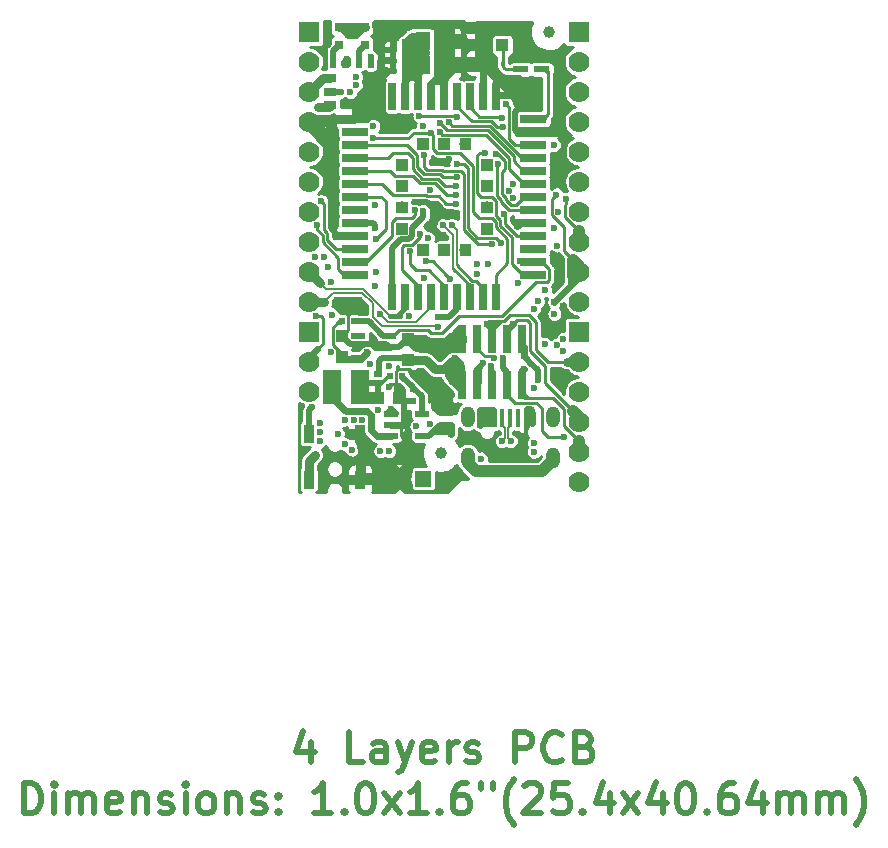
<source format=gbr>
G04 #@! TF.GenerationSoftware,KiCad,Pcbnew,6.0.0-unknown-d4e9ddc~100~ubuntu18.04.1*
G04 #@! TF.CreationDate,2019-08-02T11:15:37+03:00*
G04 #@! TF.ProjectId,NB-IoT-DevKit_Rev_B,4e422d49-6f54-42d4-9465-764b69745f52,B*
G04 #@! TF.SameCoordinates,Original*
G04 #@! TF.FileFunction,Copper,L1,Top*
G04 #@! TF.FilePolarity,Positive*
%FSLAX46Y46*%
G04 Gerber Fmt 4.6, Leading zero omitted, Abs format (unit mm)*
G04 Created by KiCad (PCBNEW 6.0.0-unknown-d4e9ddc~100~ubuntu18.04.1) date 2019-08-02 11:15:37*
%MOMM*%
%LPD*%
G04 APERTURE LIST*
%ADD10C,0.508000*%
%ADD11R,0.900000X1.500000*%
%ADD12R,1.016000X0.762000*%
%ADD13R,0.762000X0.508000*%
%ADD14C,0.700000*%
%ADD15C,0.100000*%
%ADD16C,1.000000*%
%ADD17C,0.600000*%
%ADD18R,0.760000X2.400000*%
%ADD19C,1.778000*%
%ADD20R,1.778000X1.778000*%
%ADD21C,1.400000*%
%ADD22R,1.400000X1.400000*%
%ADD23R,1.050000X1.050000*%
%ADD24R,2.200000X1.050000*%
%ADD25R,0.500000X1.650000*%
%ADD26R,0.325000X1.650000*%
%ADD27R,1.100000X1.000000*%
%ADD28O,1.200000X1.800000*%
%ADD29C,0.254000*%
%ADD30R,1.600000X3.000000*%
%ADD31R,1.016000X1.016000*%
%ADD32R,0.550000X0.500000*%
%ADD33R,1.270000X1.524000*%
%ADD34R,0.500000X0.550000*%
%ADD35R,0.800000X0.800000*%
%ADD36R,1.200000X0.550000*%
%ADD37C,0.762000*%
%ADD38C,0.609600*%
%ADD39C,1.016000*%
%ADD40C,0.254000*%
%ADD41C,0.190500*%
%ADD42C,0.157480*%
%ADD43C,0.228600*%
%ADD44C,0.127000*%
%ADD45C,0.355600*%
%ADD46C,0.406400*%
G04 APERTURE END LIST*
D10*
X132200952Y-122391714D02*
X132200952Y-124085047D01*
X131596190Y-121424095D02*
X130991428Y-123238380D01*
X132563809Y-123238380D01*
X136676190Y-124085047D02*
X135466666Y-124085047D01*
X135466666Y-121545047D01*
X138611428Y-124085047D02*
X138611428Y-122754571D01*
X138490476Y-122512666D01*
X138248571Y-122391714D01*
X137764761Y-122391714D01*
X137522857Y-122512666D01*
X138611428Y-123964095D02*
X138369523Y-124085047D01*
X137764761Y-124085047D01*
X137522857Y-123964095D01*
X137401904Y-123722190D01*
X137401904Y-123480285D01*
X137522857Y-123238380D01*
X137764761Y-123117428D01*
X138369523Y-123117428D01*
X138611428Y-122996476D01*
X139579047Y-122391714D02*
X140183809Y-124085047D01*
X140788571Y-122391714D02*
X140183809Y-124085047D01*
X139941904Y-124689809D01*
X139820952Y-124810761D01*
X139579047Y-124931714D01*
X142723809Y-123964095D02*
X142481904Y-124085047D01*
X141998095Y-124085047D01*
X141756190Y-123964095D01*
X141635238Y-123722190D01*
X141635238Y-122754571D01*
X141756190Y-122512666D01*
X141998095Y-122391714D01*
X142481904Y-122391714D01*
X142723809Y-122512666D01*
X142844761Y-122754571D01*
X142844761Y-122996476D01*
X141635238Y-123238380D01*
X143933333Y-124085047D02*
X143933333Y-122391714D01*
X143933333Y-122875523D02*
X144054285Y-122633619D01*
X144175238Y-122512666D01*
X144417142Y-122391714D01*
X144659047Y-122391714D01*
X145384761Y-123964095D02*
X145626666Y-124085047D01*
X146110476Y-124085047D01*
X146352380Y-123964095D01*
X146473333Y-123722190D01*
X146473333Y-123601238D01*
X146352380Y-123359333D01*
X146110476Y-123238380D01*
X145747619Y-123238380D01*
X145505714Y-123117428D01*
X145384761Y-122875523D01*
X145384761Y-122754571D01*
X145505714Y-122512666D01*
X145747619Y-122391714D01*
X146110476Y-122391714D01*
X146352380Y-122512666D01*
X149497142Y-124085047D02*
X149497142Y-121545047D01*
X150464761Y-121545047D01*
X150706666Y-121666000D01*
X150827619Y-121786952D01*
X150948571Y-122028857D01*
X150948571Y-122391714D01*
X150827619Y-122633619D01*
X150706666Y-122754571D01*
X150464761Y-122875523D01*
X149497142Y-122875523D01*
X153488571Y-123843142D02*
X153367619Y-123964095D01*
X153004761Y-124085047D01*
X152762857Y-124085047D01*
X152400000Y-123964095D01*
X152158095Y-123722190D01*
X152037142Y-123480285D01*
X151916190Y-122996476D01*
X151916190Y-122633619D01*
X152037142Y-122149809D01*
X152158095Y-121907904D01*
X152400000Y-121666000D01*
X152762857Y-121545047D01*
X153004761Y-121545047D01*
X153367619Y-121666000D01*
X153488571Y-121786952D01*
X155423809Y-122754571D02*
X155786666Y-122875523D01*
X155907619Y-122996476D01*
X156028571Y-123238380D01*
X156028571Y-123601238D01*
X155907619Y-123843142D01*
X155786666Y-123964095D01*
X155544761Y-124085047D01*
X154577142Y-124085047D01*
X154577142Y-121545047D01*
X155423809Y-121545047D01*
X155665714Y-121666000D01*
X155786666Y-121786952D01*
X155907619Y-122028857D01*
X155907619Y-122270761D01*
X155786666Y-122512666D01*
X155665714Y-122633619D01*
X155423809Y-122754571D01*
X154577142Y-122754571D01*
X107950000Y-128403047D02*
X107950000Y-125863047D01*
X108554761Y-125863047D01*
X108917619Y-125984000D01*
X109159523Y-126225904D01*
X109280476Y-126467809D01*
X109401428Y-126951619D01*
X109401428Y-127314476D01*
X109280476Y-127798285D01*
X109159523Y-128040190D01*
X108917619Y-128282095D01*
X108554761Y-128403047D01*
X107950000Y-128403047D01*
X110490000Y-128403047D02*
X110490000Y-126709714D01*
X110490000Y-125863047D02*
X110369047Y-125984000D01*
X110490000Y-126104952D01*
X110610952Y-125984000D01*
X110490000Y-125863047D01*
X110490000Y-126104952D01*
X111699523Y-128403047D02*
X111699523Y-126709714D01*
X111699523Y-126951619D02*
X111820476Y-126830666D01*
X112062380Y-126709714D01*
X112425238Y-126709714D01*
X112667142Y-126830666D01*
X112788095Y-127072571D01*
X112788095Y-128403047D01*
X112788095Y-127072571D02*
X112909047Y-126830666D01*
X113150952Y-126709714D01*
X113513809Y-126709714D01*
X113755714Y-126830666D01*
X113876666Y-127072571D01*
X113876666Y-128403047D01*
X116053809Y-128282095D02*
X115811904Y-128403047D01*
X115328095Y-128403047D01*
X115086190Y-128282095D01*
X114965238Y-128040190D01*
X114965238Y-127072571D01*
X115086190Y-126830666D01*
X115328095Y-126709714D01*
X115811904Y-126709714D01*
X116053809Y-126830666D01*
X116174761Y-127072571D01*
X116174761Y-127314476D01*
X114965238Y-127556380D01*
X117263333Y-126709714D02*
X117263333Y-128403047D01*
X117263333Y-126951619D02*
X117384285Y-126830666D01*
X117626190Y-126709714D01*
X117989047Y-126709714D01*
X118230952Y-126830666D01*
X118351904Y-127072571D01*
X118351904Y-128403047D01*
X119440476Y-128282095D02*
X119682380Y-128403047D01*
X120166190Y-128403047D01*
X120408095Y-128282095D01*
X120529047Y-128040190D01*
X120529047Y-127919238D01*
X120408095Y-127677333D01*
X120166190Y-127556380D01*
X119803333Y-127556380D01*
X119561428Y-127435428D01*
X119440476Y-127193523D01*
X119440476Y-127072571D01*
X119561428Y-126830666D01*
X119803333Y-126709714D01*
X120166190Y-126709714D01*
X120408095Y-126830666D01*
X121617619Y-128403047D02*
X121617619Y-126709714D01*
X121617619Y-125863047D02*
X121496666Y-125984000D01*
X121617619Y-126104952D01*
X121738571Y-125984000D01*
X121617619Y-125863047D01*
X121617619Y-126104952D01*
X123190000Y-128403047D02*
X122948095Y-128282095D01*
X122827142Y-128161142D01*
X122706190Y-127919238D01*
X122706190Y-127193523D01*
X122827142Y-126951619D01*
X122948095Y-126830666D01*
X123190000Y-126709714D01*
X123552857Y-126709714D01*
X123794761Y-126830666D01*
X123915714Y-126951619D01*
X124036666Y-127193523D01*
X124036666Y-127919238D01*
X123915714Y-128161142D01*
X123794761Y-128282095D01*
X123552857Y-128403047D01*
X123190000Y-128403047D01*
X125125238Y-126709714D02*
X125125238Y-128403047D01*
X125125238Y-126951619D02*
X125246190Y-126830666D01*
X125488095Y-126709714D01*
X125850952Y-126709714D01*
X126092857Y-126830666D01*
X126213809Y-127072571D01*
X126213809Y-128403047D01*
X127302380Y-128282095D02*
X127544285Y-128403047D01*
X128028095Y-128403047D01*
X128270000Y-128282095D01*
X128390952Y-128040190D01*
X128390952Y-127919238D01*
X128270000Y-127677333D01*
X128028095Y-127556380D01*
X127665238Y-127556380D01*
X127423333Y-127435428D01*
X127302380Y-127193523D01*
X127302380Y-127072571D01*
X127423333Y-126830666D01*
X127665238Y-126709714D01*
X128028095Y-126709714D01*
X128270000Y-126830666D01*
X129479523Y-128161142D02*
X129600476Y-128282095D01*
X129479523Y-128403047D01*
X129358571Y-128282095D01*
X129479523Y-128161142D01*
X129479523Y-128403047D01*
X129479523Y-126830666D02*
X129600476Y-126951619D01*
X129479523Y-127072571D01*
X129358571Y-126951619D01*
X129479523Y-126830666D01*
X129479523Y-127072571D01*
X133954761Y-128403047D02*
X132503333Y-128403047D01*
X133229047Y-128403047D02*
X133229047Y-125863047D01*
X132987142Y-126225904D01*
X132745238Y-126467809D01*
X132503333Y-126588761D01*
X135043333Y-128161142D02*
X135164285Y-128282095D01*
X135043333Y-128403047D01*
X134922380Y-128282095D01*
X135043333Y-128161142D01*
X135043333Y-128403047D01*
X136736666Y-125863047D02*
X136978571Y-125863047D01*
X137220476Y-125984000D01*
X137341428Y-126104952D01*
X137462380Y-126346857D01*
X137583333Y-126830666D01*
X137583333Y-127435428D01*
X137462380Y-127919238D01*
X137341428Y-128161142D01*
X137220476Y-128282095D01*
X136978571Y-128403047D01*
X136736666Y-128403047D01*
X136494761Y-128282095D01*
X136373809Y-128161142D01*
X136252857Y-127919238D01*
X136131904Y-127435428D01*
X136131904Y-126830666D01*
X136252857Y-126346857D01*
X136373809Y-126104952D01*
X136494761Y-125984000D01*
X136736666Y-125863047D01*
X138430000Y-128403047D02*
X139760476Y-126709714D01*
X138430000Y-126709714D02*
X139760476Y-128403047D01*
X142058571Y-128403047D02*
X140607142Y-128403047D01*
X141332857Y-128403047D02*
X141332857Y-125863047D01*
X141090952Y-126225904D01*
X140849047Y-126467809D01*
X140607142Y-126588761D01*
X143147142Y-128161142D02*
X143268095Y-128282095D01*
X143147142Y-128403047D01*
X143026190Y-128282095D01*
X143147142Y-128161142D01*
X143147142Y-128403047D01*
X145445238Y-125863047D02*
X144961428Y-125863047D01*
X144719523Y-125984000D01*
X144598571Y-126104952D01*
X144356666Y-126467809D01*
X144235714Y-126951619D01*
X144235714Y-127919238D01*
X144356666Y-128161142D01*
X144477619Y-128282095D01*
X144719523Y-128403047D01*
X145203333Y-128403047D01*
X145445238Y-128282095D01*
X145566190Y-128161142D01*
X145687142Y-127919238D01*
X145687142Y-127314476D01*
X145566190Y-127072571D01*
X145445238Y-126951619D01*
X145203333Y-126830666D01*
X144719523Y-126830666D01*
X144477619Y-126951619D01*
X144356666Y-127072571D01*
X144235714Y-127314476D01*
X146654761Y-125863047D02*
X146654761Y-126346857D01*
X147622380Y-125863047D02*
X147622380Y-126346857D01*
X149436666Y-129370666D02*
X149315714Y-129249714D01*
X149073809Y-128886857D01*
X148952857Y-128644952D01*
X148831904Y-128282095D01*
X148710952Y-127677333D01*
X148710952Y-127193523D01*
X148831904Y-126588761D01*
X148952857Y-126225904D01*
X149073809Y-125984000D01*
X149315714Y-125621142D01*
X149436666Y-125500190D01*
X150283333Y-126104952D02*
X150404285Y-125984000D01*
X150646190Y-125863047D01*
X151250952Y-125863047D01*
X151492857Y-125984000D01*
X151613809Y-126104952D01*
X151734761Y-126346857D01*
X151734761Y-126588761D01*
X151613809Y-126951619D01*
X150162380Y-128403047D01*
X151734761Y-128403047D01*
X154032857Y-125863047D02*
X152823333Y-125863047D01*
X152702380Y-127072571D01*
X152823333Y-126951619D01*
X153065238Y-126830666D01*
X153670000Y-126830666D01*
X153911904Y-126951619D01*
X154032857Y-127072571D01*
X154153809Y-127314476D01*
X154153809Y-127919238D01*
X154032857Y-128161142D01*
X153911904Y-128282095D01*
X153670000Y-128403047D01*
X153065238Y-128403047D01*
X152823333Y-128282095D01*
X152702380Y-128161142D01*
X155242380Y-128161142D02*
X155363333Y-128282095D01*
X155242380Y-128403047D01*
X155121428Y-128282095D01*
X155242380Y-128161142D01*
X155242380Y-128403047D01*
X157540476Y-126709714D02*
X157540476Y-128403047D01*
X156935714Y-125742095D02*
X156330952Y-127556380D01*
X157903333Y-127556380D01*
X158629047Y-128403047D02*
X159959523Y-126709714D01*
X158629047Y-126709714D02*
X159959523Y-128403047D01*
X162015714Y-126709714D02*
X162015714Y-128403047D01*
X161410952Y-125742095D02*
X160806190Y-127556380D01*
X162378571Y-127556380D01*
X163830000Y-125863047D02*
X164071904Y-125863047D01*
X164313809Y-125984000D01*
X164434761Y-126104952D01*
X164555714Y-126346857D01*
X164676666Y-126830666D01*
X164676666Y-127435428D01*
X164555714Y-127919238D01*
X164434761Y-128161142D01*
X164313809Y-128282095D01*
X164071904Y-128403047D01*
X163830000Y-128403047D01*
X163588095Y-128282095D01*
X163467142Y-128161142D01*
X163346190Y-127919238D01*
X163225238Y-127435428D01*
X163225238Y-126830666D01*
X163346190Y-126346857D01*
X163467142Y-126104952D01*
X163588095Y-125984000D01*
X163830000Y-125863047D01*
X165765238Y-128161142D02*
X165886190Y-128282095D01*
X165765238Y-128403047D01*
X165644285Y-128282095D01*
X165765238Y-128161142D01*
X165765238Y-128403047D01*
X168063333Y-125863047D02*
X167579523Y-125863047D01*
X167337619Y-125984000D01*
X167216666Y-126104952D01*
X166974761Y-126467809D01*
X166853809Y-126951619D01*
X166853809Y-127919238D01*
X166974761Y-128161142D01*
X167095714Y-128282095D01*
X167337619Y-128403047D01*
X167821428Y-128403047D01*
X168063333Y-128282095D01*
X168184285Y-128161142D01*
X168305238Y-127919238D01*
X168305238Y-127314476D01*
X168184285Y-127072571D01*
X168063333Y-126951619D01*
X167821428Y-126830666D01*
X167337619Y-126830666D01*
X167095714Y-126951619D01*
X166974761Y-127072571D01*
X166853809Y-127314476D01*
X170482380Y-126709714D02*
X170482380Y-128403047D01*
X169877619Y-125742095D02*
X169272857Y-127556380D01*
X170845238Y-127556380D01*
X171812857Y-128403047D02*
X171812857Y-126709714D01*
X171812857Y-126951619D02*
X171933809Y-126830666D01*
X172175714Y-126709714D01*
X172538571Y-126709714D01*
X172780476Y-126830666D01*
X172901428Y-127072571D01*
X172901428Y-128403047D01*
X172901428Y-127072571D02*
X173022380Y-126830666D01*
X173264285Y-126709714D01*
X173627142Y-126709714D01*
X173869047Y-126830666D01*
X173990000Y-127072571D01*
X173990000Y-128403047D01*
X175199523Y-128403047D02*
X175199523Y-126709714D01*
X175199523Y-126951619D02*
X175320476Y-126830666D01*
X175562380Y-126709714D01*
X175925238Y-126709714D01*
X176167142Y-126830666D01*
X176288095Y-127072571D01*
X176288095Y-128403047D01*
X176288095Y-127072571D02*
X176409047Y-126830666D01*
X176650952Y-126709714D01*
X177013809Y-126709714D01*
X177255714Y-126830666D01*
X177376666Y-127072571D01*
X177376666Y-128403047D01*
X178344285Y-129370666D02*
X178465238Y-129249714D01*
X178707142Y-128886857D01*
X178828095Y-128644952D01*
X178949047Y-128282095D01*
X179070000Y-127677333D01*
X179070000Y-127193523D01*
X178949047Y-126588761D01*
X178828095Y-126225904D01*
X178707142Y-125984000D01*
X178465238Y-125621142D01*
X178344285Y-125500190D01*
D11*
X132062000Y-96266000D03*
X136416000Y-96266000D03*
D12*
X133858000Y-68453000D03*
X133858000Y-67310000D03*
X133858000Y-66167000D03*
D13*
X137922000Y-91948000D03*
X137922000Y-91186000D03*
D14*
X135975000Y-69600000D03*
D15*
G36*
X137100000Y-69250000D02*
G01*
X137100000Y-69950000D01*
X134850000Y-69950000D01*
X134850000Y-69250000D01*
X137100000Y-69250000D01*
X137100000Y-69250000D01*
G37*
D14*
X135975000Y-70700000D03*
D15*
G36*
X137100000Y-70350000D02*
G01*
X137100000Y-71050000D01*
X134850000Y-71050000D01*
X134850000Y-70350000D01*
X137100000Y-70350000D01*
X137100000Y-70350000D01*
G37*
D14*
X135975000Y-71800000D03*
D15*
G36*
X137100000Y-71450000D02*
G01*
X137100000Y-72150000D01*
X134850000Y-72150000D01*
X134850000Y-71450000D01*
X137100000Y-71450000D01*
X137100000Y-71450000D01*
G37*
D14*
X135975000Y-72900000D03*
D15*
G36*
X137100000Y-72550000D02*
G01*
X137100000Y-73250000D01*
X134850000Y-73250000D01*
X134850000Y-72550000D01*
X137100000Y-72550000D01*
X137100000Y-72550000D01*
G37*
D14*
X135975000Y-74000000D03*
D15*
G36*
X137100000Y-73650000D02*
G01*
X137100000Y-74350000D01*
X134850000Y-74350000D01*
X134850000Y-73650000D01*
X137100000Y-73650000D01*
X137100000Y-73650000D01*
G37*
D14*
X135975000Y-75100000D03*
D15*
G36*
X137100000Y-74750000D02*
G01*
X137100000Y-75450000D01*
X134850000Y-75450000D01*
X134850000Y-74750000D01*
X137100000Y-74750000D01*
X137100000Y-74750000D01*
G37*
D14*
X139110000Y-67725000D03*
D15*
G36*
X139460000Y-68850000D02*
G01*
X138760000Y-68850000D01*
X138760000Y-66600000D01*
X139460000Y-66600000D01*
X139460000Y-68850000D01*
X139460000Y-68850000D01*
G37*
D14*
X140210000Y-67725000D03*
D15*
G36*
X140560000Y-68850000D02*
G01*
X139860000Y-68850000D01*
X139860000Y-66600000D01*
X140560000Y-66600000D01*
X140560000Y-68850000D01*
X140560000Y-68850000D01*
G37*
D14*
X141310000Y-67725000D03*
D15*
G36*
X141660000Y-68850000D02*
G01*
X140960000Y-68850000D01*
X140960000Y-66600000D01*
X141660000Y-66600000D01*
X141660000Y-68850000D01*
X141660000Y-68850000D01*
G37*
D14*
X142410000Y-67725000D03*
D15*
G36*
X142760000Y-68850000D02*
G01*
X142060000Y-68850000D01*
X142060000Y-66600000D01*
X142760000Y-66600000D01*
X142760000Y-68850000D01*
X142760000Y-68850000D01*
G37*
D14*
X143510000Y-67725000D03*
D15*
G36*
X143860000Y-68850000D02*
G01*
X143160000Y-68850000D01*
X143160000Y-66600000D01*
X143860000Y-66600000D01*
X143860000Y-68850000D01*
X143860000Y-68850000D01*
G37*
D14*
X144610000Y-67725000D03*
D15*
G36*
X144960000Y-68850000D02*
G01*
X144260000Y-68850000D01*
X144260000Y-66600000D01*
X144960000Y-66600000D01*
X144960000Y-68850000D01*
X144960000Y-68850000D01*
G37*
D14*
X145710000Y-67725000D03*
D15*
G36*
X146060000Y-68850000D02*
G01*
X145360000Y-68850000D01*
X145360000Y-66600000D01*
X146060000Y-66600000D01*
X146060000Y-68850000D01*
X146060000Y-68850000D01*
G37*
D14*
X146810000Y-67725000D03*
D15*
G36*
X147160000Y-68850000D02*
G01*
X146460000Y-68850000D01*
X146460000Y-66600000D01*
X147160000Y-66600000D01*
X147160000Y-68850000D01*
X147160000Y-68850000D01*
G37*
D14*
X147910000Y-67725000D03*
D15*
G36*
X148260000Y-68850000D02*
G01*
X147560000Y-68850000D01*
X147560000Y-66600000D01*
X148260000Y-66600000D01*
X148260000Y-68850000D01*
X148260000Y-68850000D01*
G37*
D14*
X151045000Y-69600000D03*
D15*
G36*
X149920000Y-69950000D02*
G01*
X149920000Y-69250000D01*
X152170000Y-69250000D01*
X152170000Y-69950000D01*
X149920000Y-69950000D01*
X149920000Y-69950000D01*
G37*
D14*
X151045000Y-70700000D03*
D15*
G36*
X149920000Y-71050000D02*
G01*
X149920000Y-70350000D01*
X152170000Y-70350000D01*
X152170000Y-71050000D01*
X149920000Y-71050000D01*
X149920000Y-71050000D01*
G37*
D14*
X151045000Y-71800000D03*
D15*
G36*
X149920000Y-72150000D02*
G01*
X149920000Y-71450000D01*
X152170000Y-71450000D01*
X152170000Y-72150000D01*
X149920000Y-72150000D01*
X149920000Y-72150000D01*
G37*
D14*
X151045000Y-72900000D03*
D15*
G36*
X149920000Y-73250000D02*
G01*
X149920000Y-72550000D01*
X152170000Y-72550000D01*
X152170000Y-73250000D01*
X149920000Y-73250000D01*
X149920000Y-73250000D01*
G37*
D14*
X151045000Y-74000000D03*
D15*
G36*
X149920000Y-74350000D02*
G01*
X149920000Y-73650000D01*
X152170000Y-73650000D01*
X152170000Y-74350000D01*
X149920000Y-74350000D01*
X149920000Y-74350000D01*
G37*
D14*
X151045000Y-75100000D03*
D15*
G36*
X149920000Y-75450000D02*
G01*
X149920000Y-74750000D01*
X152170000Y-74750000D01*
X152170000Y-75450000D01*
X149920000Y-75450000D01*
X149920000Y-75450000D01*
G37*
D14*
X151045000Y-76200000D03*
D15*
G36*
X149920000Y-76550000D02*
G01*
X149920000Y-75850000D01*
X152170000Y-75850000D01*
X152170000Y-76550000D01*
X149920000Y-76550000D01*
X149920000Y-76550000D01*
G37*
D14*
X151045000Y-77300000D03*
D15*
G36*
X149920000Y-77650000D02*
G01*
X149920000Y-76950000D01*
X152170000Y-76950000D01*
X152170000Y-77650000D01*
X149920000Y-77650000D01*
X149920000Y-77650000D01*
G37*
D14*
X151045000Y-78400000D03*
D15*
G36*
X149920000Y-78750000D02*
G01*
X149920000Y-78050000D01*
X152170000Y-78050000D01*
X152170000Y-78750000D01*
X149920000Y-78750000D01*
X149920000Y-78750000D01*
G37*
D14*
X151045000Y-79500000D03*
D15*
G36*
X149920000Y-79850000D02*
G01*
X149920000Y-79150000D01*
X152170000Y-79150000D01*
X152170000Y-79850000D01*
X149920000Y-79850000D01*
X149920000Y-79850000D01*
G37*
D14*
X151045000Y-80600000D03*
D15*
G36*
X149920000Y-80950000D02*
G01*
X149920000Y-80250000D01*
X152170000Y-80250000D01*
X152170000Y-80950000D01*
X149920000Y-80950000D01*
X149920000Y-80950000D01*
G37*
D14*
X151045000Y-81700000D03*
D15*
G36*
X149920000Y-82050000D02*
G01*
X149920000Y-81350000D01*
X152170000Y-81350000D01*
X152170000Y-82050000D01*
X149920000Y-82050000D01*
X149920000Y-82050000D01*
G37*
D14*
X151045000Y-82800000D03*
D15*
G36*
X149920000Y-83150000D02*
G01*
X149920000Y-82450000D01*
X152170000Y-82450000D01*
X152170000Y-83150000D01*
X149920000Y-83150000D01*
X149920000Y-83150000D01*
G37*
D14*
X147910000Y-84675000D03*
D15*
G36*
X148260000Y-85800000D02*
G01*
X147560000Y-85800000D01*
X147560000Y-83550000D01*
X148260000Y-83550000D01*
X148260000Y-85800000D01*
X148260000Y-85800000D01*
G37*
D14*
X146810000Y-84675000D03*
D15*
G36*
X147160000Y-85800000D02*
G01*
X146460000Y-85800000D01*
X146460000Y-83550000D01*
X147160000Y-83550000D01*
X147160000Y-85800000D01*
X147160000Y-85800000D01*
G37*
D14*
X145710000Y-84675000D03*
D15*
G36*
X146060000Y-85800000D02*
G01*
X145360000Y-85800000D01*
X145360000Y-83550000D01*
X146060000Y-83550000D01*
X146060000Y-85800000D01*
X146060000Y-85800000D01*
G37*
D14*
X144610000Y-84675000D03*
D15*
G36*
X144960000Y-85800000D02*
G01*
X144260000Y-85800000D01*
X144260000Y-83550000D01*
X144960000Y-83550000D01*
X144960000Y-85800000D01*
X144960000Y-85800000D01*
G37*
D14*
X143510000Y-84675000D03*
D15*
G36*
X143860000Y-85800000D02*
G01*
X143160000Y-85800000D01*
X143160000Y-83550000D01*
X143860000Y-83550000D01*
X143860000Y-85800000D01*
X143860000Y-85800000D01*
G37*
D14*
X142410000Y-84675000D03*
D15*
G36*
X142760000Y-85800000D02*
G01*
X142060000Y-85800000D01*
X142060000Y-83550000D01*
X142760000Y-83550000D01*
X142760000Y-85800000D01*
X142760000Y-85800000D01*
G37*
D14*
X141310000Y-84675000D03*
D15*
G36*
X141660000Y-85800000D02*
G01*
X140960000Y-85800000D01*
X140960000Y-83550000D01*
X141660000Y-83550000D01*
X141660000Y-85800000D01*
X141660000Y-85800000D01*
G37*
D14*
X135975000Y-76200000D03*
D15*
G36*
X134850000Y-76550000D02*
G01*
X134850000Y-75850000D01*
X137100000Y-75850000D01*
X137100000Y-76550000D01*
X134850000Y-76550000D01*
X134850000Y-76550000D01*
G37*
D14*
X135975000Y-77300000D03*
D15*
G36*
X134850000Y-77650000D02*
G01*
X134850000Y-76950000D01*
X137100000Y-76950000D01*
X137100000Y-77650000D01*
X134850000Y-77650000D01*
X134850000Y-77650000D01*
G37*
D14*
X135975000Y-78400000D03*
D15*
G36*
X134850000Y-78750000D02*
G01*
X134850000Y-78050000D01*
X137100000Y-78050000D01*
X137100000Y-78750000D01*
X134850000Y-78750000D01*
X134850000Y-78750000D01*
G37*
D14*
X135975000Y-79500000D03*
D15*
G36*
X134850000Y-79850000D02*
G01*
X134850000Y-79150000D01*
X137100000Y-79150000D01*
X137100000Y-79850000D01*
X134850000Y-79850000D01*
X134850000Y-79850000D01*
G37*
D14*
X135975000Y-80600000D03*
D15*
G36*
X134850000Y-80950000D02*
G01*
X134850000Y-80250000D01*
X137100000Y-80250000D01*
X137100000Y-80950000D01*
X134850000Y-80950000D01*
X134850000Y-80950000D01*
G37*
D14*
X135975000Y-81700000D03*
D15*
G36*
X134850000Y-82050000D02*
G01*
X134850000Y-81350000D01*
X137100000Y-81350000D01*
X137100000Y-82050000D01*
X134850000Y-82050000D01*
X134850000Y-82050000D01*
G37*
D14*
X135975000Y-82800000D03*
D15*
G36*
X134850000Y-83150000D02*
G01*
X134850000Y-82450000D01*
X137100000Y-82450000D01*
X137100000Y-83150000D01*
X134850000Y-83150000D01*
X134850000Y-83150000D01*
G37*
D14*
X139110000Y-84675000D03*
D15*
G36*
X139460000Y-85800000D02*
G01*
X138760000Y-85800000D01*
X138760000Y-83550000D01*
X139460000Y-83550000D01*
X139460000Y-85800000D01*
X139460000Y-85800000D01*
G37*
D14*
X140210000Y-84675000D03*
D15*
G36*
X140560000Y-85800000D02*
G01*
X139860000Y-85800000D01*
X139860000Y-83550000D01*
X140560000Y-83550000D01*
X140560000Y-85800000D01*
X140560000Y-85800000D01*
G37*
D16*
X139910000Y-73500000D03*
D15*
G36*
X140410000Y-73000000D02*
G01*
X140410000Y-74000000D01*
X139410000Y-74000000D01*
X139410000Y-73000000D01*
X140410000Y-73000000D01*
X140410000Y-73000000D01*
G37*
D16*
X139910000Y-75300000D03*
D15*
G36*
X140410000Y-74800000D02*
G01*
X140410000Y-75800000D01*
X139410000Y-75800000D01*
X139410000Y-74800000D01*
X140410000Y-74800000D01*
X140410000Y-74800000D01*
G37*
D16*
X139910000Y-77100000D03*
D15*
G36*
X140410000Y-76600000D02*
G01*
X140410000Y-77600000D01*
X139410000Y-77600000D01*
X139410000Y-76600000D01*
X140410000Y-76600000D01*
X140410000Y-76600000D01*
G37*
D16*
X139910000Y-78900000D03*
D15*
G36*
X140410000Y-78400000D02*
G01*
X140410000Y-79400000D01*
X139410000Y-79400000D01*
X139410000Y-78400000D01*
X140410000Y-78400000D01*
X140410000Y-78400000D01*
G37*
D16*
X141710000Y-80700000D03*
D15*
G36*
X142210000Y-80200000D02*
G01*
X142210000Y-81200000D01*
X141210000Y-81200000D01*
X141210000Y-80200000D01*
X142210000Y-80200000D01*
X142210000Y-80200000D01*
G37*
D16*
X143510000Y-80700000D03*
D15*
G36*
X144010000Y-80200000D02*
G01*
X144010000Y-81200000D01*
X143010000Y-81200000D01*
X143010000Y-80200000D01*
X144010000Y-80200000D01*
X144010000Y-80200000D01*
G37*
D16*
X145310000Y-80700000D03*
D15*
G36*
X145810000Y-80200000D02*
G01*
X145810000Y-81200000D01*
X144810000Y-81200000D01*
X144810000Y-80200000D01*
X145810000Y-80200000D01*
X145810000Y-80200000D01*
G37*
D16*
X147110000Y-78900000D03*
D15*
G36*
X147610000Y-78400000D02*
G01*
X147610000Y-79400000D01*
X146610000Y-79400000D01*
X146610000Y-78400000D01*
X147610000Y-78400000D01*
X147610000Y-78400000D01*
G37*
D16*
X147110000Y-77100000D03*
D15*
G36*
X147610000Y-76600000D02*
G01*
X147610000Y-77600000D01*
X146610000Y-77600000D01*
X146610000Y-76600000D01*
X147610000Y-76600000D01*
X147610000Y-76600000D01*
G37*
D16*
X147110000Y-75300000D03*
D15*
G36*
X147610000Y-74800000D02*
G01*
X147610000Y-75800000D01*
X146610000Y-75800000D01*
X146610000Y-74800000D01*
X147610000Y-74800000D01*
X147610000Y-74800000D01*
G37*
D16*
X147110000Y-73500000D03*
D15*
G36*
X147610000Y-73000000D02*
G01*
X147610000Y-74000000D01*
X146610000Y-74000000D01*
X146610000Y-73000000D01*
X147610000Y-73000000D01*
X147610000Y-73000000D01*
G37*
D16*
X145310000Y-71700000D03*
D15*
G36*
X145810000Y-71200000D02*
G01*
X145810000Y-72200000D01*
X144810000Y-72200000D01*
X144810000Y-71200000D01*
X145810000Y-71200000D01*
X145810000Y-71200000D01*
G37*
D16*
X143510000Y-71700000D03*
D15*
G36*
X144010000Y-71200000D02*
G01*
X144010000Y-72200000D01*
X143010000Y-72200000D01*
X143010000Y-71200000D01*
X144010000Y-71200000D01*
X144010000Y-71200000D01*
G37*
D16*
X141710000Y-71700000D03*
D15*
G36*
X142210000Y-71200000D02*
G01*
X142210000Y-72200000D01*
X141210000Y-72200000D01*
X141210000Y-71200000D01*
X142210000Y-71200000D01*
X142210000Y-71200000D01*
G37*
D17*
X135560000Y-67350000D03*
X151460000Y-85050000D03*
D18*
X146304000Y-88219500D03*
X147574000Y-88219500D03*
X150114000Y-88219500D03*
X148844000Y-88219500D03*
X145034000Y-88219500D03*
X150114000Y-92120500D03*
X148844000Y-92120500D03*
X147574000Y-92120500D03*
X146304000Y-92120500D03*
X145034000Y-92120500D03*
D19*
X154940000Y-69850000D03*
X154940000Y-67310000D03*
X154940000Y-64770000D03*
D20*
X154940000Y-62230000D03*
D19*
X154940000Y-72390000D03*
X154940000Y-74930000D03*
X154940000Y-80010000D03*
X154940000Y-77470000D03*
X154940000Y-82550000D03*
X154940000Y-85090000D03*
X154940000Y-95250000D03*
X154940000Y-92710000D03*
X154940000Y-90170000D03*
D20*
X154940000Y-87630000D03*
D19*
X154940000Y-97790000D03*
X154940000Y-100330000D03*
X132080000Y-92710000D03*
X132080000Y-90170000D03*
D20*
X132080000Y-87630000D03*
D19*
X132080000Y-69850000D03*
X132080000Y-67310000D03*
X132080000Y-64770000D03*
D20*
X132080000Y-62230000D03*
D19*
X132080000Y-72390000D03*
X132080000Y-74930000D03*
X132080000Y-80010000D03*
X132080000Y-77470000D03*
X132080000Y-82550000D03*
X132080000Y-85090000D03*
D21*
X139715240Y-100058220D03*
D22*
X141744700Y-100055680D03*
D23*
X148439000Y-63373000D03*
D24*
X146939000Y-61873000D03*
X146939000Y-64873000D03*
D25*
X147710500Y-94894000D03*
D26*
X148448000Y-94894000D03*
X149098000Y-94894000D03*
X149748000Y-94894000D03*
D25*
X150485500Y-94894000D03*
D27*
X147598000Y-99444000D03*
X150598000Y-99444000D03*
D28*
X145498000Y-98294000D03*
X145498000Y-94824000D03*
X152698000Y-94824000D03*
X152698000Y-98294000D03*
D29*
X148458300Y-64909700D03*
D15*
G36*
X148490241Y-64784614D02*
G01*
X148504330Y-64785600D01*
X148523459Y-64799858D01*
X148545137Y-64809806D01*
X148552754Y-64821694D01*
X148564079Y-64830135D01*
X148572474Y-64852470D01*
X148585341Y-64872551D01*
X148585292Y-64886572D01*
X148590298Y-64899891D01*
X148594724Y-64959458D01*
X148625793Y-65063342D01*
X148682279Y-65150489D01*
X148760956Y-65218280D01*
X148855497Y-65261265D01*
X148977064Y-65278675D01*
X149013505Y-65289400D01*
X149069746Y-65338290D01*
X149090663Y-65409815D01*
X149069622Y-65481304D01*
X149013295Y-65530096D01*
X148939536Y-65540725D01*
X148799203Y-65520628D01*
X148763632Y-65510159D01*
X148763182Y-65510095D01*
X148634130Y-65451418D01*
X148602931Y-65431388D01*
X148602515Y-65431199D01*
X148495118Y-65338661D01*
X148470790Y-65310675D01*
X148470447Y-65310380D01*
X148393340Y-65191418D01*
X148377845Y-65157730D01*
X148377599Y-65157351D01*
X148336980Y-65021530D01*
X148333498Y-64997946D01*
X148331794Y-64993414D01*
X148326302Y-64919509D01*
X148326810Y-64912243D01*
X148325940Y-64909238D01*
X148327353Y-64904484D01*
X148328952Y-64881615D01*
X148340373Y-64860667D01*
X148347167Y-64837805D01*
X148357863Y-64828588D01*
X148364624Y-64816188D01*
X148385553Y-64804729D01*
X148403621Y-64789161D01*
X148417599Y-64787184D01*
X148429990Y-64780400D01*
X148453792Y-64782065D01*
X148477407Y-64778725D01*
X148490241Y-64784614D01*
X148490241Y-64784614D01*
G37*
D30*
X136391500Y-92329000D03*
X133991500Y-92329000D03*
D31*
X143383000Y-94107000D03*
X143383000Y-95885000D03*
X139700000Y-93218000D03*
X137922000Y-93218000D03*
D32*
X149606000Y-65405000D03*
X149606000Y-64389000D03*
X152146000Y-65405000D03*
X152146000Y-64389000D03*
D33*
X143763999Y-65024000D03*
X141731999Y-65024000D03*
X143764000Y-62992000D03*
X141732000Y-62992000D03*
D34*
X139192001Y-65532000D03*
X140208001Y-65532000D03*
X139192000Y-64643001D03*
X140208000Y-64643001D03*
X139192000Y-63754000D03*
X140208000Y-63754000D03*
D31*
X140462000Y-88265000D03*
X140462000Y-90043000D03*
X134874000Y-88011000D03*
X134874000Y-89789000D03*
D35*
X134620000Y-63373000D03*
X134620000Y-61849000D03*
D16*
X152400000Y-62230000D03*
X143256000Y-97917000D03*
D34*
X150368000Y-65405000D03*
X151384000Y-65405000D03*
D35*
X136779000Y-63373000D03*
X136779000Y-61849000D03*
D11*
X132062000Y-100139500D03*
X136416000Y-100139500D03*
D34*
X135128000Y-65024000D03*
X134112000Y-65024000D03*
X138938000Y-91376500D03*
X139954000Y-91376500D03*
D32*
X140843000Y-93472000D03*
X140843000Y-92456000D03*
D34*
X137287000Y-65024000D03*
X136271000Y-65024000D03*
X134874000Y-86741000D03*
X135890000Y-86741000D03*
D36*
X139035000Y-94554000D03*
X139035000Y-95504000D03*
X139035000Y-96454000D03*
X141635000Y-94554000D03*
X141635000Y-96454000D03*
X138841000Y-89850000D03*
X138841000Y-88900000D03*
X138841000Y-87950000D03*
X136241000Y-89850000D03*
X136241000Y-87950000D03*
D17*
X136080500Y-62484000D03*
X135338892Y-62484000D03*
X138112500Y-97726500D03*
X138848348Y-97752652D03*
X142320990Y-95408307D03*
X133477000Y-61658500D03*
X133477000Y-62420500D03*
X153162000Y-91059000D03*
X153924000Y-91059000D03*
X153924000Y-91821000D03*
X138557000Y-63754000D03*
X138557000Y-64643000D03*
X138557000Y-65532000D03*
X142938500Y-66040000D03*
X143700500Y-66040000D03*
X142938500Y-63754000D03*
X142938500Y-62611000D03*
X143700500Y-64008000D03*
X142367000Y-61658500D03*
X139192000Y-61658500D03*
X138430000Y-61658500D03*
X137668000Y-61658500D03*
X139954000Y-61658500D03*
X140716000Y-61658500D03*
X141478000Y-61658500D03*
X143954500Y-61658500D03*
X144716500Y-61658500D03*
X148844000Y-66167000D03*
X151578002Y-64262000D03*
X150558500Y-61658500D03*
X149796500Y-61658500D03*
X148971000Y-61658500D03*
X148209000Y-61658500D03*
X152781000Y-64389000D03*
X149606000Y-66167000D03*
X150241000Y-68707000D03*
X149688568Y-78695532D03*
X150241000Y-66548000D03*
X148681000Y-67600000D03*
X150956990Y-95313500D03*
X150956990Y-94488000D03*
X153162000Y-91821000D03*
X131445000Y-93916500D03*
X143954500Y-93154500D03*
X136499600Y-97345500D03*
X137223500Y-97345500D03*
X150241000Y-64389000D03*
X149606000Y-63754000D03*
X147955000Y-66167000D03*
X150558500Y-62484000D03*
X150876000Y-63246000D03*
X149606000Y-62484000D03*
X150114000Y-63246000D03*
X141016023Y-76609511D03*
X144526000Y-77533500D03*
X144352990Y-87947500D03*
X144081987Y-88773481D03*
X143129028Y-89726467D03*
X150050500Y-96837500D03*
X150050500Y-97599500D03*
X142274722Y-78649031D03*
X137541000Y-68961000D03*
X143891000Y-73025000D03*
X142875004Y-73215500D03*
X133921500Y-78232000D03*
X133938957Y-72009000D03*
X133938979Y-70358000D03*
X133938979Y-69596000D03*
X136627767Y-68833995D03*
X140210000Y-66038000D03*
X140779500Y-65278000D03*
X140779500Y-64516000D03*
X140779500Y-63500000D03*
X141287500Y-64008000D03*
X140208000Y-63055500D03*
X142049500Y-64008000D03*
X140970000Y-66040000D03*
X132842000Y-68580000D03*
X152019000Y-88646000D03*
X151130000Y-97790000D03*
X151130000Y-97028000D03*
X144843500Y-90507428D03*
X144460250Y-89852500D03*
X137521728Y-70208262D03*
X142306704Y-75593544D03*
X137744039Y-82550000D03*
X136977870Y-89382600D03*
X132969000Y-96901000D03*
X132969000Y-95377000D03*
X132969000Y-96139000D03*
X136017000Y-66040000D03*
X136036227Y-66769061D03*
X135079922Y-95086569D03*
X137668000Y-76898500D03*
X132588000Y-81280000D03*
X137668000Y-78867000D03*
X138983466Y-94176291D03*
X144089980Y-95530019D03*
X144096560Y-96278623D03*
X137738176Y-79753927D03*
X149923500Y-81661000D03*
X141742466Y-77365222D03*
X143001992Y-87202990D03*
X148297369Y-80090990D03*
X144562958Y-73406000D03*
X147574000Y-80208030D03*
X146827011Y-90281240D03*
X147700996Y-89852500D03*
X149375521Y-76341733D03*
X147497903Y-90561331D03*
X147129500Y-86931500D03*
X149330075Y-75098575D03*
X153670000Y-96520000D03*
X148526500Y-89852500D03*
X148970381Y-75738070D03*
X149299245Y-86984255D03*
X148466970Y-70256386D03*
X148399500Y-69532488D03*
X142385261Y-70762532D03*
X137946782Y-94219961D03*
X137494952Y-71221994D03*
X135318500Y-64516000D03*
X141160500Y-95631000D03*
X133964982Y-83450536D03*
X141986000Y-81661000D03*
X132650867Y-86296500D03*
X144007253Y-83132243D03*
X143002000Y-86360000D03*
X143429010Y-78613000D03*
X144181988Y-78601205D03*
X141016032Y-77336522D03*
X132777999Y-78585644D03*
X144562998Y-69453491D03*
X141414500Y-69342000D03*
X141491314Y-79311044D03*
X148409500Y-96901000D03*
X149136500Y-96901000D03*
X140606490Y-80817687D03*
X138082579Y-86156319D03*
X144528686Y-76771500D03*
X144487475Y-76022200D03*
X144546944Y-75285600D03*
X144573794Y-74549000D03*
X148082000Y-73406000D03*
X147891500Y-72580500D03*
X148705887Y-68379123D03*
X143159961Y-69946039D03*
X148580342Y-77688796D03*
X146939000Y-72453500D03*
X147193000Y-95250000D03*
X146532600Y-95529400D03*
X146532600Y-94818200D03*
X134493000Y-96266000D03*
X135128000Y-97155000D03*
X135691590Y-97599500D03*
X137287000Y-64389000D03*
X147193000Y-81915000D03*
X133684990Y-82169000D03*
X142113000Y-79692500D03*
X146621500Y-98361500D03*
X133350000Y-81280000D03*
X137668000Y-83756500D03*
X132588000Y-98044000D03*
X146304000Y-81915000D03*
X133982128Y-86169500D03*
X153035000Y-88773000D03*
X153606500Y-88265000D03*
X153606500Y-89281000D03*
X141795500Y-83098570D03*
X151088500Y-85674927D03*
X149725649Y-83539305D03*
X134747000Y-67310000D03*
X132338089Y-94000447D03*
X133904010Y-89379917D03*
X133096000Y-76581000D03*
X139192000Y-62865000D03*
X153098500Y-80327500D03*
X152781000Y-78803500D03*
X153162000Y-77470000D03*
X152998011Y-76012313D03*
X153847424Y-76377400D03*
X152781000Y-71818500D03*
X152833755Y-85100769D03*
X153606500Y-85407500D03*
X152844500Y-86106004D03*
X152065021Y-84074000D03*
X153214463Y-81713463D03*
X140512499Y-86283800D03*
X141841510Y-72628804D03*
X137223500Y-90398900D03*
X138874500Y-92265500D03*
X138849016Y-90552030D03*
X135858490Y-95091490D03*
X136588500Y-95072500D03*
X143119983Y-70728406D03*
X146314885Y-82749404D03*
X143892816Y-69896010D03*
X141732000Y-70208522D03*
X139761150Y-86251659D03*
X150266400Y-90754200D03*
X151088512Y-92418574D03*
X151460200Y-91744802D03*
X150238747Y-89659777D03*
D37*
X134620000Y-61849000D02*
X135318500Y-61849000D01*
X136779000Y-61849000D02*
X136080500Y-61849000D01*
X136080500Y-61849000D02*
X135318500Y-61849000D01*
D38*
X134703892Y-61849000D02*
X135338892Y-62484000D01*
X134620000Y-61849000D02*
X134703892Y-61849000D01*
X136715500Y-61849000D02*
X136080500Y-62484000D01*
X136779000Y-61849000D02*
X136715500Y-61849000D01*
X135338892Y-62484000D02*
X136080500Y-62484000D01*
D10*
X132461000Y-87793000D02*
X132497000Y-87793000D01*
X132334000Y-88138000D02*
X132334000Y-87884000D01*
X132461000Y-87793000D02*
X132052500Y-87793000D01*
X132052500Y-87793000D02*
X132016500Y-87757000D01*
D37*
X132207000Y-69723000D02*
X132080000Y-69850000D01*
X132330000Y-69600000D02*
X132207000Y-69723000D01*
D10*
X144399000Y-87693500D02*
X145034000Y-87693500D01*
X145034000Y-87693500D02*
X145034000Y-88201500D01*
X144399000Y-88455500D02*
X144823264Y-88455500D01*
X144823264Y-88455500D02*
X145034000Y-88455500D01*
X145034000Y-88219500D02*
X145034000Y-88455500D01*
X144399000Y-88455500D02*
X144399000Y-87693500D01*
X144780000Y-87312500D02*
X144970500Y-87312500D01*
X144907000Y-88455500D02*
X144399000Y-88455500D01*
X145034000Y-88219500D02*
X145034000Y-88328500D01*
X145034000Y-88328500D02*
X144907000Y-88455500D01*
X144399969Y-87692531D02*
X144399969Y-88455500D01*
D38*
X144399969Y-88455500D02*
X144971469Y-89027000D01*
X144971469Y-89027000D02*
X145034000Y-89027000D01*
X144399000Y-88454531D02*
X144399969Y-88455500D01*
X144399000Y-87693500D02*
X144399000Y-88454531D01*
X144399000Y-87693500D02*
X144780000Y-87312500D01*
D37*
X135860000Y-69600000D02*
X134108000Y-69600000D01*
X134108000Y-69600000D02*
X132330000Y-69600000D01*
X133858000Y-69850000D02*
X134108000Y-69600000D01*
X132080000Y-69850000D02*
X133858000Y-69850000D01*
D10*
X139192000Y-63754000D02*
X138557000Y-63754000D01*
X138557001Y-64643001D02*
X138557000Y-64643000D01*
X139192000Y-64643001D02*
X138557001Y-64643001D01*
X139192001Y-65532000D02*
X138557000Y-65532000D01*
X139192001Y-65532000D02*
X139192000Y-64748999D01*
X139192000Y-64748999D02*
X139192000Y-64643000D01*
X139192000Y-64643000D02*
X139192000Y-63754000D01*
D38*
X143510000Y-67600000D02*
X143510000Y-65278000D01*
X143510000Y-65278000D02*
X143764000Y-65024000D01*
X142410000Y-67600000D02*
X142410000Y-66845000D01*
X142410000Y-66845000D02*
X142410000Y-66568500D01*
X142938500Y-66040000D02*
X143510000Y-65468500D01*
X143510000Y-65468500D02*
X143510000Y-65278000D01*
X142410000Y-66568500D02*
X142652750Y-66325750D01*
X142652750Y-66325750D02*
X142938500Y-66040000D01*
X143510000Y-66611500D02*
X142938500Y-66040000D01*
X143510000Y-67600000D02*
X143510000Y-66611500D01*
X144081500Y-65659000D02*
X144081500Y-65024000D01*
X144081500Y-65024000D02*
X143764000Y-65024000D01*
X142938500Y-65278000D02*
X142938500Y-66040000D01*
X142938500Y-62992000D02*
X143764000Y-62992000D01*
X142938500Y-62992000D02*
X142938500Y-63944500D01*
X143002000Y-64008000D02*
X142938500Y-63944500D01*
X143700500Y-64008000D02*
X143002000Y-64008000D01*
X142938500Y-63944500D02*
X142938500Y-66040000D01*
X143764000Y-62992000D02*
X144081500Y-63309500D01*
X144081500Y-63309500D02*
X144081500Y-64325500D01*
X144081500Y-65659000D02*
X143700500Y-66040000D01*
X144081500Y-64325500D02*
X144081500Y-65659000D01*
X142938500Y-62992000D02*
X142938500Y-62567736D01*
X142938500Y-62567736D02*
X142958736Y-62547500D01*
X142958736Y-62547500D02*
X143954500Y-62547500D01*
X142367000Y-61658500D02*
X139192000Y-61658500D01*
X146724500Y-61658500D02*
X144716500Y-61658500D01*
X146939000Y-61873000D02*
X146724500Y-61658500D01*
X142938500Y-62186736D02*
X142938500Y-61658500D01*
X144716500Y-61658500D02*
X142938500Y-61658500D01*
X142938500Y-62611000D02*
X142938500Y-62186736D01*
X142938500Y-61658500D02*
X142367000Y-61658500D01*
X139192000Y-61658500D02*
X137668000Y-61658500D01*
X144081500Y-61785500D02*
X143954500Y-61658500D01*
X143700500Y-64008000D02*
X144081500Y-63627000D01*
X144081500Y-63627000D02*
X144081500Y-61785500D01*
D39*
X143764000Y-64071500D02*
X143700500Y-64008000D01*
X143764000Y-64770000D02*
X143764000Y-64071500D01*
X143867000Y-64873000D02*
X143764000Y-64770000D01*
D38*
X143700500Y-66040000D02*
X144867500Y-64873000D01*
D39*
X146939000Y-64873000D02*
X144931000Y-64873000D01*
D38*
X144867500Y-64873000D02*
X144931000Y-64873000D01*
D39*
X144931000Y-64873000D02*
X143867000Y-64873000D01*
D38*
X142938500Y-66040000D02*
X143700500Y-66040000D01*
X143700500Y-66040000D02*
X143383000Y-66357500D01*
X143383000Y-66357500D02*
X142684500Y-66357500D01*
X142684500Y-66357500D02*
X142557500Y-66484500D01*
X142557500Y-66484500D02*
X142494000Y-66484500D01*
X143510000Y-66230500D02*
X143700500Y-66040000D01*
X143510000Y-67600000D02*
X143510000Y-66230500D01*
X146810000Y-67600000D02*
X146810000Y-66863500D01*
X146810000Y-66863500D02*
X146810000Y-64962500D01*
X146939000Y-64873000D02*
X146899500Y-64873000D01*
X146899500Y-64873000D02*
X146812000Y-64960500D01*
D10*
X149606000Y-66167000D02*
X148844000Y-66167000D01*
X147955000Y-66167000D02*
X147910000Y-66212000D01*
D38*
X147910000Y-67600000D02*
X147910000Y-66212000D01*
D10*
X148844000Y-66167000D02*
X147955000Y-66167000D01*
X152146000Y-64389000D02*
X151705002Y-64389000D01*
X151705002Y-64389000D02*
X151578002Y-64262000D01*
D38*
X144716500Y-61658500D02*
X150558500Y-61658500D01*
D10*
X152146000Y-64389000D02*
X152781000Y-64389000D01*
X150558500Y-61658500D02*
X150558500Y-62928500D01*
X151578002Y-63948002D02*
X151578002Y-64262000D01*
X150558500Y-62928500D02*
X151578002Y-63948002D01*
X151578002Y-63948002D02*
X152019000Y-64389000D01*
X152019000Y-64389000D02*
X152082500Y-64389000D01*
D38*
X150205000Y-67600000D02*
X150241000Y-67564000D01*
X147910000Y-67600000D02*
X150205000Y-67600000D01*
D10*
X153080999Y-69980001D02*
X152361000Y-70700000D01*
X150076274Y-70700000D02*
X149652010Y-70700000D01*
X152781000Y-64389000D02*
X153080999Y-64688999D01*
X153080999Y-64688999D02*
X153080999Y-69980001D01*
X152361000Y-70700000D02*
X150076274Y-70700000D01*
D38*
X149984100Y-78400000D02*
X149688568Y-78695532D01*
X151160000Y-78400000D02*
X149984100Y-78400000D01*
X149860000Y-66167000D02*
X149606000Y-66167000D01*
X150241000Y-66548000D02*
X149860000Y-66167000D01*
X150241000Y-68707000D02*
X150241000Y-67945000D01*
X150241000Y-67945000D02*
X150241000Y-66548000D01*
D10*
X151160000Y-70700000D02*
X149652010Y-70700000D01*
X149816736Y-68707000D02*
X150241000Y-68707000D01*
X150241000Y-68282736D02*
X150241000Y-67945000D01*
X149816736Y-68707000D02*
X150241000Y-68282736D01*
X149528990Y-70576980D02*
X149528990Y-68994746D01*
X149652010Y-70700000D02*
X149528990Y-70576980D01*
X149528990Y-68994746D02*
X149816736Y-68707000D01*
D37*
X138557000Y-65532000D02*
X136906000Y-67183000D01*
X136906000Y-67183000D02*
X136906000Y-67310000D01*
X136906000Y-67310000D02*
X136906000Y-68834000D01*
D10*
X150550990Y-94894000D02*
X150656991Y-94787999D01*
X150656991Y-94787999D02*
X150956990Y-94488000D01*
X150485500Y-94894000D02*
X150550990Y-94894000D01*
X150485500Y-94894000D02*
X150600990Y-94894000D01*
X150600990Y-94894000D02*
X150956990Y-95250000D01*
X150558500Y-94886490D02*
X150558500Y-94996000D01*
X150956990Y-94488000D02*
X150558500Y-94886490D01*
X150500854Y-94202746D02*
X150861992Y-94202746D01*
X150485500Y-94894000D02*
X150485500Y-94218100D01*
X150485500Y-94218100D02*
X150500854Y-94202746D01*
X150956990Y-94297744D02*
X150861992Y-94202746D01*
X150956990Y-94488000D02*
X150956990Y-94297744D01*
X143256000Y-93472000D02*
X143256000Y-93980000D01*
X143256000Y-93472000D02*
X143256000Y-93916500D01*
X143155533Y-93371533D02*
X143256000Y-93472000D01*
D38*
X143737467Y-93371533D02*
X143155533Y-93371533D01*
X143954500Y-93154500D02*
X143737467Y-93371533D01*
X143372566Y-93154500D02*
X143155533Y-93371533D01*
X143954500Y-93154500D02*
X143372566Y-93154500D01*
X136499600Y-96354900D02*
X136499600Y-97345500D01*
X137223500Y-97345500D02*
X136499600Y-97345500D01*
D37*
X137223500Y-97345500D02*
X137223500Y-97218500D01*
X137223500Y-97218500D02*
X136652000Y-96647000D01*
D38*
X143129028Y-93471972D02*
X143129000Y-93472000D01*
D10*
X142684500Y-93472000D02*
X143129000Y-93472000D01*
X143129000Y-93472000D02*
X143256000Y-93472000D01*
D38*
X143986735Y-88868735D02*
X144938265Y-88868735D01*
X143986735Y-88868735D02*
X144399969Y-88455500D01*
X144938265Y-88868735D02*
X145034000Y-88773000D01*
D10*
X142748000Y-94107000D02*
X142684500Y-94043500D01*
D38*
X143319500Y-93916500D02*
X143530235Y-93916500D01*
X143954500Y-93154500D02*
X143954500Y-93662500D01*
X143530235Y-93916500D02*
X143593735Y-93980000D01*
X143971975Y-93680001D02*
X144271974Y-93980000D01*
X143593735Y-93980000D02*
X143847710Y-93980000D01*
X143847710Y-93980000D02*
X144271974Y-93980000D01*
X143954500Y-93662500D02*
X143954500Y-93662526D01*
D10*
X142684500Y-94043500D02*
X142811500Y-93916500D01*
D38*
X143954500Y-93662526D02*
X143971975Y-93680001D01*
X143256000Y-93980000D02*
X143319500Y-93916500D01*
D10*
X142811500Y-93916500D02*
X143530235Y-93916500D01*
X139636500Y-100012500D02*
X139700000Y-100076000D01*
X143700500Y-92900500D02*
X143954500Y-93154500D01*
X142684500Y-92900500D02*
X143700500Y-92900500D01*
X142684500Y-92900500D02*
X142684500Y-92951300D01*
X142684500Y-92951300D02*
X142684500Y-94043500D01*
D40*
X140066149Y-92949149D02*
X140081000Y-92964000D01*
D10*
X143129000Y-94488000D02*
X142684500Y-94043500D01*
X144144948Y-94488000D02*
X143129000Y-94488000D01*
X144271974Y-93980000D02*
X144271974Y-94360974D01*
X144271974Y-94360974D02*
X144144948Y-94488000D01*
D40*
X142557500Y-92900500D02*
X142684500Y-92900500D01*
D10*
X139035000Y-95504000D02*
X139890500Y-95504000D01*
D40*
X139889001Y-99886999D02*
X139700000Y-100076000D01*
D41*
X149479000Y-64389000D02*
X149606000Y-64389000D01*
X149455000Y-64389000D02*
X149479000Y-64389000D01*
D10*
X149606000Y-64389000D02*
X149606000Y-63754000D01*
X149606000Y-64389000D02*
X150241000Y-64389000D01*
D38*
X144000499Y-64307999D02*
X143700500Y-64008000D01*
X147701000Y-65278000D02*
X144970500Y-65278000D01*
X144970500Y-65278000D02*
X144000499Y-64307999D01*
X147574000Y-65278000D02*
X147447000Y-65278000D01*
X147910000Y-66212000D02*
X147910000Y-65614000D01*
X147910000Y-65614000D02*
X147574000Y-65278000D01*
D10*
X149606000Y-62484000D02*
X150558500Y-62484000D01*
X149606000Y-61849000D02*
X149796500Y-61658500D01*
X149606000Y-62484000D02*
X149606000Y-61849000D01*
X150114000Y-63246000D02*
X150876000Y-63246000D01*
X150114000Y-63246000D02*
X149606000Y-63754000D01*
X150114000Y-63246000D02*
X149689736Y-63246000D01*
X149606000Y-62484000D02*
X149606000Y-63246000D01*
X149689736Y-63246000D02*
X149606000Y-63246000D01*
X149606000Y-63246000D02*
X149606000Y-63754000D01*
X150114000Y-61976000D02*
X149796500Y-61658500D01*
X150114000Y-63246000D02*
X150114000Y-61976000D01*
D38*
X149606000Y-62293500D02*
X148971000Y-61658500D01*
X149606000Y-62484000D02*
X149606000Y-62293500D01*
D39*
X146939000Y-64897000D02*
X146812000Y-65024000D01*
X146939000Y-63373000D02*
X145669000Y-63373000D01*
X146939000Y-61873000D02*
X146939000Y-63373000D01*
X146939000Y-63373000D02*
X146939000Y-64897000D01*
D37*
X136626000Y-68834000D02*
X136906000Y-68834000D01*
X135860000Y-69600000D02*
X136626000Y-68834000D01*
X136906000Y-68139990D02*
X136706917Y-68339073D01*
X136906000Y-67310000D02*
X136906000Y-68139990D01*
D39*
X139715240Y-100058220D02*
X140333730Y-99439730D01*
X139715240Y-100058220D02*
X140351510Y-100694490D01*
D10*
X151451002Y-64389000D02*
X151578002Y-64262000D01*
X150241000Y-64389000D02*
X151451002Y-64389000D01*
X153080999Y-69980001D02*
X153670000Y-70569002D01*
X153670000Y-70569002D02*
X153670000Y-72580500D01*
X153670000Y-72580500D02*
X153352500Y-72898000D01*
D38*
X136398000Y-96520000D02*
X136334500Y-96520000D01*
X137223500Y-97345500D02*
X136398000Y-96520000D01*
D37*
X136499600Y-97345500D02*
X136499600Y-96685100D01*
D39*
X139697460Y-100076000D02*
X139715240Y-100058220D01*
X136588500Y-100076000D02*
X139697460Y-100076000D01*
D38*
X136499600Y-100055900D02*
X136499600Y-97345500D01*
X136416000Y-100139500D02*
X136499600Y-100055900D01*
D10*
X142557500Y-77597000D02*
X142987642Y-77597000D01*
X142557500Y-77166858D02*
X142486821Y-77096179D01*
X142987642Y-77597000D02*
X142486821Y-77096179D01*
X142557500Y-77597000D02*
X142557500Y-77166858D01*
X142606642Y-77978000D02*
X142557500Y-77978000D01*
X142987642Y-77597000D02*
X142606642Y-77978000D01*
X142557500Y-77978000D02*
X142557500Y-77597000D01*
X143051142Y-77533500D02*
X142987642Y-77597000D01*
X144526000Y-77533500D02*
X143051142Y-77533500D01*
X142486821Y-77096179D02*
X142046198Y-76655556D01*
X142046198Y-76655556D02*
X141486332Y-76655556D01*
X141440287Y-76609511D02*
X141016023Y-76609511D01*
X141486332Y-76655556D02*
X141440287Y-76609511D01*
D38*
X135975000Y-79500000D02*
X134556892Y-79500000D01*
D10*
X140081000Y-93599000D02*
X139700000Y-93218000D01*
X139890500Y-95504000D02*
X140081000Y-95313500D01*
X140081000Y-95313500D02*
X140081000Y-93599000D01*
D37*
X144399969Y-88455500D02*
X143955469Y-88900000D01*
X141097000Y-88900000D02*
X140462000Y-88265000D01*
X143955469Y-88900000D02*
X141097000Y-88900000D01*
D10*
X140843000Y-93472000D02*
X140208000Y-93472000D01*
X140208000Y-93472000D02*
X140081000Y-93599000D01*
D38*
X143129000Y-89726439D02*
X143129028Y-89726467D01*
X143129000Y-89027000D02*
X143129000Y-89726439D01*
D40*
X150495000Y-95250000D02*
X150495000Y-94869000D01*
D38*
X150956990Y-95250000D02*
X150685500Y-95250000D01*
D40*
X143573500Y-101155500D02*
X144780000Y-99949000D01*
X140351510Y-100694490D02*
X140812520Y-101155500D01*
X140812520Y-101155500D02*
X143573500Y-101155500D01*
D10*
X142574721Y-77995221D02*
X142574721Y-78349032D01*
X142574721Y-78349032D02*
X142274722Y-78649031D01*
X142557500Y-77978000D02*
X142574721Y-77995221D01*
D38*
X137241001Y-68661001D02*
X137541000Y-68961000D01*
D10*
X137241001Y-69260999D02*
X137541000Y-68961000D01*
X136398000Y-69596000D02*
X136906000Y-69596000D01*
D38*
X136706917Y-68339073D02*
X136919073Y-68339073D01*
X136919073Y-68339073D02*
X137241001Y-68661001D01*
D10*
X136906000Y-69596000D02*
X137241001Y-69260999D01*
D38*
X150956990Y-94488000D02*
X150956990Y-95313500D01*
D37*
X136906000Y-68834000D02*
X136797946Y-68942054D01*
X136797946Y-68942054D02*
X136735826Y-68942054D01*
X135860000Y-69600000D02*
X135861762Y-69600000D01*
X136698425Y-68339073D02*
X136627767Y-68409731D01*
X136706917Y-68339073D02*
X136698425Y-68339073D01*
X136627767Y-68409731D02*
X136627767Y-68833995D01*
X136735826Y-68942054D02*
X136627767Y-68833995D01*
X136327768Y-69133994D02*
X136627767Y-68833995D01*
X135861762Y-69600000D02*
X136327768Y-69133994D01*
D10*
X140081000Y-88519000D02*
X140716000Y-88519000D01*
X138811000Y-88900000D02*
X139700000Y-88900000D01*
X139700000Y-88900000D02*
X140081000Y-88519000D01*
D40*
X140538201Y-90805001D02*
X142684500Y-92951300D01*
X139572999Y-90805001D02*
X140538201Y-90805001D01*
X139446000Y-90932000D02*
X139572999Y-90805001D01*
X139700000Y-93218000D02*
X139446000Y-92964000D01*
X139446000Y-92964000D02*
X139446000Y-90932000D01*
X139889001Y-96455001D02*
X139889001Y-95505499D01*
X140843000Y-97409000D02*
X139889001Y-96455001D01*
X140333730Y-99439730D02*
X140843000Y-98930460D01*
X139889001Y-95505499D02*
X139890500Y-95504000D01*
X140843000Y-98930460D02*
X140843000Y-97409000D01*
D38*
X143192500Y-89090500D02*
X144970500Y-89090500D01*
X143129000Y-89027000D02*
X143192500Y-89090500D01*
D10*
X135509000Y-88646000D02*
X134874000Y-88011000D01*
X138841000Y-88900000D02*
X138587000Y-88646000D01*
X138587000Y-88646000D02*
X135509000Y-88646000D01*
X145034000Y-92120500D02*
X144952500Y-92120500D01*
X144653000Y-91821000D02*
X144653000Y-90678000D01*
D38*
X144208500Y-90678000D02*
X144653000Y-90678000D01*
X144272000Y-91440000D02*
X144208500Y-91440000D01*
X144952500Y-92120500D02*
X144272000Y-91440000D01*
X144208500Y-91630500D02*
X144208500Y-90678000D01*
X144970500Y-92392500D02*
X144208500Y-91630500D01*
X144208500Y-90032303D02*
X144208500Y-90678000D01*
X141310000Y-67600000D02*
X141310000Y-66081000D01*
X141310000Y-65446000D02*
X141732000Y-65024000D01*
X141310000Y-66081000D02*
X141310000Y-65446000D01*
X140210000Y-67600000D02*
X140210000Y-66038000D01*
X140210000Y-65534000D02*
X140208000Y-65532000D01*
X140210000Y-66038000D02*
X140210000Y-65534000D01*
X140208001Y-65532000D02*
X140779500Y-65532000D01*
X141731999Y-65024000D02*
X141731999Y-65024001D01*
X141731999Y-65024001D02*
X141224000Y-65532000D01*
X140779500Y-65532000D02*
X141224000Y-65532000D01*
X140208000Y-64643000D02*
X140779500Y-64643000D01*
X140208001Y-65532000D02*
X140208000Y-64643000D01*
X140208000Y-64643001D02*
X140208000Y-63754000D01*
X140779500Y-62611000D02*
X140779500Y-63754000D01*
X140779500Y-63754000D02*
X140779500Y-64643000D01*
X140779500Y-64643000D02*
X140779500Y-65532000D01*
X140273500Y-66038000D02*
X140779500Y-65532000D01*
X140210000Y-66038000D02*
X140273500Y-66038000D01*
X141732000Y-62992000D02*
X141732000Y-64008000D01*
X141732000Y-64008000D02*
X141732000Y-64432264D01*
X141732000Y-64432264D02*
X141732000Y-65024000D01*
X141128750Y-65881250D02*
X140779500Y-65532000D01*
X141128750Y-63087250D02*
X141128750Y-65881250D01*
X141732000Y-62992000D02*
X141224000Y-62992000D01*
X141224000Y-62992000D02*
X141128750Y-63087250D01*
X140210000Y-66038000D02*
X140968000Y-66038000D01*
X140968000Y-66038000D02*
X141287500Y-66357500D01*
X140779500Y-62547500D02*
X140779500Y-62611000D01*
X140208000Y-63754000D02*
X140208000Y-63119000D01*
X140208000Y-63119000D02*
X140779500Y-62547500D01*
X140779500Y-62547500D02*
X141859000Y-62547500D01*
X141732000Y-65024000D02*
X141732000Y-65371659D01*
X140639395Y-66040000D02*
X141063659Y-66040000D01*
X140525500Y-66040000D02*
X140639395Y-66040000D01*
X141732000Y-62992000D02*
X141732000Y-65371659D01*
X141732000Y-65371659D02*
X141363658Y-65740001D01*
X141061659Y-66038000D02*
X141063659Y-66040000D01*
X141363658Y-65740001D02*
X141063659Y-66040000D01*
X140208000Y-66357500D02*
X140525500Y-66040000D01*
X140210000Y-66038000D02*
X141061659Y-66038000D01*
X141128750Y-65974909D02*
X141063659Y-66040000D01*
X141128750Y-65881250D02*
X141128750Y-65974909D01*
D37*
X144208500Y-91630500D02*
X144208500Y-91694000D01*
D38*
X143345251Y-90805000D02*
X143192500Y-90805000D01*
X144170751Y-89979500D02*
X143345251Y-90805000D01*
D37*
X144208500Y-91694000D02*
X144589500Y-92075000D01*
X144589500Y-92075000D02*
X144907000Y-92392500D01*
X143891000Y-91313000D02*
X144208500Y-91630500D01*
D38*
X144208500Y-90678000D02*
X144460250Y-90426250D01*
D10*
X145034000Y-91300500D02*
X144146000Y-90412500D01*
D38*
X144443068Y-89979500D02*
X144460250Y-89962318D01*
D10*
X144146000Y-90412500D02*
X144146000Y-90276568D01*
D38*
X144460250Y-90426250D02*
X144460250Y-90386582D01*
D10*
X144146000Y-90276568D02*
X144160251Y-90262317D01*
X145034000Y-92120500D02*
X145034000Y-91300500D01*
D38*
X144170751Y-89979500D02*
X144443068Y-89979500D01*
D10*
X144160251Y-90262317D02*
X144460250Y-89962318D01*
D38*
X144460250Y-90386582D02*
X144460250Y-89962318D01*
D37*
X143979620Y-90807427D02*
X144353001Y-90807427D01*
X143977193Y-90805000D02*
X143979620Y-90807427D01*
X133477000Y-68580000D02*
X132842000Y-68580000D01*
X133731000Y-68580000D02*
X133477000Y-68580000D01*
X133858000Y-68453000D02*
X133731000Y-68580000D01*
X141986000Y-90043000D02*
X140462000Y-90043000D01*
X143977193Y-90805000D02*
X142748000Y-90805000D01*
X142748000Y-90805000D02*
X141986000Y-90043000D01*
X140401000Y-90104000D02*
X140462000Y-90043000D01*
D10*
X140462000Y-90043000D02*
X140398500Y-90106500D01*
D38*
X144907000Y-90565066D02*
X144887199Y-90545265D01*
X144460250Y-89852500D02*
X143977193Y-90335557D01*
X143977193Y-90335557D02*
X143977193Y-90805000D01*
X144887199Y-90279449D02*
X144460250Y-89852500D01*
X144907000Y-91313000D02*
X144907000Y-90565066D01*
X144887199Y-90545265D02*
X144887199Y-90279449D01*
D10*
X139949000Y-89850000D02*
X139951500Y-89852500D01*
X138841000Y-89850000D02*
X139949000Y-89850000D01*
X139951500Y-89852500D02*
X140081000Y-89852500D01*
X140271500Y-89852500D02*
X139951500Y-89852500D01*
X140462000Y-90043000D02*
X140271500Y-89852500D01*
D39*
X147598000Y-99444000D02*
X150492000Y-99444000D01*
X150495000Y-99441000D02*
X150622000Y-99441000D01*
X145498000Y-98294000D02*
X145498000Y-98762000D01*
X145498000Y-98762000D02*
X146177000Y-99441000D01*
X146180000Y-99444000D02*
X146177000Y-99441000D01*
X147598000Y-99444000D02*
X146180000Y-99444000D01*
X147598000Y-99444000D02*
X150619000Y-99444000D01*
X150619000Y-99444000D02*
X150622000Y-99441000D01*
X152698000Y-98508000D02*
X151765000Y-99441000D01*
X152698000Y-98294000D02*
X152698000Y-98508000D01*
X151762000Y-99444000D02*
X152273000Y-98933000D01*
X150598000Y-99444000D02*
X151762000Y-99444000D01*
D10*
X148439000Y-63373000D02*
X148463000Y-63373000D01*
X150368000Y-65405000D02*
X149606000Y-65405000D01*
D40*
X148458300Y-64909700D02*
X148458300Y-63377700D01*
X148458300Y-63377700D02*
X148463000Y-63373000D01*
X148907500Y-65405000D02*
X149606000Y-65405000D01*
X148458300Y-64909700D02*
X148458300Y-64955800D01*
X134493000Y-89154000D02*
X134493000Y-89916000D01*
X134493000Y-89916000D02*
X134874000Y-89916000D01*
X134112000Y-88773000D02*
X134493000Y-89154000D01*
X134112000Y-87253000D02*
X134112000Y-88773000D01*
X134243000Y-87122000D02*
X134112000Y-87253000D01*
D38*
X136977870Y-89382600D02*
X136444470Y-89916000D01*
X136144000Y-89916000D02*
X134874000Y-89916000D01*
X136444470Y-89916000D02*
X136144000Y-89916000D01*
D40*
X134874000Y-89535000D02*
X134493000Y-89154000D01*
X134874000Y-89916000D02*
X134874000Y-89535000D01*
X134368000Y-86997000D02*
X134624000Y-86741000D01*
X134624000Y-86741000D02*
X134874000Y-86741000D01*
X134243000Y-87122000D02*
X134368000Y-86997000D01*
X134745000Y-86870000D02*
X134495000Y-86870000D01*
X134874000Y-86741000D02*
X134745000Y-86870000D01*
X134751000Y-86614000D02*
X134874000Y-86614000D01*
X134368000Y-86997000D02*
X134751000Y-86614000D01*
D10*
X141602500Y-94554000D02*
X141605000Y-94551500D01*
X141635000Y-94554000D02*
X141353500Y-94554000D01*
X141605000Y-93091000D02*
X140970000Y-92456000D01*
X141635000Y-94554000D02*
X141605000Y-94524000D01*
X140970000Y-92456000D02*
X140843000Y-92456000D01*
X141605000Y-94524000D02*
X141605000Y-93091000D01*
X140843000Y-92329000D02*
X140843000Y-92456000D01*
X139954000Y-91440000D02*
X140843000Y-92329000D01*
X137668000Y-78867000D02*
X137668000Y-78613000D01*
X137455000Y-78400000D02*
X137328000Y-78400000D01*
X137668000Y-78613000D02*
X137455000Y-78400000D01*
X135975000Y-78400000D02*
X137328000Y-78400000D01*
X141635000Y-96454000D02*
X141539000Y-96454000D01*
X143637000Y-95758000D02*
X144145000Y-96266000D01*
X143256000Y-95758000D02*
X143637000Y-95758000D01*
X144018000Y-96139000D02*
X144145000Y-96266000D01*
X143256000Y-95758000D02*
X143256000Y-95631000D01*
X143256000Y-95631000D02*
X143383000Y-95504000D01*
X143002000Y-95758000D02*
X143256000Y-95758000D01*
X142621000Y-96139000D02*
X143002000Y-95758000D01*
X142242500Y-96454000D02*
X142557500Y-96139000D01*
X141635000Y-96454000D02*
X142242500Y-96454000D01*
X142557500Y-96139000D02*
X144018000Y-96139000D01*
X142557500Y-96139000D02*
X142621000Y-96139000D01*
X143383000Y-95885000D02*
X142811500Y-95885000D01*
X142811500Y-95885000D02*
X142242500Y-96454000D01*
X142557500Y-96139000D02*
X143192500Y-95504000D01*
X143192500Y-95504000D02*
X143383000Y-95504000D01*
D38*
X138983466Y-94183978D02*
X138983466Y-94176291D01*
D10*
X139035000Y-94554000D02*
X139035000Y-94227825D01*
D38*
X138734800Y-94432644D02*
X138983466Y-94183978D01*
X139319000Y-94500700D02*
X139307875Y-94500700D01*
X138734800Y-94513400D02*
X138734800Y-94432644D01*
X139283465Y-94476290D02*
X138983466Y-94176291D01*
X139307875Y-94500700D02*
X139283465Y-94476290D01*
D10*
X139035000Y-94227825D02*
X138983466Y-94176291D01*
X143409019Y-95530019D02*
X143665716Y-95530019D01*
X143665716Y-95530019D02*
X144089980Y-95530019D01*
X143383000Y-95504000D02*
X143409019Y-95530019D01*
X143789981Y-95830018D02*
X144089980Y-95530019D01*
X143480999Y-96139000D02*
X143789981Y-95830018D01*
X142570200Y-96139000D02*
X143480999Y-96139000D01*
D38*
X144089980Y-95530019D02*
X144089980Y-96272043D01*
X144089980Y-96272043D02*
X144096560Y-96278623D01*
D10*
X144096560Y-96217560D02*
X144096560Y-96278623D01*
X144018000Y-96139000D02*
X144096560Y-96217560D01*
X143796561Y-95978624D02*
X144096560Y-96278623D01*
X143637000Y-95758000D02*
X143637000Y-95819063D01*
X143637000Y-95819063D02*
X143796561Y-95978624D01*
D40*
X140210000Y-84800000D02*
X140208000Y-84802000D01*
D42*
X140210000Y-84675000D02*
X140208000Y-84677000D01*
D37*
X133032500Y-83502500D02*
X132080000Y-82550000D01*
D10*
X134112000Y-65024000D02*
X134112000Y-63881000D01*
X134112000Y-63881000D02*
X134620000Y-63373000D01*
D37*
X132080000Y-85090000D02*
X133350000Y-85090000D01*
D39*
X154940000Y-80010000D02*
X154940000Y-79121000D01*
D40*
X154114500Y-83375500D02*
X154114490Y-83375500D01*
D10*
X146521448Y-90598754D02*
X146527012Y-90593190D01*
X146431000Y-90689202D02*
X146527012Y-90593190D01*
X146304000Y-92120500D02*
X146431000Y-91993500D01*
X146431000Y-91993500D02*
X146431000Y-90689202D01*
D39*
X154940000Y-82550000D02*
X154940000Y-82042000D01*
X154940000Y-82042000D02*
X154432000Y-81534000D01*
X154432000Y-81534000D02*
X154432000Y-82931000D01*
X154559000Y-82931000D02*
X154432000Y-82931000D01*
X154940000Y-82550000D02*
X154559000Y-82931000D01*
D38*
X154241500Y-83693000D02*
X155003500Y-82931000D01*
X154241500Y-83693000D02*
X154241500Y-82613500D01*
D10*
X146527012Y-90590135D02*
X146527012Y-90581239D01*
X146527012Y-90593190D02*
X146527012Y-90590135D01*
X146177000Y-90940147D02*
X146527012Y-90590135D01*
X146527012Y-90581239D02*
X146827011Y-90281240D01*
X146177000Y-91059000D02*
X146177000Y-90940147D01*
D40*
X147552557Y-89704061D02*
X147700996Y-89852500D01*
X146949791Y-89704061D02*
X147552557Y-89704061D01*
X146304000Y-88219500D02*
X146304000Y-89058270D01*
X146304000Y-89058270D02*
X146949791Y-89704061D01*
X150114000Y-89535000D02*
X150812500Y-90233500D01*
X150114000Y-92120500D02*
X150114000Y-92964000D01*
X150114000Y-92964000D02*
X150368000Y-93218000D01*
X150114000Y-92120500D02*
X150114000Y-92710000D01*
X150368000Y-93218000D02*
X150622000Y-93218000D01*
X150114000Y-92710000D02*
X150622000Y-93218000D01*
D10*
X150114000Y-92120500D02*
X150131490Y-92103010D01*
D40*
X150114000Y-92120500D02*
X150114000Y-90644690D01*
D39*
X154940000Y-97790000D02*
X154940000Y-96901000D01*
D40*
X153670000Y-95631000D02*
X154940000Y-96901000D01*
X153670000Y-94137830D02*
X153670000Y-95631000D01*
X150622000Y-93218000D02*
X152750170Y-93218000D01*
X152750170Y-93218000D02*
X153670000Y-94137830D01*
X150114000Y-90644690D02*
X150114000Y-90644678D01*
D10*
X147497903Y-90985595D02*
X147497903Y-90561331D01*
D38*
X147497903Y-92044403D02*
X147497903Y-90985595D01*
X147574000Y-92120500D02*
X147497903Y-92044403D01*
D37*
X154940000Y-90170000D02*
X153924000Y-90170000D01*
D38*
X147574000Y-88219500D02*
X147574000Y-87312500D01*
D40*
X147764500Y-87312500D02*
X148336000Y-86741000D01*
X147891500Y-86741000D02*
X147891500Y-87185500D01*
X147891500Y-87185500D02*
X147764500Y-87312500D01*
X152273000Y-90170000D02*
X153924000Y-90170000D01*
X148590000Y-86741000D02*
X149098000Y-86233000D01*
X149098000Y-86233000D02*
X150685500Y-86233000D01*
X150685500Y-86233000D02*
X151257000Y-86804500D01*
X147891500Y-86741000D02*
X148590000Y-86741000D01*
X151257000Y-86804500D02*
X151257000Y-89154000D01*
X151257000Y-89154000D02*
X152273000Y-90170000D01*
X147129500Y-86931500D02*
X147129500Y-86995000D01*
X147891500Y-86741000D02*
X147320000Y-86741000D01*
X147320000Y-86741000D02*
X147129500Y-86931500D01*
D38*
X147574000Y-87376000D02*
X147129500Y-86931500D01*
X147574000Y-88219500D02*
X147574000Y-87376000D01*
X147891500Y-86931500D02*
X147574000Y-87249000D01*
X147129500Y-86931500D02*
X147891500Y-86931500D01*
D40*
X152273000Y-96520000D02*
X153670000Y-96520000D01*
X148844000Y-92120500D02*
X148844000Y-92940500D01*
X148844000Y-92940500D02*
X149521472Y-93617972D01*
X151765000Y-94107000D02*
X151765000Y-96012000D01*
X149521472Y-93617972D02*
X151275972Y-93617972D01*
X151275972Y-93617972D02*
X151765000Y-94107000D01*
X151765000Y-96012000D02*
X152273000Y-96520000D01*
D10*
X148526500Y-90678000D02*
X148526500Y-89852500D01*
X148844000Y-92120500D02*
X148844000Y-90995500D01*
X148844000Y-90995500D02*
X148526500Y-90678000D01*
D40*
X154432000Y-94952736D02*
X154432000Y-95123000D01*
X148844000Y-87439500D02*
X148844000Y-88219500D01*
D39*
X154940000Y-94869000D02*
X154432000Y-94361000D01*
X154940000Y-95250000D02*
X154940000Y-94869000D01*
D38*
X148844000Y-87439500D02*
X149299245Y-86984255D01*
D40*
X154432000Y-94361000D02*
X152018999Y-91947999D01*
X150527681Y-86614011D02*
X149669489Y-86614011D01*
X152018999Y-90487471D02*
X150812500Y-89280972D01*
X152018999Y-91947999D02*
X152018999Y-90487471D01*
X149669489Y-86614011D02*
X148844000Y-87439500D01*
X150812500Y-86898830D02*
X150527681Y-86614011D01*
X150812500Y-89280972D02*
X150812500Y-86898830D01*
X147980386Y-70256386D02*
X148466970Y-70256386D01*
X147510511Y-69786511D02*
X147980386Y-70256386D01*
X144610000Y-67600000D02*
X144610000Y-68567830D01*
X145828681Y-69786511D02*
X147510511Y-69786511D01*
X144610000Y-68567830D02*
X145828681Y-69786511D01*
X148272512Y-69405500D02*
X148399500Y-69532488D01*
X146494500Y-69405500D02*
X148272512Y-69405500D01*
X145923000Y-68834000D02*
X146494500Y-69405500D01*
X145710000Y-67600000D02*
X145710000Y-68621000D01*
X145710000Y-68621000D02*
X145923000Y-68834000D01*
D38*
X137825400Y-96454000D02*
X137350500Y-95979100D01*
X135158199Y-94327699D02*
X134055000Y-93224500D01*
X139035000Y-96454000D02*
X137825400Y-96454000D01*
X137350500Y-95979100D02*
X137350500Y-94706745D01*
X137350500Y-94706745D02*
X136971454Y-94327699D01*
X134055000Y-93224500D02*
X134055000Y-92329000D01*
X136971454Y-94327699D02*
X135158199Y-94327699D01*
D10*
X136271000Y-65024000D02*
X136271000Y-63881000D01*
X136271000Y-63881000D02*
X136779000Y-63373000D01*
X135128000Y-64706500D02*
X135318500Y-64516000D01*
X135128000Y-65024000D02*
X135128000Y-64706500D01*
D38*
X135318500Y-64940264D02*
X135298264Y-64960500D01*
X135318500Y-64516000D02*
X135318500Y-64940264D01*
X135298264Y-64960500D02*
X135191500Y-64960500D01*
X135318500Y-64516000D02*
X135064500Y-64770000D01*
X135064500Y-64770000D02*
X135064500Y-64960500D01*
X132080000Y-89789000D02*
X132778500Y-89090500D01*
X132080000Y-90170000D02*
X132080000Y-89789000D01*
D40*
X132778500Y-89090500D02*
X133223000Y-88646000D01*
X133223000Y-86444369D02*
X133075131Y-86296500D01*
X133223000Y-88646000D02*
X133223000Y-86444369D01*
X133075131Y-86296500D02*
X132650867Y-86296500D01*
X143707254Y-82832244D02*
X144007253Y-83132243D01*
X141986000Y-81661000D02*
X142536010Y-81661000D01*
X142536010Y-81661000D02*
X143707254Y-82832244D01*
D10*
X143954500Y-86360000D02*
X143002000Y-86360000D01*
X144610000Y-84675000D02*
X144610000Y-85704500D01*
X144610000Y-85704500D02*
X143954500Y-86360000D01*
D40*
X140753249Y-78023569D02*
X141016032Y-77760786D01*
X135860000Y-81700000D02*
X136867000Y-81700000D01*
X139065000Y-78359000D02*
X139400431Y-78023569D01*
X141016032Y-77760786D02*
X141016032Y-77336522D01*
X139400431Y-78023569D02*
X140753249Y-78023569D01*
X139065000Y-79502000D02*
X139065000Y-78359000D01*
X136867000Y-81700000D02*
X139065000Y-79502000D01*
X133223001Y-79461359D02*
X132777999Y-79016357D01*
X132777999Y-79016357D02*
X132777999Y-79009908D01*
X134556500Y-82296000D02*
X134556500Y-81343500D01*
X135860000Y-82800000D02*
X135060500Y-82800000D01*
X135060500Y-82800000D02*
X134556500Y-82296000D01*
X133223001Y-80010001D02*
X133223001Y-79461359D01*
X134556500Y-81343500D02*
X133223001Y-80010001D01*
X132777999Y-79009908D02*
X132777999Y-78585644D01*
X141427200Y-79629000D02*
X141491314Y-79564886D01*
X141491314Y-79564886D02*
X141491314Y-79311044D01*
D43*
X140127999Y-80276321D02*
X140779879Y-80276321D01*
X139954000Y-80450320D02*
X140127999Y-80276321D01*
X140779879Y-80276321D02*
X141427200Y-79629000D01*
D44*
X148646000Y-95754500D02*
X148646000Y-96664500D01*
X148646000Y-96664500D02*
X148409500Y-96901000D01*
X148448000Y-94894000D02*
X148448000Y-95556500D01*
X148448000Y-95556500D02*
X148646000Y-95754500D01*
X149098000Y-94894000D02*
X149098000Y-95556500D01*
X149098000Y-95556500D02*
X148900000Y-95754500D01*
X148900000Y-95754500D02*
X148900000Y-96664500D01*
X148900000Y-96664500D02*
X149136500Y-96901000D01*
D40*
X142410000Y-84800000D02*
X142410000Y-85428000D01*
D42*
X142410000Y-84675000D02*
X142410000Y-85428000D01*
X138128108Y-86296500D02*
X138128108Y-86201848D01*
X138128108Y-86201848D02*
X138082579Y-86156319D01*
D40*
X144104422Y-76771500D02*
X144528686Y-76771500D01*
X143700500Y-76771500D02*
X144104422Y-76771500D01*
X135860000Y-75100000D02*
X138219000Y-75100000D01*
X139174501Y-76055501D02*
X141948739Y-76055501D01*
X141948739Y-76055501D02*
X142040783Y-76147545D01*
X142040783Y-76147545D02*
X143076545Y-76147545D01*
X138219000Y-75100000D02*
X139174501Y-76055501D01*
X143076545Y-76147545D02*
X143700500Y-76771500D01*
X148012548Y-73475452D02*
X148082000Y-73406000D01*
X148353480Y-76445424D02*
X148012548Y-76104492D01*
X148012548Y-76104492D02*
X148012548Y-73475452D01*
X148353480Y-76642012D02*
X148353480Y-76445424D01*
X149011468Y-77300000D02*
X148353480Y-76642012D01*
X149928400Y-77300000D02*
X149011468Y-77300000D01*
D10*
X151160000Y-74000000D02*
X150200000Y-74000000D01*
X151160000Y-75100000D02*
X150300774Y-75100000D01*
D40*
X148653500Y-77761954D02*
X148580342Y-77688796D01*
X149667441Y-79500000D02*
X148653500Y-78486059D01*
X148653500Y-78486059D02*
X148653500Y-77761954D01*
X151160000Y-79500000D02*
X149667441Y-79500000D01*
D10*
X147710500Y-94894000D02*
X147710500Y-95240500D01*
X147701000Y-95250000D02*
X147236264Y-95250000D01*
X147710500Y-95240500D02*
X147701000Y-95250000D01*
X147701000Y-94234000D02*
X147701000Y-94361000D01*
X147710500Y-94497500D02*
X147710500Y-94894000D01*
X147193000Y-94488000D02*
X147701000Y-94488000D01*
X147701000Y-94488000D02*
X147710500Y-94497500D01*
X147574000Y-94869000D02*
X147701000Y-94869000D01*
X147193000Y-94488000D02*
X147574000Y-94869000D01*
D38*
X147447000Y-94234000D02*
X147637500Y-94234000D01*
X147193000Y-94488000D02*
X147447000Y-94234000D01*
D10*
X147624800Y-95453200D02*
X147701000Y-95377000D01*
X147193000Y-95250000D02*
X146989800Y-95453200D01*
X146989800Y-95453200D02*
X147624800Y-95453200D01*
X146608800Y-95453200D02*
X146989800Y-95453200D01*
X146532600Y-95529400D02*
X146608800Y-95453200D01*
D38*
X147116800Y-94818200D02*
X147193000Y-94742000D01*
X146532600Y-94818200D02*
X147116800Y-94818200D01*
X147193000Y-95250000D02*
X147193000Y-94742000D01*
X147193000Y-94742000D02*
X147193000Y-94488000D01*
X146532600Y-94818200D02*
X146532600Y-95529400D01*
X146812000Y-95250000D02*
X147193000Y-95250000D01*
X146532600Y-95529400D02*
X146812000Y-95250000D01*
X146583400Y-94234000D02*
X147447000Y-94234000D01*
X146532600Y-94818200D02*
X146532600Y-94284800D01*
X146532600Y-94284800D02*
X146583400Y-94234000D01*
D10*
X151384000Y-65405000D02*
X152146000Y-65405000D01*
D40*
X151160000Y-69600000D02*
X151164000Y-69596000D01*
X151164000Y-69596000D02*
X152019000Y-69596000D01*
X152273000Y-69024500D02*
X152273000Y-69151500D01*
X152273000Y-69151500D02*
X152019000Y-69405500D01*
X152273000Y-65722500D02*
X152019000Y-65468500D01*
X152273000Y-65532000D02*
X152146000Y-65405000D01*
X152273000Y-69024500D02*
X152273000Y-65532000D01*
D10*
X137287000Y-65024000D02*
X137287000Y-64389000D01*
D40*
X131826000Y-100139500D02*
X131826000Y-100076000D01*
D37*
X132080000Y-100266500D02*
X132080000Y-98742500D01*
X132080000Y-98742500D02*
X132080000Y-98552000D01*
X132080000Y-98552000D02*
X132588000Y-98044000D01*
D10*
X136455000Y-92329000D02*
X136836000Y-91948000D01*
X136836000Y-91948000D02*
X137922000Y-91948000D01*
X137922000Y-93218000D02*
X137922000Y-92583000D01*
X137922000Y-92583000D02*
X137922000Y-91948000D01*
X137922000Y-92583000D02*
X137922000Y-92710000D01*
X137731500Y-93472000D02*
X136906000Y-93472000D01*
X137795000Y-93218000D02*
X137795000Y-93408500D01*
X137795000Y-93408500D02*
X137731500Y-93472000D01*
X136455000Y-92640000D02*
X136455000Y-92329000D01*
X137922000Y-92710000D02*
X137922000Y-92900500D01*
X137922000Y-92900500D02*
X137858500Y-92964000D01*
X137858500Y-92964000D02*
X136779000Y-92964000D01*
X136779000Y-92964000D02*
X136455000Y-92640000D01*
X137922000Y-91948000D02*
X137922000Y-92710000D01*
D45*
X138798300Y-91376500D02*
X138938000Y-91376500D01*
X138226800Y-91948000D02*
X138798300Y-91376500D01*
X137922000Y-91948000D02*
X138226800Y-91948000D01*
D10*
X136271000Y-92202000D02*
X136398000Y-92075000D01*
X137922000Y-93218000D02*
X136652000Y-93218000D01*
X136271000Y-92837000D02*
X136271000Y-92202000D01*
X136652000Y-93218000D02*
X136271000Y-92837000D01*
D37*
X133858000Y-66167000D02*
X133223000Y-66167000D01*
X133223000Y-66167000D02*
X132080000Y-67310000D01*
D10*
X133858000Y-67310000D02*
X134747000Y-67310000D01*
X132062000Y-96266000D02*
X132062000Y-94276536D01*
X132062000Y-94276536D02*
X132338089Y-94000447D01*
D40*
X133604012Y-79303540D02*
X133344367Y-79043895D01*
X133344367Y-79043895D02*
X133344367Y-76829367D01*
X133344367Y-76829367D02*
X133096000Y-76581000D01*
X135975000Y-80600000D02*
X134351830Y-80600000D01*
X134351830Y-80600000D02*
X133604012Y-79852182D01*
X133604012Y-79852182D02*
X133604012Y-79303540D01*
D38*
X139192000Y-61658500D02*
X139192000Y-62865000D01*
D10*
X139192000Y-63754000D02*
X139192000Y-62865000D01*
X134108000Y-69600000D02*
X133938957Y-69769043D01*
X133938957Y-69769043D02*
X133938957Y-72009000D01*
D38*
X133921500Y-72026457D02*
X133938957Y-72009000D01*
X133921500Y-78232000D02*
X133921500Y-72026457D01*
D10*
X133921500Y-78864608D02*
X133921500Y-78232000D01*
X134556892Y-79500000D02*
X133921500Y-78864608D01*
D40*
X152698012Y-76312312D02*
X152998011Y-76012313D01*
X153716001Y-76933087D02*
X153847424Y-76801664D01*
X153716001Y-77897001D02*
X153716001Y-76933087D01*
X154940000Y-79121000D02*
X153716001Y-77897001D01*
X153667010Y-80769010D02*
X153667010Y-78794932D01*
X152607999Y-76402325D02*
X152698012Y-76312312D01*
X153847424Y-76801664D02*
X153847424Y-76377400D01*
X154432000Y-81534000D02*
X153667010Y-80769010D01*
X152607999Y-77735921D02*
X152607999Y-76402325D01*
X153667010Y-78794932D02*
X152607999Y-77735921D01*
D38*
X154241500Y-83693000D02*
X154241500Y-83693024D01*
X154241500Y-83693024D02*
X153133754Y-84800770D01*
X153133754Y-84800770D02*
X152833755Y-85100769D01*
D10*
X137985500Y-91122500D02*
X137922000Y-91186000D01*
X137985500Y-90106500D02*
X137985500Y-91122500D01*
X138841000Y-89850000D02*
X138242000Y-89850000D01*
X138242000Y-89850000D02*
X137985500Y-90106500D01*
D40*
X149018161Y-73817387D02*
X149018161Y-72912457D01*
X149018161Y-72912457D02*
X147035248Y-70929544D01*
X150300774Y-75100000D02*
X149018161Y-73817387D01*
X143321121Y-70929544D02*
X143119983Y-70728406D01*
X147035248Y-70929544D02*
X143321121Y-70929544D01*
X138557000Y-78935103D02*
X137738176Y-79753927D01*
X138557000Y-76581000D02*
X138557000Y-78935103D01*
X135975000Y-76200000D02*
X138176000Y-76200000D01*
X138176000Y-76200000D02*
X138557000Y-76581000D01*
X141097000Y-82423000D02*
X140606490Y-81932490D01*
X142209170Y-82423000D02*
X141097000Y-82423000D01*
X140606490Y-81932490D02*
X140606490Y-80817687D01*
X143510000Y-84800000D02*
X143510000Y-83723830D01*
X143510000Y-83723830D02*
X142209170Y-82423000D01*
X139954000Y-82423000D02*
X139954000Y-80450320D01*
X141310000Y-84800000D02*
X141310000Y-83779000D01*
X141310000Y-83779000D02*
X139954000Y-82423000D01*
D10*
X141742466Y-77880518D02*
X141742466Y-77789486D01*
X139110000Y-80536500D02*
X139865490Y-79781010D01*
X139865490Y-79781010D02*
X140567822Y-79781010D01*
X140791010Y-79557822D02*
X140791010Y-78831974D01*
X139110000Y-84800000D02*
X139110000Y-80536500D01*
X141742466Y-77789486D02*
X141742466Y-77365222D01*
X140567822Y-79781010D02*
X140791010Y-79557822D01*
X140791010Y-78831974D02*
X141742466Y-77880518D01*
D40*
X145669000Y-83693000D02*
X144272000Y-82296000D01*
X145669000Y-84759000D02*
X145669000Y-83693000D01*
D42*
X144181988Y-78601205D02*
X144556491Y-78975708D01*
X144556491Y-78975708D02*
X144556491Y-81956033D01*
X143429010Y-78613000D02*
X144251480Y-79435470D01*
X144251480Y-79435470D02*
X144251480Y-82275480D01*
X144556491Y-81956033D02*
X144584229Y-81983771D01*
X144251480Y-82275480D02*
X144272000Y-82296000D01*
D40*
X146224490Y-83295990D02*
X145896448Y-83295990D01*
X146810000Y-84675000D02*
X146810000Y-83881500D01*
X145896448Y-83295990D02*
X144584229Y-81983771D01*
X146810000Y-83881500D02*
X146224490Y-83295990D01*
X144451507Y-69342000D02*
X141414500Y-69342000D01*
X144562998Y-69453491D02*
X144451507Y-69342000D01*
X143159961Y-69983077D02*
X143159961Y-69946039D01*
X143725417Y-70548533D02*
X143159961Y-69983077D01*
X147193067Y-70548533D02*
X143725417Y-70548533D01*
X149399172Y-72754638D02*
X147193067Y-70548533D01*
X150200000Y-74000000D02*
X149399172Y-73199172D01*
X149399172Y-73199172D02*
X149399172Y-72754638D01*
X140487006Y-71221994D02*
X137494952Y-71221994D01*
X140946468Y-70762532D02*
X140487006Y-71221994D01*
X142385261Y-70762532D02*
X140946468Y-70762532D01*
X144170400Y-76022200D02*
X144487475Y-76022200D01*
X138897000Y-74000000D02*
X139317710Y-74420710D01*
X135860000Y-74000000D02*
X138897000Y-74000000D01*
X139317710Y-74420710D02*
X140841710Y-74420710D01*
X140841710Y-74420710D02*
X141460534Y-75039534D01*
X143713200Y-76022200D02*
X144170400Y-76022200D01*
X141460534Y-75039534D02*
X142730534Y-75039534D01*
X142730534Y-75039534D02*
X143713200Y-76022200D01*
X143579850Y-75285600D02*
X142952773Y-74658523D01*
X144546944Y-75285600D02*
X143579850Y-75285600D01*
X142952773Y-74658523D02*
X141651023Y-74658523D01*
X138783990Y-72900000D02*
X135860000Y-72900000D01*
X139166990Y-72517000D02*
X138783990Y-72900000D01*
X141651023Y-74658523D02*
X140843000Y-73850500D01*
X140843000Y-72898000D02*
X140462000Y-72517000D01*
X140462000Y-72517000D02*
X139166990Y-72517000D01*
X140843000Y-73850500D02*
X140843000Y-72898000D01*
X144149530Y-74549000D02*
X144573794Y-74549000D01*
X143415670Y-74549000D02*
X144149530Y-74549000D01*
X135860000Y-71800000D02*
X140380000Y-71800000D01*
X141224000Y-72644000D02*
X141224000Y-73660000D01*
X140380000Y-71800000D02*
X141224000Y-72644000D01*
X141224000Y-73660000D02*
X141841512Y-74277512D01*
X141841512Y-74277512D02*
X143144182Y-74277512D01*
X143144182Y-74277512D02*
X143415670Y-74549000D01*
X142095501Y-73896501D02*
X141841510Y-73642510D01*
X143302001Y-73896501D02*
X142095501Y-73896501D01*
X141841510Y-73642510D02*
X141841510Y-72628804D01*
X146344200Y-80208030D02*
X145160989Y-79024819D01*
X147574000Y-80208030D02*
X146344200Y-80208030D01*
X145160989Y-79024819D02*
X145160989Y-74231489D01*
X145160989Y-74231489D02*
X144907000Y-73977500D01*
X143383000Y-73977500D02*
X143302001Y-73896501D01*
X144907000Y-73977500D02*
X143383000Y-73977500D01*
X145224500Y-73406000D02*
X144562958Y-73406000D01*
X145542000Y-78867000D02*
X145542000Y-73723500D01*
X145542000Y-73723500D02*
X145224500Y-73406000D01*
X146329010Y-79654010D02*
X145542000Y-78867000D01*
X148297369Y-80090990D02*
X147860389Y-79654010D01*
X147860389Y-79654010D02*
X146329010Y-79654010D01*
X150173500Y-82800000D02*
X151160000Y-82800000D01*
X149232390Y-81858890D02*
X150173500Y-82800000D01*
X149232390Y-79603779D02*
X149232390Y-81858890D01*
X148272489Y-78164433D02*
X148272489Y-78643878D01*
X147926965Y-76557739D02*
X147926965Y-77818909D01*
X146514736Y-72453500D02*
X146304022Y-72664214D01*
X146939000Y-72453500D02*
X146514736Y-72453500D01*
X146304022Y-72664214D02*
X146304022Y-75853248D01*
X148272489Y-78643878D02*
X149232390Y-79603779D01*
X147926965Y-77818909D02*
X148272489Y-78164433D01*
X146304022Y-75853248D02*
X146650774Y-76200000D01*
X146650774Y-76200000D02*
X147569226Y-76200000D01*
X147569226Y-76200000D02*
X147926965Y-76557739D01*
X148637150Y-73135650D02*
X148082000Y-72580500D01*
X148401578Y-74102422D02*
X148637150Y-73866850D01*
X148401578Y-75954692D02*
X148401578Y-74102422D01*
X148082000Y-72580500D02*
X147891500Y-72580500D01*
X150300774Y-76200000D02*
X149587161Y-76913613D01*
X148637150Y-73866850D02*
X148637150Y-73135650D01*
X151160000Y-76200000D02*
X150300774Y-76200000D01*
X148734491Y-76287605D02*
X148401578Y-75954692D01*
X148734491Y-76484193D02*
X148734491Y-76287605D01*
X149587161Y-76913613D02*
X149163910Y-76913613D01*
X149163910Y-76913613D02*
X148734491Y-76484193D01*
X149005886Y-68679122D02*
X148705887Y-68379123D01*
X149020979Y-68694215D02*
X149005886Y-68679122D01*
X144164328Y-70167522D02*
X143892816Y-69896010D01*
X149522194Y-71800000D02*
X149020979Y-71298785D01*
X150083364Y-72900000D02*
X147350886Y-70167522D01*
X151160000Y-72900000D02*
X150083364Y-72900000D01*
X149020979Y-71298785D02*
X149020979Y-68694215D01*
X147350886Y-70167522D02*
X144164328Y-70167522D01*
X151160000Y-71800000D02*
X149522194Y-71800000D01*
D46*
X140210000Y-85588832D02*
X139785486Y-86013346D01*
X140210000Y-84675000D02*
X140210000Y-85588832D01*
D40*
X139515032Y-86283800D02*
X139395200Y-86283800D01*
D46*
X139785486Y-86013346D02*
X139515032Y-86283800D01*
X138925300Y-86283800D02*
X139395200Y-86283800D01*
D42*
X138741201Y-86814941D02*
X138382578Y-86456318D01*
X138382578Y-86456318D02*
X138082579Y-86156319D01*
X141150059Y-86814941D02*
X138741201Y-86814941D01*
X142430500Y-85407500D02*
X142430500Y-85534500D01*
X142430500Y-85534500D02*
X141150059Y-86814941D01*
X138925300Y-86262469D02*
X136673331Y-84010500D01*
X136673331Y-84010500D02*
X133540500Y-84010500D01*
X138925300Y-86283800D02*
X138925300Y-86262469D01*
X133540500Y-84010500D02*
X133032500Y-83502500D01*
D40*
X151740226Y-81661000D02*
X150347764Y-81661000D01*
X152424010Y-83255216D02*
X152424010Y-82344784D01*
X152424010Y-82344784D02*
X151740226Y-81661000D01*
X152240226Y-83439000D02*
X152424010Y-83255216D01*
X151257000Y-83439000D02*
X152240226Y-83439000D01*
X148391990Y-86304010D02*
X151257000Y-83439000D01*
X144772490Y-86304010D02*
X148391990Y-86304010D01*
X139255500Y-87884000D02*
X139700000Y-87439500D01*
X150347764Y-81661000D02*
X149923500Y-81661000D01*
X138811000Y-87884000D02*
X139255500Y-87884000D01*
X143319500Y-87757000D02*
X144772490Y-86304010D01*
X139700000Y-87439500D02*
X142113000Y-87439500D01*
X142113000Y-87439500D02*
X142430500Y-87757000D01*
X142430500Y-87757000D02*
X143319500Y-87757000D01*
D10*
X135890000Y-86741000D02*
X137160000Y-86741000D01*
X138366500Y-87947500D02*
X139001500Y-87947500D01*
X137160000Y-86741000D02*
X138366500Y-87947500D01*
D40*
X147910000Y-82785500D02*
X147910000Y-84800000D01*
X147864010Y-78774229D02*
X148851379Y-79761598D01*
X147549282Y-77980056D02*
X147864010Y-78294784D01*
X145923011Y-77470033D02*
X146433034Y-77980056D01*
X148851379Y-81844121D02*
X147910000Y-82785500D01*
X147864010Y-78294784D02*
X147864010Y-78774229D01*
X142904784Y-72454010D02*
X144811340Y-72454010D01*
X142385261Y-70762532D02*
X142565982Y-70943253D01*
X146433034Y-77980056D02*
X147549282Y-77980056D01*
X142565982Y-72115208D02*
X142904784Y-72454010D01*
X144811340Y-72454010D02*
X145923011Y-73565681D01*
X148851379Y-79761598D02*
X148851379Y-81844121D01*
X142565982Y-70943253D02*
X142565982Y-72115208D01*
X145923011Y-73565681D02*
X145923011Y-77470033D01*
X134874000Y-88011000D02*
X135382000Y-87503000D01*
X135382000Y-87503000D02*
X135382000Y-85407500D01*
D42*
X142905751Y-87106749D02*
X138224249Y-87106749D01*
X143001992Y-87202990D02*
X142905751Y-87106749D01*
X138224249Y-87106749D02*
X137477500Y-86360000D01*
X134112000Y-84328000D02*
X133350000Y-85090000D01*
X137477500Y-86360000D02*
X137477500Y-85217000D01*
X136588500Y-84328000D02*
X134112000Y-84328000D01*
X137477500Y-85217000D02*
X136588500Y-84328000D01*
D40*
X139801600Y-86267686D02*
X139785573Y-86251659D01*
X139785573Y-86251659D02*
X139761150Y-86251659D01*
D46*
X139395200Y-86283800D02*
X139729009Y-86283800D01*
X139785486Y-86013346D02*
X139785486Y-86227323D01*
X139785486Y-86227323D02*
X139761150Y-86251659D01*
X139729009Y-86283800D02*
X139761150Y-86251659D01*
D10*
X150812500Y-90233500D02*
X151460200Y-90881200D01*
X151460200Y-90881200D02*
X151460200Y-91320538D01*
X151460200Y-91320538D02*
X151460200Y-91744802D01*
D38*
X150114000Y-90906600D02*
X150266400Y-90754200D01*
X150114000Y-92202000D02*
X150114000Y-90906600D01*
D10*
X150538746Y-89959776D02*
X150238747Y-89659777D01*
X150812470Y-90233500D02*
X150538746Y-89959776D01*
D38*
X150177500Y-88836500D02*
X150238747Y-88897747D01*
X150238747Y-89235513D02*
X150238747Y-89659777D01*
X150238747Y-88897747D02*
X150238747Y-89235513D01*
D10*
X150812500Y-90233500D02*
X150812470Y-90233500D01*
D40*
G36*
X140556976Y-94363837D02*
G01*
X140650024Y-94363837D01*
X140650024Y-94841410D01*
X140677047Y-94977269D01*
X140749469Y-95085655D01*
X140619481Y-95203729D01*
X140510249Y-95402010D01*
X140471132Y-95624984D01*
X140506351Y-95848606D01*
X140612105Y-96048764D01*
X140663790Y-96097384D01*
X140650024Y-96166590D01*
X140650024Y-96741410D01*
X140677047Y-96877269D01*
X140761035Y-97002965D01*
X140886731Y-97086953D01*
X141022590Y-97113976D01*
X141820031Y-97113976D01*
X141804195Y-97138549D01*
X141698411Y-97380679D01*
X141632700Y-97636607D01*
X141608752Y-97899749D01*
X141627184Y-98163335D01*
X141687521Y-98420583D01*
X141788211Y-98664876D01*
X141926663Y-98889927D01*
X141996388Y-98970704D01*
X141032290Y-98970704D01*
X140896431Y-98997727D01*
X140770735Y-99081715D01*
X140686747Y-99207411D01*
X140659724Y-99343270D01*
X140659724Y-99833572D01*
X140435075Y-100058220D01*
X140659724Y-100282868D01*
X140659724Y-100768090D01*
X140686747Y-100903949D01*
X140770735Y-101029645D01*
X140896431Y-101113633D01*
X141032290Y-101140656D01*
X142457110Y-101140656D01*
X142592969Y-101113633D01*
X142718665Y-101029645D01*
X142802653Y-100903949D01*
X142829676Y-100768090D01*
X142829676Y-99504519D01*
X143032431Y-99549097D01*
X143296248Y-99563846D01*
X143559030Y-99536227D01*
X143814016Y-99466949D01*
X144054646Y-99357794D01*
X144274727Y-99211572D01*
X144468601Y-99032044D01*
X144568408Y-98904297D01*
X144603135Y-99007486D01*
X144701663Y-99171465D01*
X144706022Y-99183540D01*
X144727023Y-99211922D01*
X144742219Y-99245343D01*
X144809725Y-99323686D01*
X144826398Y-99346219D01*
X144846218Y-99366038D01*
X144908257Y-99438037D01*
X144936562Y-99456383D01*
X145481744Y-100001566D01*
X145496808Y-100025442D01*
X145555187Y-100077000D01*
X145071425Y-100077000D01*
X145033999Y-100069555D01*
X144996573Y-100077000D01*
X144885731Y-100099047D01*
X144760035Y-100183035D01*
X144738832Y-100214768D01*
X143733601Y-101220000D01*
X140157185Y-101220000D01*
X139715240Y-100778055D01*
X139296562Y-101196733D01*
X139302796Y-101220000D01*
X137407267Y-101220000D01*
X137470956Y-101109686D01*
X137507837Y-100900524D01*
X137507837Y-100463500D01*
X135324163Y-100463500D01*
X135324163Y-100906088D01*
X135404795Y-101207012D01*
X135415693Y-101220000D01*
X134946386Y-101220000D01*
X134968999Y-101135606D01*
X134968999Y-100943394D01*
X134919251Y-100757731D01*
X134823145Y-100591270D01*
X134687230Y-100455355D01*
X134520769Y-100359249D01*
X134335106Y-100309501D01*
X134142894Y-100309501D01*
X133957231Y-100359249D01*
X133790770Y-100455355D01*
X133654855Y-100591270D01*
X133558749Y-100757731D01*
X133509001Y-100943394D01*
X133509001Y-101135606D01*
X133531614Y-101220000D01*
X132701355Y-101220000D01*
X132785965Y-101163465D01*
X132869953Y-101037769D01*
X132896976Y-100901910D01*
X132896976Y-100023159D01*
X138376317Y-100023159D01*
X138391269Y-100260816D01*
X138434670Y-100437521D01*
X138576503Y-100477122D01*
X138995405Y-100058220D01*
X138477920Y-99540735D01*
X138403685Y-99786610D01*
X138376317Y-100023159D01*
X132896976Y-100023159D01*
X132896976Y-99377090D01*
X132869953Y-99241231D01*
X132841000Y-99197901D01*
X132841000Y-99143394D01*
X133509001Y-99143394D01*
X133509001Y-99335606D01*
X133558749Y-99521269D01*
X133654855Y-99687730D01*
X133790770Y-99823645D01*
X133957231Y-99919751D01*
X134142894Y-99969499D01*
X134335106Y-99969499D01*
X134520769Y-99919751D01*
X134687230Y-99823645D01*
X134823145Y-99687730D01*
X134919251Y-99521269D01*
X134957512Y-99378476D01*
X135324163Y-99378476D01*
X135324163Y-99815500D01*
X136092000Y-99815500D01*
X136740000Y-99815500D01*
X137507837Y-99815500D01*
X137507837Y-99372912D01*
X137427205Y-99071989D01*
X137298265Y-98918322D01*
X139295177Y-98918322D01*
X139715240Y-99338385D01*
X140140830Y-98912795D01*
X140092056Y-98765317D01*
X139792340Y-98721058D01*
X139554330Y-98728537D01*
X139337758Y-98774572D01*
X139295177Y-98918322D01*
X137298265Y-98918322D01*
X137279815Y-98896335D01*
X137086186Y-98784544D01*
X136740000Y-98723502D01*
X136740000Y-99815500D01*
X136092000Y-99815500D01*
X136092000Y-98709457D01*
X135648489Y-98828295D01*
X135472835Y-98975685D01*
X135361044Y-99169314D01*
X135324163Y-99378476D01*
X134957512Y-99378476D01*
X134968999Y-99335606D01*
X134968999Y-99143394D01*
X134919251Y-98957731D01*
X134823145Y-98791270D01*
X134687230Y-98655355D01*
X134520769Y-98559249D01*
X134335106Y-98509501D01*
X134142894Y-98509501D01*
X133957231Y-98559249D01*
X133790770Y-98655355D01*
X133654855Y-98791270D01*
X133558749Y-98957731D01*
X133509001Y-99143394D01*
X132841000Y-99143394D01*
X132841000Y-98867216D01*
X133168456Y-98539761D01*
X133274507Y-98393794D01*
X133348999Y-98164531D01*
X133348999Y-97923471D01*
X133274507Y-97694207D01*
X133171101Y-97551881D01*
X133237259Y-97536059D01*
X133428503Y-97414926D01*
X133519552Y-97301481D01*
X133558749Y-97447769D01*
X133654855Y-97614230D01*
X133790770Y-97750145D01*
X133957231Y-97846251D01*
X134142894Y-97895999D01*
X134335106Y-97895999D01*
X134520769Y-97846251D01*
X134687230Y-97750145D01*
X134726461Y-97710914D01*
X134744493Y-97727876D01*
X134950735Y-97821214D01*
X135044329Y-97830143D01*
X135143195Y-98017264D01*
X135308083Y-98172375D01*
X135514325Y-98265714D01*
X135739679Y-98287214D01*
X135959849Y-98234559D01*
X136151093Y-98113426D01*
X136292788Y-97936877D01*
X136369831Y-97723470D01*
X136371891Y-97487385D01*
X136298585Y-97272667D01*
X136159992Y-97093671D01*
X136092000Y-97048924D01*
X136092000Y-96590000D01*
X135506494Y-96590000D01*
X135407302Y-96524719D01*
X135188085Y-96468230D01*
X135141684Y-96471841D01*
X135171241Y-96389970D01*
X135173301Y-96153885D01*
X135099995Y-95939167D01*
X134961402Y-95760171D01*
X134958233Y-95758085D01*
X135128011Y-95774283D01*
X135324163Y-95727372D01*
X135324163Y-95942000D01*
X136657959Y-95942000D01*
X136657012Y-95946397D01*
X136665700Y-96019803D01*
X136665700Y-96035932D01*
X136672308Y-96075629D01*
X136684470Y-96178390D01*
X136691348Y-96190020D01*
X136693672Y-96203983D01*
X136740000Y-96289844D01*
X136740000Y-97696043D01*
X137183512Y-97577205D01*
X137359165Y-97429815D01*
X137470956Y-97236186D01*
X137500743Y-97067256D01*
X137508452Y-97069235D01*
X137519969Y-97077465D01*
X137738386Y-97142784D01*
X137749908Y-97142331D01*
X137739050Y-97147019D01*
X137571481Y-97299229D01*
X137462249Y-97497510D01*
X137423132Y-97720484D01*
X137458351Y-97944106D01*
X137564105Y-98144264D01*
X137728993Y-98299375D01*
X137935235Y-98392714D01*
X138160589Y-98414214D01*
X138380759Y-98361559D01*
X138453898Y-98315233D01*
X138464841Y-98325528D01*
X138671083Y-98418866D01*
X138896437Y-98440366D01*
X139116607Y-98387711D01*
X139307851Y-98266578D01*
X139449546Y-98090029D01*
X139526589Y-97876622D01*
X139528649Y-97640537D01*
X139455343Y-97425819D01*
X139316750Y-97246823D01*
X139140344Y-97130725D01*
X139240974Y-97113976D01*
X139647410Y-97113976D01*
X139783269Y-97086953D01*
X139908965Y-97002965D01*
X139992953Y-96877269D01*
X140019976Y-96741410D01*
X140019976Y-96283596D01*
X140128165Y-96192815D01*
X140239956Y-95999186D01*
X140300998Y-95653000D01*
X138886000Y-95653000D01*
X138886000Y-95355000D01*
X140315043Y-95355000D01*
X140196205Y-94911489D01*
X140048815Y-94735835D01*
X140019976Y-94719185D01*
X140019976Y-94367837D01*
X140224588Y-94367837D01*
X140365513Y-94330077D01*
X140556976Y-94363837D01*
X140556976Y-94363837D01*
G37*
X140556976Y-94363837D02*
X140650024Y-94363837D01*
X140650024Y-94841410D01*
X140677047Y-94977269D01*
X140749469Y-95085655D01*
X140619481Y-95203729D01*
X140510249Y-95402010D01*
X140471132Y-95624984D01*
X140506351Y-95848606D01*
X140612105Y-96048764D01*
X140663790Y-96097384D01*
X140650024Y-96166590D01*
X140650024Y-96741410D01*
X140677047Y-96877269D01*
X140761035Y-97002965D01*
X140886731Y-97086953D01*
X141022590Y-97113976D01*
X141820031Y-97113976D01*
X141804195Y-97138549D01*
X141698411Y-97380679D01*
X141632700Y-97636607D01*
X141608752Y-97899749D01*
X141627184Y-98163335D01*
X141687521Y-98420583D01*
X141788211Y-98664876D01*
X141926663Y-98889927D01*
X141996388Y-98970704D01*
X141032290Y-98970704D01*
X140896431Y-98997727D01*
X140770735Y-99081715D01*
X140686747Y-99207411D01*
X140659724Y-99343270D01*
X140659724Y-99833572D01*
X140435075Y-100058220D01*
X140659724Y-100282868D01*
X140659724Y-100768090D01*
X140686747Y-100903949D01*
X140770735Y-101029645D01*
X140896431Y-101113633D01*
X141032290Y-101140656D01*
X142457110Y-101140656D01*
X142592969Y-101113633D01*
X142718665Y-101029645D01*
X142802653Y-100903949D01*
X142829676Y-100768090D01*
X142829676Y-99504519D01*
X143032431Y-99549097D01*
X143296248Y-99563846D01*
X143559030Y-99536227D01*
X143814016Y-99466949D01*
X144054646Y-99357794D01*
X144274727Y-99211572D01*
X144468601Y-99032044D01*
X144568408Y-98904297D01*
X144603135Y-99007486D01*
X144701663Y-99171465D01*
X144706022Y-99183540D01*
X144727023Y-99211922D01*
X144742219Y-99245343D01*
X144809725Y-99323686D01*
X144826398Y-99346219D01*
X144846218Y-99366038D01*
X144908257Y-99438037D01*
X144936562Y-99456383D01*
X145481744Y-100001566D01*
X145496808Y-100025442D01*
X145555187Y-100077000D01*
X145071425Y-100077000D01*
X145033999Y-100069555D01*
X144996573Y-100077000D01*
X144885731Y-100099047D01*
X144760035Y-100183035D01*
X144738832Y-100214768D01*
X143733601Y-101220000D01*
X140157185Y-101220000D01*
X139715240Y-100778055D01*
X139296562Y-101196733D01*
X139302796Y-101220000D01*
X137407267Y-101220000D01*
X137470956Y-101109686D01*
X137507837Y-100900524D01*
X137507837Y-100463500D01*
X135324163Y-100463500D01*
X135324163Y-100906088D01*
X135404795Y-101207012D01*
X135415693Y-101220000D01*
X134946386Y-101220000D01*
X134968999Y-101135606D01*
X134968999Y-100943394D01*
X134919251Y-100757731D01*
X134823145Y-100591270D01*
X134687230Y-100455355D01*
X134520769Y-100359249D01*
X134335106Y-100309501D01*
X134142894Y-100309501D01*
X133957231Y-100359249D01*
X133790770Y-100455355D01*
X133654855Y-100591270D01*
X133558749Y-100757731D01*
X133509001Y-100943394D01*
X133509001Y-101135606D01*
X133531614Y-101220000D01*
X132701355Y-101220000D01*
X132785965Y-101163465D01*
X132869953Y-101037769D01*
X132896976Y-100901910D01*
X132896976Y-100023159D01*
X138376317Y-100023159D01*
X138391269Y-100260816D01*
X138434670Y-100437521D01*
X138576503Y-100477122D01*
X138995405Y-100058220D01*
X138477920Y-99540735D01*
X138403685Y-99786610D01*
X138376317Y-100023159D01*
X132896976Y-100023159D01*
X132896976Y-99377090D01*
X132869953Y-99241231D01*
X132841000Y-99197901D01*
X132841000Y-99143394D01*
X133509001Y-99143394D01*
X133509001Y-99335606D01*
X133558749Y-99521269D01*
X133654855Y-99687730D01*
X133790770Y-99823645D01*
X133957231Y-99919751D01*
X134142894Y-99969499D01*
X134335106Y-99969499D01*
X134520769Y-99919751D01*
X134687230Y-99823645D01*
X134823145Y-99687730D01*
X134919251Y-99521269D01*
X134957512Y-99378476D01*
X135324163Y-99378476D01*
X135324163Y-99815500D01*
X136092000Y-99815500D01*
X136740000Y-99815500D01*
X137507837Y-99815500D01*
X137507837Y-99372912D01*
X137427205Y-99071989D01*
X137298265Y-98918322D01*
X139295177Y-98918322D01*
X139715240Y-99338385D01*
X140140830Y-98912795D01*
X140092056Y-98765317D01*
X139792340Y-98721058D01*
X139554330Y-98728537D01*
X139337758Y-98774572D01*
X139295177Y-98918322D01*
X137298265Y-98918322D01*
X137279815Y-98896335D01*
X137086186Y-98784544D01*
X136740000Y-98723502D01*
X136740000Y-99815500D01*
X136092000Y-99815500D01*
X136092000Y-98709457D01*
X135648489Y-98828295D01*
X135472835Y-98975685D01*
X135361044Y-99169314D01*
X135324163Y-99378476D01*
X134957512Y-99378476D01*
X134968999Y-99335606D01*
X134968999Y-99143394D01*
X134919251Y-98957731D01*
X134823145Y-98791270D01*
X134687230Y-98655355D01*
X134520769Y-98559249D01*
X134335106Y-98509501D01*
X134142894Y-98509501D01*
X133957231Y-98559249D01*
X133790770Y-98655355D01*
X133654855Y-98791270D01*
X133558749Y-98957731D01*
X133509001Y-99143394D01*
X132841000Y-99143394D01*
X132841000Y-98867216D01*
X133168456Y-98539761D01*
X133274507Y-98393794D01*
X133348999Y-98164531D01*
X133348999Y-97923471D01*
X133274507Y-97694207D01*
X133171101Y-97551881D01*
X133237259Y-97536059D01*
X133428503Y-97414926D01*
X133519552Y-97301481D01*
X133558749Y-97447769D01*
X133654855Y-97614230D01*
X133790770Y-97750145D01*
X133957231Y-97846251D01*
X134142894Y-97895999D01*
X134335106Y-97895999D01*
X134520769Y-97846251D01*
X134687230Y-97750145D01*
X134726461Y-97710914D01*
X134744493Y-97727876D01*
X134950735Y-97821214D01*
X135044329Y-97830143D01*
X135143195Y-98017264D01*
X135308083Y-98172375D01*
X135514325Y-98265714D01*
X135739679Y-98287214D01*
X135959849Y-98234559D01*
X136151093Y-98113426D01*
X136292788Y-97936877D01*
X136369831Y-97723470D01*
X136371891Y-97487385D01*
X136298585Y-97272667D01*
X136159992Y-97093671D01*
X136092000Y-97048924D01*
X136092000Y-96590000D01*
X135506494Y-96590000D01*
X135407302Y-96524719D01*
X135188085Y-96468230D01*
X135141684Y-96471841D01*
X135171241Y-96389970D01*
X135173301Y-96153885D01*
X135099995Y-95939167D01*
X134961402Y-95760171D01*
X134958233Y-95758085D01*
X135128011Y-95774283D01*
X135324163Y-95727372D01*
X135324163Y-95942000D01*
X136657959Y-95942000D01*
X136657012Y-95946397D01*
X136665700Y-96019803D01*
X136665700Y-96035932D01*
X136672308Y-96075629D01*
X136684470Y-96178390D01*
X136691348Y-96190020D01*
X136693672Y-96203983D01*
X136740000Y-96289844D01*
X136740000Y-97696043D01*
X137183512Y-97577205D01*
X137359165Y-97429815D01*
X137470956Y-97236186D01*
X137500743Y-97067256D01*
X137508452Y-97069235D01*
X137519969Y-97077465D01*
X137738386Y-97142784D01*
X137749908Y-97142331D01*
X137739050Y-97147019D01*
X137571481Y-97299229D01*
X137462249Y-97497510D01*
X137423132Y-97720484D01*
X137458351Y-97944106D01*
X137564105Y-98144264D01*
X137728993Y-98299375D01*
X137935235Y-98392714D01*
X138160589Y-98414214D01*
X138380759Y-98361559D01*
X138453898Y-98315233D01*
X138464841Y-98325528D01*
X138671083Y-98418866D01*
X138896437Y-98440366D01*
X139116607Y-98387711D01*
X139307851Y-98266578D01*
X139449546Y-98090029D01*
X139526589Y-97876622D01*
X139528649Y-97640537D01*
X139455343Y-97425819D01*
X139316750Y-97246823D01*
X139140344Y-97130725D01*
X139240974Y-97113976D01*
X139647410Y-97113976D01*
X139783269Y-97086953D01*
X139908965Y-97002965D01*
X139992953Y-96877269D01*
X140019976Y-96741410D01*
X140019976Y-96283596D01*
X140128165Y-96192815D01*
X140239956Y-95999186D01*
X140300998Y-95653000D01*
X138886000Y-95653000D01*
X138886000Y-95355000D01*
X140315043Y-95355000D01*
X140196205Y-94911489D01*
X140048815Y-94735835D01*
X140019976Y-94719185D01*
X140019976Y-94367837D01*
X140224588Y-94367837D01*
X140365513Y-94330077D01*
X140556976Y-94363837D01*
G36*
X131371041Y-93769029D02*
G01*
X131562720Y-93873318D01*
X131526786Y-93935558D01*
X131478539Y-94004464D01*
X131471208Y-94031820D01*
X131457046Y-94056351D01*
X131442441Y-94139180D01*
X131420671Y-94220427D01*
X131428001Y-94304216D01*
X131428001Y-95181922D01*
X131338035Y-95242035D01*
X131254047Y-95367731D01*
X131227024Y-95503590D01*
X131227024Y-97028410D01*
X131254047Y-97164269D01*
X131338035Y-97289965D01*
X131463731Y-97373953D01*
X131599590Y-97400976D01*
X132178357Y-97400976D01*
X132092239Y-97463544D01*
X131553477Y-98002307D01*
X131553477Y-98002308D01*
X131456666Y-98099119D01*
X131429136Y-98153147D01*
X131393491Y-98202208D01*
X131374755Y-98259875D01*
X131347224Y-98313906D01*
X131337737Y-98373807D01*
X131319001Y-98431471D01*
X131319001Y-98491592D01*
X131319000Y-98491598D01*
X131319000Y-98802901D01*
X131319001Y-98802907D01*
X131319001Y-99144022D01*
X131254047Y-99241231D01*
X131227024Y-99377090D01*
X131227024Y-100901910D01*
X131254047Y-101037769D01*
X131338035Y-101163465D01*
X131422645Y-101220000D01*
X131190000Y-101220000D01*
X131190000Y-93622162D01*
X131371041Y-93769029D01*
X131371041Y-93769029D01*
G37*
X131371041Y-93769029D02*
X131562720Y-93873318D01*
X131526786Y-93935558D01*
X131478539Y-94004464D01*
X131471208Y-94031820D01*
X131457046Y-94056351D01*
X131442441Y-94139180D01*
X131420671Y-94220427D01*
X131428001Y-94304216D01*
X131428001Y-95181922D01*
X131338035Y-95242035D01*
X131254047Y-95367731D01*
X131227024Y-95503590D01*
X131227024Y-97028410D01*
X131254047Y-97164269D01*
X131338035Y-97289965D01*
X131463731Y-97373953D01*
X131599590Y-97400976D01*
X132178357Y-97400976D01*
X132092239Y-97463544D01*
X131553477Y-98002307D01*
X131553477Y-98002308D01*
X131456666Y-98099119D01*
X131429136Y-98153147D01*
X131393491Y-98202208D01*
X131374755Y-98259875D01*
X131347224Y-98313906D01*
X131337737Y-98373807D01*
X131319001Y-98431471D01*
X131319001Y-98491592D01*
X131319000Y-98491598D01*
X131319000Y-98802901D01*
X131319001Y-98802907D01*
X131319001Y-99144022D01*
X131254047Y-99241231D01*
X131227024Y-99377090D01*
X131227024Y-100901910D01*
X131254047Y-101037769D01*
X131338035Y-101163465D01*
X131422645Y-101220000D01*
X131190000Y-101220000D01*
X131190000Y-93622162D01*
X131371041Y-93769029D01*
G36*
X150609500Y-95667648D02*
G01*
X150514647Y-95782305D01*
X150438869Y-95952505D01*
X150411653Y-96136812D01*
X150435004Y-96321650D01*
X150507200Y-96493398D01*
X150590893Y-96598992D01*
X150588981Y-96600729D01*
X150479749Y-96799010D01*
X150440632Y-97021984D01*
X150475851Y-97245606D01*
X150562822Y-97410213D01*
X150479749Y-97561010D01*
X150440632Y-97783984D01*
X150475851Y-98007606D01*
X150581605Y-98207764D01*
X150746493Y-98362875D01*
X150952735Y-98456214D01*
X151178089Y-98477714D01*
X151398259Y-98425059D01*
X151589503Y-98303926D01*
X151718000Y-98143821D01*
X151718000Y-98232179D01*
X151696619Y-98253560D01*
X151696617Y-98253561D01*
X151394179Y-98556000D01*
X150734742Y-98556000D01*
X150693948Y-98546769D01*
X150593519Y-98553000D01*
X150431313Y-98553000D01*
X150410368Y-98556000D01*
X147274279Y-98556000D01*
X147299741Y-98485470D01*
X147301801Y-98249385D01*
X147228495Y-98034667D01*
X147089902Y-97855671D01*
X146900802Y-97731219D01*
X146681585Y-97674730D01*
X146455889Y-97692294D01*
X146433707Y-97701870D01*
X146392866Y-97580514D01*
X146283200Y-97398000D01*
X146136902Y-97243294D01*
X145960793Y-97123611D01*
X145763094Y-97044538D01*
X145553027Y-97009760D01*
X145340392Y-97020904D01*
X145135111Y-97077448D01*
X144946761Y-97176755D01*
X144785568Y-97312973D01*
X144772382Y-97273334D01*
X144649966Y-97039173D01*
X144497904Y-96835907D01*
X144529369Y-96809458D01*
X144556063Y-96792549D01*
X144569707Y-96775549D01*
X144624480Y-96729508D01*
X144677982Y-96640641D01*
X144697758Y-96616002D01*
X144705160Y-96595497D01*
X144742067Y-96534197D01*
X144761442Y-96444204D01*
X144766844Y-96432618D01*
X144767766Y-96422080D01*
X144774800Y-96402595D01*
X144774986Y-96381290D01*
X144790048Y-96311327D01*
X144782808Y-96250144D01*
X144784872Y-96226543D01*
X144784872Y-96204453D01*
X144776792Y-96174297D01*
X144776860Y-96166504D01*
X144774780Y-96160412D01*
X144774780Y-95785541D01*
X144859099Y-95874706D01*
X145035207Y-95994389D01*
X145232906Y-96073462D01*
X145442973Y-96108240D01*
X145655608Y-96097096D01*
X145860889Y-96040552D01*
X145998296Y-95968105D01*
X146036092Y-96003043D01*
X146081714Y-96057318D01*
X146119257Y-96079921D01*
X146151437Y-96109668D01*
X146216289Y-96138339D01*
X146277028Y-96174906D01*
X146319865Y-96184128D01*
X146359946Y-96201849D01*
X146420532Y-96207096D01*
X146435004Y-96321650D01*
X146507200Y-96493398D01*
X146622924Y-96639405D01*
X146773649Y-96748913D01*
X146948270Y-96813854D01*
X147133923Y-96829444D01*
X147316929Y-96794534D01*
X147483806Y-96711695D01*
X147622258Y-96587032D01*
X147722086Y-96429729D01*
X147776128Y-96250730D01*
X147777665Y-96103976D01*
X147972910Y-96103976D01*
X148108768Y-96076953D01*
X148123000Y-96067444D01*
X148137232Y-96076953D01*
X148202500Y-96089935D01*
X148202501Y-96249661D01*
X148036050Y-96321519D01*
X147868481Y-96473729D01*
X147759249Y-96672010D01*
X147720132Y-96894984D01*
X147755351Y-97118606D01*
X147861105Y-97318764D01*
X148025993Y-97473875D01*
X148232235Y-97567214D01*
X148457589Y-97588714D01*
X148677759Y-97536059D01*
X148766374Y-97479931D01*
X148959235Y-97567214D01*
X149184589Y-97588714D01*
X149404759Y-97536059D01*
X149596003Y-97414926D01*
X149737698Y-97238377D01*
X149814741Y-97024970D01*
X149816801Y-96788885D01*
X149743495Y-96574167D01*
X149604902Y-96395171D01*
X149415802Y-96270719D01*
X149343500Y-96252088D01*
X149343500Y-96089935D01*
X149408768Y-96076953D01*
X149423000Y-96067444D01*
X149437232Y-96076953D01*
X149573090Y-96103976D01*
X149730904Y-96103976D01*
X149821685Y-96212165D01*
X150015314Y-96323956D01*
X150361500Y-96384998D01*
X150361500Y-94770000D01*
X150609500Y-94770000D01*
X150609500Y-95667648D01*
X150609500Y-95667648D01*
G37*
X150609500Y-95667648D02*
X150514647Y-95782305D01*
X150438869Y-95952505D01*
X150411653Y-96136812D01*
X150435004Y-96321650D01*
X150507200Y-96493398D01*
X150590893Y-96598992D01*
X150588981Y-96600729D01*
X150479749Y-96799010D01*
X150440632Y-97021984D01*
X150475851Y-97245606D01*
X150562822Y-97410213D01*
X150479749Y-97561010D01*
X150440632Y-97783984D01*
X150475851Y-98007606D01*
X150581605Y-98207764D01*
X150746493Y-98362875D01*
X150952735Y-98456214D01*
X151178089Y-98477714D01*
X151398259Y-98425059D01*
X151589503Y-98303926D01*
X151718000Y-98143821D01*
X151718000Y-98232179D01*
X151696619Y-98253560D01*
X151696617Y-98253561D01*
X151394179Y-98556000D01*
X150734742Y-98556000D01*
X150693948Y-98546769D01*
X150593519Y-98553000D01*
X150431313Y-98553000D01*
X150410368Y-98556000D01*
X147274279Y-98556000D01*
X147299741Y-98485470D01*
X147301801Y-98249385D01*
X147228495Y-98034667D01*
X147089902Y-97855671D01*
X146900802Y-97731219D01*
X146681585Y-97674730D01*
X146455889Y-97692294D01*
X146433707Y-97701870D01*
X146392866Y-97580514D01*
X146283200Y-97398000D01*
X146136902Y-97243294D01*
X145960793Y-97123611D01*
X145763094Y-97044538D01*
X145553027Y-97009760D01*
X145340392Y-97020904D01*
X145135111Y-97077448D01*
X144946761Y-97176755D01*
X144785568Y-97312973D01*
X144772382Y-97273334D01*
X144649966Y-97039173D01*
X144497904Y-96835907D01*
X144529369Y-96809458D01*
X144556063Y-96792549D01*
X144569707Y-96775549D01*
X144624480Y-96729508D01*
X144677982Y-96640641D01*
X144697758Y-96616002D01*
X144705160Y-96595497D01*
X144742067Y-96534197D01*
X144761442Y-96444204D01*
X144766844Y-96432618D01*
X144767766Y-96422080D01*
X144774800Y-96402595D01*
X144774986Y-96381290D01*
X144790048Y-96311327D01*
X144782808Y-96250144D01*
X144784872Y-96226543D01*
X144784872Y-96204453D01*
X144776792Y-96174297D01*
X144776860Y-96166504D01*
X144774780Y-96160412D01*
X144774780Y-95785541D01*
X144859099Y-95874706D01*
X145035207Y-95994389D01*
X145232906Y-96073462D01*
X145442973Y-96108240D01*
X145655608Y-96097096D01*
X145860889Y-96040552D01*
X145998296Y-95968105D01*
X146036092Y-96003043D01*
X146081714Y-96057318D01*
X146119257Y-96079921D01*
X146151437Y-96109668D01*
X146216289Y-96138339D01*
X146277028Y-96174906D01*
X146319865Y-96184128D01*
X146359946Y-96201849D01*
X146420532Y-96207096D01*
X146435004Y-96321650D01*
X146507200Y-96493398D01*
X146622924Y-96639405D01*
X146773649Y-96748913D01*
X146948270Y-96813854D01*
X147133923Y-96829444D01*
X147316929Y-96794534D01*
X147483806Y-96711695D01*
X147622258Y-96587032D01*
X147722086Y-96429729D01*
X147776128Y-96250730D01*
X147777665Y-96103976D01*
X147972910Y-96103976D01*
X148108768Y-96076953D01*
X148123000Y-96067444D01*
X148137232Y-96076953D01*
X148202500Y-96089935D01*
X148202501Y-96249661D01*
X148036050Y-96321519D01*
X147868481Y-96473729D01*
X147759249Y-96672010D01*
X147720132Y-96894984D01*
X147755351Y-97118606D01*
X147861105Y-97318764D01*
X148025993Y-97473875D01*
X148232235Y-97567214D01*
X148457589Y-97588714D01*
X148677759Y-97536059D01*
X148766374Y-97479931D01*
X148959235Y-97567214D01*
X149184589Y-97588714D01*
X149404759Y-97536059D01*
X149596003Y-97414926D01*
X149737698Y-97238377D01*
X149814741Y-97024970D01*
X149816801Y-96788885D01*
X149743495Y-96574167D01*
X149604902Y-96395171D01*
X149415802Y-96270719D01*
X149343500Y-96252088D01*
X149343500Y-96089935D01*
X149408768Y-96076953D01*
X149423000Y-96067444D01*
X149437232Y-96076953D01*
X149573090Y-96103976D01*
X149730904Y-96103976D01*
X149821685Y-96212165D01*
X150015314Y-96323956D01*
X150361500Y-96384998D01*
X150361500Y-94770000D01*
X150609500Y-94770000D01*
X150609500Y-95667648D01*
G36*
X142138775Y-91271991D02*
G01*
X142295120Y-91428336D01*
X142349144Y-91455862D01*
X142398205Y-91491508D01*
X142455879Y-91510248D01*
X142509907Y-91537776D01*
X142569808Y-91547264D01*
X142627470Y-91565999D01*
X142687592Y-91565999D01*
X142687598Y-91566000D01*
X143173042Y-91566000D01*
X143204492Y-91662793D01*
X143310544Y-91808759D01*
X143510639Y-92008853D01*
X143521992Y-92043794D01*
X143557633Y-92092847D01*
X143585164Y-92146881D01*
X143672756Y-92234471D01*
X144093060Y-92654776D01*
X144093068Y-92654782D01*
X144269024Y-92830738D01*
X144269024Y-93085171D01*
X144111186Y-92994044D01*
X143765000Y-92933002D01*
X143765000Y-93725000D01*
X144571043Y-93725000D01*
X144561546Y-93689555D01*
X144641590Y-93705476D01*
X144949187Y-93705476D01*
X144946761Y-93706755D01*
X144784128Y-93844190D01*
X144654802Y-94013343D01*
X144563306Y-94209556D01*
X144518000Y-94483228D01*
X144518000Y-94489000D01*
X143001000Y-94489000D01*
X143001000Y-92918957D01*
X142557489Y-93037795D01*
X142381835Y-93185185D01*
X142270044Y-93378814D01*
X142239000Y-93554873D01*
X142239000Y-93118677D01*
X142246330Y-93034891D01*
X142224561Y-92953645D01*
X142209954Y-92870814D01*
X142195794Y-92846289D01*
X142188463Y-92818928D01*
X142140214Y-92750020D01*
X142098164Y-92677186D01*
X142033746Y-92623134D01*
X141477842Y-92067231D01*
X141475952Y-92057731D01*
X141391965Y-91932035D01*
X141266268Y-91848047D01*
X141256768Y-91846158D01*
X140588976Y-91178366D01*
X140588976Y-91089090D01*
X140561953Y-90953231D01*
X140550423Y-90935976D01*
X140982410Y-90935976D01*
X141118269Y-90908953D01*
X141243965Y-90824965D01*
X141257973Y-90804000D01*
X141670785Y-90804000D01*
X142138775Y-91271991D01*
X142138775Y-91271991D01*
G37*
X142138775Y-91271991D02*
X142295120Y-91428336D01*
X142349144Y-91455862D01*
X142398205Y-91491508D01*
X142455879Y-91510248D01*
X142509907Y-91537776D01*
X142569808Y-91547264D01*
X142627470Y-91565999D01*
X142687592Y-91565999D01*
X142687598Y-91566000D01*
X143173042Y-91566000D01*
X143204492Y-91662793D01*
X143310544Y-91808759D01*
X143510639Y-92008853D01*
X143521992Y-92043794D01*
X143557633Y-92092847D01*
X143585164Y-92146881D01*
X143672756Y-92234471D01*
X144093060Y-92654776D01*
X144093068Y-92654782D01*
X144269024Y-92830738D01*
X144269024Y-93085171D01*
X144111186Y-92994044D01*
X143765000Y-92933002D01*
X143765000Y-93725000D01*
X144571043Y-93725000D01*
X144561546Y-93689555D01*
X144641590Y-93705476D01*
X144949187Y-93705476D01*
X144946761Y-93706755D01*
X144784128Y-93844190D01*
X144654802Y-94013343D01*
X144563306Y-94209556D01*
X144518000Y-94483228D01*
X144518000Y-94489000D01*
X143001000Y-94489000D01*
X143001000Y-92918957D01*
X142557489Y-93037795D01*
X142381835Y-93185185D01*
X142270044Y-93378814D01*
X142239000Y-93554873D01*
X142239000Y-93118677D01*
X142246330Y-93034891D01*
X142224561Y-92953645D01*
X142209954Y-92870814D01*
X142195794Y-92846289D01*
X142188463Y-92818928D01*
X142140214Y-92750020D01*
X142098164Y-92677186D01*
X142033746Y-92623134D01*
X141477842Y-92067231D01*
X141475952Y-92057731D01*
X141391965Y-91932035D01*
X141266268Y-91848047D01*
X141256768Y-91846158D01*
X140588976Y-91178366D01*
X140588976Y-91089090D01*
X140561953Y-90953231D01*
X140550423Y-90935976D01*
X140982410Y-90935976D01*
X141118269Y-90908953D01*
X141243965Y-90824965D01*
X141257973Y-90804000D01*
X141670785Y-90804000D01*
X142138775Y-91271991D01*
G36*
X139555731Y-92009453D02*
G01*
X139644498Y-92027109D01*
X140082000Y-92464612D01*
X140082000Y-93600000D01*
X139368933Y-93600000D01*
X139364631Y-93596023D01*
X139324549Y-93578304D01*
X139318000Y-93573624D01*
X139318000Y-92029957D01*
X138874489Y-92148795D01*
X138698835Y-92296185D01*
X138641998Y-92394630D01*
X138634610Y-92389693D01*
X138660953Y-92350268D01*
X138672765Y-92290882D01*
X138927171Y-92036476D01*
X139200410Y-92036476D01*
X139336269Y-92009453D01*
X139446000Y-91936133D01*
X139555731Y-92009453D01*
X139555731Y-92009453D01*
G37*
X139555731Y-92009453D02*
X139644498Y-92027109D01*
X140082000Y-92464612D01*
X140082000Y-93600000D01*
X139368933Y-93600000D01*
X139364631Y-93596023D01*
X139324549Y-93578304D01*
X139318000Y-93573624D01*
X139318000Y-92029957D01*
X138874489Y-92148795D01*
X138698835Y-92296185D01*
X138641998Y-92394630D01*
X138634610Y-92389693D01*
X138660953Y-92350268D01*
X138672765Y-92290882D01*
X138927171Y-92036476D01*
X139200410Y-92036476D01*
X139336269Y-92009453D01*
X139446000Y-91936133D01*
X139555731Y-92009453D01*
G36*
X153471120Y-90793336D02*
G01*
X153685906Y-90902776D01*
X153864110Y-90931000D01*
X153921100Y-90931000D01*
X154049921Y-91082098D01*
X154231041Y-91229029D01*
X154435906Y-91340493D01*
X154657652Y-91412756D01*
X154877745Y-91441927D01*
X154725273Y-91453793D01*
X154499943Y-91513960D01*
X154289351Y-91614181D01*
X154100549Y-91751102D01*
X153939860Y-91920137D01*
X153812666Y-92115625D01*
X153723227Y-92331018D01*
X153674538Y-92559103D01*
X153668230Y-92792241D01*
X153684676Y-92896671D01*
X152525999Y-91737994D01*
X152525999Y-90677000D01*
X153354785Y-90677000D01*
X153471120Y-90793336D01*
X153471120Y-90793336D01*
G37*
X153471120Y-90793336D02*
X153685906Y-90902776D01*
X153864110Y-90931000D01*
X153921100Y-90931000D01*
X154049921Y-91082098D01*
X154231041Y-91229029D01*
X154435906Y-91340493D01*
X154657652Y-91412756D01*
X154877745Y-91441927D01*
X154725273Y-91453793D01*
X154499943Y-91513960D01*
X154289351Y-91614181D01*
X154100549Y-91751102D01*
X153939860Y-91920137D01*
X153812666Y-92115625D01*
X153723227Y-92331018D01*
X153674538Y-92559103D01*
X153668230Y-92792241D01*
X153684676Y-92896671D01*
X152525999Y-91737994D01*
X152525999Y-90677000D01*
X153354785Y-90677000D01*
X153471120Y-90793336D01*
G36*
X139569024Y-90563410D02*
G01*
X139596047Y-90699269D01*
X139617432Y-90731274D01*
X139555731Y-90743547D01*
X139486067Y-90790095D01*
X139527257Y-90676000D01*
X139528837Y-90494973D01*
X139569024Y-90486979D01*
X139569024Y-90563410D01*
X139569024Y-90563410D01*
G37*
X139569024Y-90563410D02*
X139596047Y-90699269D01*
X139617432Y-90731274D01*
X139555731Y-90743547D01*
X139486067Y-90790095D01*
X139527257Y-90676000D01*
X139528837Y-90494973D01*
X139569024Y-90486979D01*
X139569024Y-90563410D01*
G36*
X144012163Y-87965500D02*
G01*
X145288000Y-87965500D01*
X145288000Y-88473500D01*
X144012163Y-88473500D01*
X144012163Y-89308653D01*
X143971460Y-89313470D01*
X143959830Y-89320348D01*
X143945867Y-89322672D01*
X143745234Y-89430928D01*
X143676332Y-89505466D01*
X143137799Y-90044000D01*
X143063216Y-90044000D01*
X142609684Y-89590469D01*
X142609683Y-89590467D01*
X142438880Y-89419664D01*
X142384847Y-89392133D01*
X142335793Y-89356492D01*
X142278126Y-89337755D01*
X142224093Y-89310224D01*
X142164193Y-89300737D01*
X142106529Y-89282001D01*
X142046408Y-89282001D01*
X142046402Y-89282000D01*
X141349728Y-89282000D01*
X141463165Y-89186815D01*
X141574956Y-88993186D01*
X141635998Y-88647000D01*
X140080000Y-88647000D01*
X140080000Y-87946500D01*
X141902994Y-87946500D01*
X142036688Y-88080194D01*
X142064973Y-88122527D01*
X142167813Y-88191242D01*
X142232678Y-88234583D01*
X142430500Y-88273932D01*
X142480433Y-88264000D01*
X143269567Y-88264000D01*
X143319500Y-88273932D01*
X143381605Y-88261579D01*
X143517322Y-88234583D01*
X143685027Y-88122527D01*
X143713316Y-88080189D01*
X144012163Y-87781342D01*
X144012163Y-87965500D01*
X144012163Y-87965500D01*
G37*
X144012163Y-87965500D02*
X145288000Y-87965500D01*
X145288000Y-88473500D01*
X144012163Y-88473500D01*
X144012163Y-89308653D01*
X143971460Y-89313470D01*
X143959830Y-89320348D01*
X143945867Y-89322672D01*
X143745234Y-89430928D01*
X143676332Y-89505466D01*
X143137799Y-90044000D01*
X143063216Y-90044000D01*
X142609684Y-89590469D01*
X142609683Y-89590467D01*
X142438880Y-89419664D01*
X142384847Y-89392133D01*
X142335793Y-89356492D01*
X142278126Y-89337755D01*
X142224093Y-89310224D01*
X142164193Y-89300737D01*
X142106529Y-89282001D01*
X142046408Y-89282001D01*
X142046402Y-89282000D01*
X141349728Y-89282000D01*
X141463165Y-89186815D01*
X141574956Y-88993186D01*
X141635998Y-88647000D01*
X140080000Y-88647000D01*
X140080000Y-87946500D01*
X141902994Y-87946500D01*
X142036688Y-88080194D01*
X142064973Y-88122527D01*
X142167813Y-88191242D01*
X142232678Y-88234583D01*
X142430500Y-88273932D01*
X142480433Y-88264000D01*
X143269567Y-88264000D01*
X143319500Y-88273932D01*
X143381605Y-88261579D01*
X143517322Y-88234583D01*
X143685027Y-88122527D01*
X143713316Y-88080189D01*
X144012163Y-87781342D01*
X144012163Y-87965500D01*
G36*
X137742615Y-88220227D02*
G01*
X137636044Y-88404814D01*
X137575002Y-88751000D01*
X138990000Y-88751000D01*
X138990000Y-89049000D01*
X137583111Y-89049000D01*
X137575448Y-89029192D01*
X137428755Y-88854681D01*
X137233444Y-88737093D01*
X137010574Y-88689111D01*
X136778579Y-88716569D01*
X136707418Y-88758654D01*
X136604419Y-88803119D01*
X136552524Y-88850258D01*
X136526177Y-88865839D01*
X136201993Y-89190024D01*
X135751349Y-89190024D01*
X135739953Y-89132731D01*
X135702936Y-89077332D01*
X135875165Y-88932815D01*
X135986956Y-88739186D01*
X136009739Y-88609976D01*
X136853410Y-88609976D01*
X136989269Y-88582953D01*
X137114965Y-88498965D01*
X137198953Y-88373269D01*
X137225976Y-88237410D01*
X137225976Y-87703587D01*
X137742615Y-88220227D01*
X137742615Y-88220227D01*
G37*
X137742615Y-88220227D02*
X137636044Y-88404814D01*
X137575002Y-88751000D01*
X138990000Y-88751000D01*
X138990000Y-89049000D01*
X137583111Y-89049000D01*
X137575448Y-89029192D01*
X137428755Y-88854681D01*
X137233444Y-88737093D01*
X137010574Y-88689111D01*
X136778579Y-88716569D01*
X136707418Y-88758654D01*
X136604419Y-88803119D01*
X136552524Y-88850258D01*
X136526177Y-88865839D01*
X136201993Y-89190024D01*
X135751349Y-89190024D01*
X135739953Y-89132731D01*
X135702936Y-89077332D01*
X135875165Y-88932815D01*
X135986956Y-88739186D01*
X136009739Y-88609976D01*
X136853410Y-88609976D01*
X136989269Y-88582953D01*
X137114965Y-88498965D01*
X137198953Y-88373269D01*
X137225976Y-88237410D01*
X137225976Y-87703587D01*
X137742615Y-88220227D01*
G36*
X152210291Y-84795338D02*
G01*
X152192094Y-84856186D01*
X152183503Y-84871781D01*
X152177932Y-84903542D01*
X152144971Y-85013755D01*
X152147464Y-85077219D01*
X152144388Y-85094757D01*
X152149405Y-85126611D01*
X152153920Y-85241555D01*
X152176836Y-85300789D01*
X152179606Y-85318377D01*
X152194670Y-85346887D01*
X152236177Y-85454176D01*
X152277043Y-85502791D01*
X152285359Y-85518531D01*
X152308846Y-85540626D01*
X152372352Y-85616175D01*
X152303481Y-85678733D01*
X152194249Y-85877014D01*
X152155132Y-86099988D01*
X152190351Y-86323610D01*
X152296105Y-86523768D01*
X152460993Y-86678879D01*
X152667235Y-86772218D01*
X152892589Y-86793718D01*
X153112759Y-86741063D01*
X153304003Y-86619930D01*
X153445698Y-86443381D01*
X153522741Y-86229974D01*
X153524801Y-85993889D01*
X153451495Y-85779171D01*
X153312902Y-85600175D01*
X153307673Y-85596734D01*
X153313496Y-85589479D01*
X153676734Y-85226241D01*
X153704513Y-85402626D01*
X153782173Y-85622541D01*
X153898609Y-85824620D01*
X154049921Y-86002098D01*
X154231041Y-86149029D01*
X154435906Y-86260493D01*
X154657652Y-86332756D01*
X154833205Y-86356024D01*
X154038590Y-86356024D01*
X153902731Y-86383047D01*
X153777035Y-86467035D01*
X153693047Y-86592731D01*
X153666024Y-86728590D01*
X153666024Y-87578274D01*
X153440889Y-87595794D01*
X153233050Y-87685519D01*
X153065481Y-87837729D01*
X152956249Y-88036010D01*
X152945395Y-88097879D01*
X152869389Y-88103794D01*
X152661550Y-88193519D01*
X152583560Y-88264360D01*
X152487402Y-88140171D01*
X152298302Y-88015719D01*
X152079085Y-87959230D01*
X151853389Y-87976794D01*
X151764000Y-88015384D01*
X151764000Y-86854432D01*
X151773932Y-86804499D01*
X151734584Y-86606679D01*
X151711978Y-86572846D01*
X151622527Y-86438973D01*
X151580195Y-86410688D01*
X151431899Y-86262393D01*
X151548003Y-86188853D01*
X151689698Y-86012304D01*
X151766741Y-85798897D01*
X151767985Y-85656326D01*
X151845806Y-85617695D01*
X151984258Y-85493032D01*
X152084086Y-85335729D01*
X152138128Y-85156730D01*
X152140215Y-84957495D01*
X152089933Y-84777404D01*
X152078427Y-84758405D01*
X152113110Y-84761714D01*
X152259305Y-84726751D01*
X152210291Y-84795338D01*
X152210291Y-84795338D01*
G37*
X152210291Y-84795338D02*
X152192094Y-84856186D01*
X152183503Y-84871781D01*
X152177932Y-84903542D01*
X152144971Y-85013755D01*
X152147464Y-85077219D01*
X152144388Y-85094757D01*
X152149405Y-85126611D01*
X152153920Y-85241555D01*
X152176836Y-85300789D01*
X152179606Y-85318377D01*
X152194670Y-85346887D01*
X152236177Y-85454176D01*
X152277043Y-85502791D01*
X152285359Y-85518531D01*
X152308846Y-85540626D01*
X152372352Y-85616175D01*
X152303481Y-85678733D01*
X152194249Y-85877014D01*
X152155132Y-86099988D01*
X152190351Y-86323610D01*
X152296105Y-86523768D01*
X152460993Y-86678879D01*
X152667235Y-86772218D01*
X152892589Y-86793718D01*
X153112759Y-86741063D01*
X153304003Y-86619930D01*
X153445698Y-86443381D01*
X153522741Y-86229974D01*
X153524801Y-85993889D01*
X153451495Y-85779171D01*
X153312902Y-85600175D01*
X153307673Y-85596734D01*
X153313496Y-85589479D01*
X153676734Y-85226241D01*
X153704513Y-85402626D01*
X153782173Y-85622541D01*
X153898609Y-85824620D01*
X154049921Y-86002098D01*
X154231041Y-86149029D01*
X154435906Y-86260493D01*
X154657652Y-86332756D01*
X154833205Y-86356024D01*
X154038590Y-86356024D01*
X153902731Y-86383047D01*
X153777035Y-86467035D01*
X153693047Y-86592731D01*
X153666024Y-86728590D01*
X153666024Y-87578274D01*
X153440889Y-87595794D01*
X153233050Y-87685519D01*
X153065481Y-87837729D01*
X152956249Y-88036010D01*
X152945395Y-88097879D01*
X152869389Y-88103794D01*
X152661550Y-88193519D01*
X152583560Y-88264360D01*
X152487402Y-88140171D01*
X152298302Y-88015719D01*
X152079085Y-87959230D01*
X151853389Y-87976794D01*
X151764000Y-88015384D01*
X151764000Y-86854432D01*
X151773932Y-86804499D01*
X151734584Y-86606679D01*
X151711978Y-86572846D01*
X151622527Y-86438973D01*
X151580195Y-86410688D01*
X151431899Y-86262393D01*
X151548003Y-86188853D01*
X151689698Y-86012304D01*
X151766741Y-85798897D01*
X151767985Y-85656326D01*
X151845806Y-85617695D01*
X151984258Y-85493032D01*
X152084086Y-85335729D01*
X152138128Y-85156730D01*
X152140215Y-84957495D01*
X152089933Y-84777404D01*
X152078427Y-84758405D01*
X152113110Y-84761714D01*
X152259305Y-84726751D01*
X152210291Y-84795338D01*
G36*
X137018761Y-85407016D02*
G01*
X137018760Y-86107000D01*
X136283000Y-86107000D01*
X136152410Y-86081024D01*
X135627590Y-86081024D01*
X135491731Y-86108047D01*
X135382000Y-86181367D01*
X135272269Y-86108047D01*
X135136410Y-86081024D01*
X134662223Y-86081024D01*
X134662429Y-86057385D01*
X134589123Y-85842667D01*
X134450530Y-85663671D01*
X134261430Y-85539219D01*
X134042213Y-85482730D01*
X134002406Y-85485828D01*
X134082776Y-85328094D01*
X134120486Y-85090000D01*
X134103842Y-84984913D01*
X134302015Y-84786740D01*
X136398485Y-84786740D01*
X137018761Y-85407016D01*
X137018761Y-85407016D01*
G37*
X137018761Y-85407016D02*
X137018760Y-86107000D01*
X136283000Y-86107000D01*
X136152410Y-86081024D01*
X135627590Y-86081024D01*
X135491731Y-86108047D01*
X135382000Y-86181367D01*
X135272269Y-86108047D01*
X135136410Y-86081024D01*
X134662223Y-86081024D01*
X134662429Y-86057385D01*
X134589123Y-85842667D01*
X134450530Y-85663671D01*
X134261430Y-85539219D01*
X134042213Y-85482730D01*
X134002406Y-85485828D01*
X134082776Y-85328094D01*
X134120486Y-85090000D01*
X134103842Y-84984913D01*
X134302015Y-84786740D01*
X136398485Y-84786740D01*
X137018761Y-85407016D01*
G36*
X152714993Y-80900375D02*
G01*
X152921235Y-80993714D01*
X153146589Y-81015214D01*
X153211399Y-80999715D01*
X153301483Y-81134537D01*
X153343821Y-81162826D01*
X153557196Y-81376201D01*
X153537769Y-81462051D01*
X153544000Y-81562482D01*
X153544001Y-82918296D01*
X153543180Y-83052754D01*
X153556701Y-83100061D01*
X153556700Y-83409370D01*
X152729228Y-84236844D01*
X152743262Y-84197970D01*
X152745322Y-83961885D01*
X152672016Y-83747167D01*
X152662000Y-83734231D01*
X152747199Y-83649032D01*
X152789537Y-83620743D01*
X152901594Y-83453037D01*
X152924616Y-83337294D01*
X152940943Y-83255216D01*
X152931010Y-83205282D01*
X152931010Y-82394717D01*
X152940942Y-82344784D01*
X152901593Y-82146962D01*
X152873797Y-82105362D01*
X152789537Y-81979257D01*
X152747199Y-81950968D01*
X152554976Y-81758745D01*
X152554976Y-81337590D01*
X152527953Y-81201731D01*
X152493387Y-81150000D01*
X152527953Y-81098269D01*
X152554976Y-80962410D01*
X152554976Y-80749846D01*
X152714993Y-80900375D01*
X152714993Y-80900375D01*
G37*
X152714993Y-80900375D02*
X152921235Y-80993714D01*
X153146589Y-81015214D01*
X153211399Y-80999715D01*
X153301483Y-81134537D01*
X153343821Y-81162826D01*
X153557196Y-81376201D01*
X153537769Y-81462051D01*
X153544000Y-81562482D01*
X153544001Y-82918296D01*
X153543180Y-83052754D01*
X153556701Y-83100061D01*
X153556700Y-83409370D01*
X152729228Y-84236844D01*
X152743262Y-84197970D01*
X152745322Y-83961885D01*
X152672016Y-83747167D01*
X152662000Y-83734231D01*
X152747199Y-83649032D01*
X152789537Y-83620743D01*
X152901594Y-83453037D01*
X152924616Y-83337294D01*
X152940943Y-83255216D01*
X152931010Y-83205282D01*
X152931010Y-82394717D01*
X152940942Y-82344784D01*
X152901593Y-82146962D01*
X152873797Y-82105362D01*
X152789537Y-81979257D01*
X152747199Y-81950968D01*
X152554976Y-81758745D01*
X152554976Y-81337590D01*
X152527953Y-81201731D01*
X152493387Y-81150000D01*
X152527953Y-81098269D01*
X152554976Y-80962410D01*
X152554976Y-80749846D01*
X152714993Y-80900375D01*
G36*
X141842961Y-76625128D02*
G01*
X141978678Y-76652124D01*
X142040783Y-76664477D01*
X142090716Y-76654545D01*
X142866540Y-76654545D01*
X143306684Y-77094689D01*
X143334973Y-77137027D01*
X143469120Y-77226661D01*
X143502679Y-77249084D01*
X143700500Y-77288432D01*
X143750433Y-77278500D01*
X144075153Y-77278500D01*
X144145179Y-77344375D01*
X144351421Y-77437714D01*
X144576775Y-77459214D01*
X144653989Y-77440748D01*
X144653989Y-78100024D01*
X144650390Y-78095376D01*
X144461290Y-77970924D01*
X144242073Y-77914435D01*
X144016377Y-77931999D01*
X143808537Y-78021724D01*
X143791329Y-78037355D01*
X143708312Y-77982719D01*
X143489095Y-77926230D01*
X143263399Y-77943794D01*
X143055560Y-78033519D01*
X142887991Y-78185729D01*
X142778759Y-78384010D01*
X142739642Y-78606984D01*
X142774861Y-78830606D01*
X142880615Y-79030764D01*
X143045503Y-79185875D01*
X143251745Y-79279214D01*
X143467005Y-79299751D01*
X143792740Y-79625487D01*
X143792740Y-79815024D01*
X142997590Y-79815024D01*
X142861731Y-79842047D01*
X142756662Y-79912252D01*
X142791241Y-79816470D01*
X142793301Y-79580385D01*
X142719995Y-79365667D01*
X142581402Y-79186671D01*
X142392302Y-79062219D01*
X142173085Y-79005730D01*
X142107401Y-79010842D01*
X142098310Y-78984211D01*
X141959716Y-78805215D01*
X141811757Y-78707839D01*
X142171209Y-78348387D01*
X142235630Y-78294332D01*
X142277682Y-78221494D01*
X142325928Y-78152590D01*
X142333258Y-78125235D01*
X142347421Y-78100704D01*
X142362029Y-78017861D01*
X142383795Y-77936627D01*
X142376466Y-77852850D01*
X142376466Y-77611741D01*
X142420707Y-77489192D01*
X142422767Y-77253107D01*
X142349461Y-77038389D01*
X142210868Y-76859393D01*
X142021768Y-76734941D01*
X141802551Y-76678452D01*
X141576855Y-76696016D01*
X141397468Y-76773458D01*
X141295334Y-76706241D01*
X141076117Y-76649752D01*
X140850421Y-76667316D01*
X140794976Y-76691252D01*
X140794976Y-76587590D01*
X140789986Y-76562501D01*
X141749233Y-76562501D01*
X141842961Y-76625128D01*
X141842961Y-76625128D01*
G37*
X141842961Y-76625128D02*
X141978678Y-76652124D01*
X142040783Y-76664477D01*
X142090716Y-76654545D01*
X142866540Y-76654545D01*
X143306684Y-77094689D01*
X143334973Y-77137027D01*
X143469120Y-77226661D01*
X143502679Y-77249084D01*
X143700500Y-77288432D01*
X143750433Y-77278500D01*
X144075153Y-77278500D01*
X144145179Y-77344375D01*
X144351421Y-77437714D01*
X144576775Y-77459214D01*
X144653989Y-77440748D01*
X144653989Y-78100024D01*
X144650390Y-78095376D01*
X144461290Y-77970924D01*
X144242073Y-77914435D01*
X144016377Y-77931999D01*
X143808537Y-78021724D01*
X143791329Y-78037355D01*
X143708312Y-77982719D01*
X143489095Y-77926230D01*
X143263399Y-77943794D01*
X143055560Y-78033519D01*
X142887991Y-78185729D01*
X142778759Y-78384010D01*
X142739642Y-78606984D01*
X142774861Y-78830606D01*
X142880615Y-79030764D01*
X143045503Y-79185875D01*
X143251745Y-79279214D01*
X143467005Y-79299751D01*
X143792740Y-79625487D01*
X143792740Y-79815024D01*
X142997590Y-79815024D01*
X142861731Y-79842047D01*
X142756662Y-79912252D01*
X142791241Y-79816470D01*
X142793301Y-79580385D01*
X142719995Y-79365667D01*
X142581402Y-79186671D01*
X142392302Y-79062219D01*
X142173085Y-79005730D01*
X142107401Y-79010842D01*
X142098310Y-78984211D01*
X141959716Y-78805215D01*
X141811757Y-78707839D01*
X142171209Y-78348387D01*
X142235630Y-78294332D01*
X142277682Y-78221494D01*
X142325928Y-78152590D01*
X142333258Y-78125235D01*
X142347421Y-78100704D01*
X142362029Y-78017861D01*
X142383795Y-77936627D01*
X142376466Y-77852850D01*
X142376466Y-77611741D01*
X142420707Y-77489192D01*
X142422767Y-77253107D01*
X142349461Y-77038389D01*
X142210868Y-76859393D01*
X142021768Y-76734941D01*
X141802551Y-76678452D01*
X141576855Y-76696016D01*
X141397468Y-76773458D01*
X141295334Y-76706241D01*
X141076117Y-76649752D01*
X140850421Y-76667316D01*
X140794976Y-76691252D01*
X140794976Y-76587590D01*
X140789986Y-76562501D01*
X141749233Y-76562501D01*
X141842961Y-76625128D01*
G36*
X145173002Y-61474000D02*
G01*
X145924000Y-61474000D01*
X145924000Y-62272000D01*
X145158957Y-62272000D01*
X145277795Y-62715512D01*
X145425185Y-62891165D01*
X145618814Y-63002956D01*
X145827976Y-63039837D01*
X145924000Y-63039837D01*
X145924000Y-63706163D01*
X145822412Y-63706163D01*
X145521489Y-63786795D01*
X145345835Y-63934185D01*
X145234044Y-64127814D01*
X145173002Y-64474000D01*
X145924000Y-64474000D01*
X145924000Y-64822191D01*
X146373810Y-65272000D01*
X145158957Y-65272000D01*
X145277795Y-65715512D01*
X145425185Y-65891165D01*
X145618814Y-66002956D01*
X145827976Y-66039837D01*
X146141247Y-66039837D01*
X145966835Y-66186185D01*
X145950185Y-66215024D01*
X145347590Y-66215024D01*
X145211731Y-66242047D01*
X145160000Y-66276613D01*
X145108269Y-66242047D01*
X144972410Y-66215024D01*
X144874039Y-66215024D01*
X144892164Y-66199815D01*
X145003955Y-66006186D01*
X145040836Y-65797024D01*
X145040836Y-65533000D01*
X143254999Y-65533000D01*
X143254999Y-64515000D01*
X145040836Y-64515000D01*
X145040836Y-64245412D01*
X144979508Y-64016532D01*
X145003956Y-63974187D01*
X145040837Y-63765024D01*
X145040837Y-63501000D01*
X143255000Y-63501000D01*
X143255000Y-62483000D01*
X144273000Y-62483000D01*
X145040837Y-62483000D01*
X145040837Y-62213412D01*
X144960205Y-61912489D01*
X144812815Y-61736835D01*
X144619186Y-61625044D01*
X144273000Y-61564002D01*
X144273000Y-62483000D01*
X143255000Y-62483000D01*
X143255000Y-61549957D01*
X142811489Y-61668795D01*
X142635835Y-61816185D01*
X142578998Y-61914630D01*
X142515269Y-61872047D01*
X142379410Y-61845024D01*
X141084590Y-61845024D01*
X140995725Y-61862700D01*
X140852557Y-61862700D01*
X140812203Y-61854012D01*
X140768691Y-61859162D01*
X140725030Y-61855380D01*
X140656216Y-61872473D01*
X140580208Y-61881470D01*
X140568579Y-61888347D01*
X140554617Y-61890671D01*
X140530438Y-61903717D01*
X140503775Y-61910341D01*
X140430624Y-61957575D01*
X140353983Y-61998928D01*
X140335335Y-62019101D01*
X140312255Y-62034004D01*
X140266488Y-62092059D01*
X139918976Y-62439572D01*
X139834550Y-62476019D01*
X139666981Y-62628229D01*
X139557749Y-62826509D01*
X139552794Y-62854755D01*
X139316000Y-62813002D01*
X139316000Y-63878000D01*
X138300163Y-63878000D01*
X138300163Y-64045588D01*
X138333277Y-64169175D01*
X138300163Y-64356977D01*
X138300163Y-64519001D01*
X139316000Y-64519001D01*
X139316000Y-64767001D01*
X138300163Y-64767001D01*
X138300163Y-64934589D01*
X138333278Y-65058178D01*
X138300164Y-65245976D01*
X138300164Y-65408000D01*
X139316001Y-65408000D01*
X139316001Y-65656000D01*
X138300164Y-65656000D01*
X138300164Y-65823588D01*
X138380796Y-66124512D01*
X138526952Y-66298695D01*
X138486035Y-66326035D01*
X138402047Y-66451731D01*
X138375024Y-66587590D01*
X138375024Y-68862410D01*
X138402047Y-68998269D01*
X138486035Y-69123965D01*
X138611731Y-69207953D01*
X138747590Y-69234976D01*
X139472410Y-69234976D01*
X139608269Y-69207953D01*
X139660000Y-69173387D01*
X139711731Y-69207953D01*
X139847590Y-69234976D01*
X140572410Y-69234976D01*
X140708269Y-69207953D01*
X140752815Y-69178188D01*
X140725132Y-69335984D01*
X140760351Y-69559606D01*
X140866105Y-69759764D01*
X141030993Y-69914875D01*
X141100131Y-69946165D01*
X141081749Y-69979532D01*
X141042632Y-70202506D01*
X141050983Y-70255532D01*
X140996401Y-70255532D01*
X140946467Y-70245599D01*
X140884362Y-70257953D01*
X140748646Y-70284949D01*
X140580941Y-70397005D01*
X140552652Y-70439343D01*
X140277001Y-70714994D01*
X137987005Y-70714994D01*
X138122926Y-70545639D01*
X138199969Y-70332232D01*
X138202029Y-70096147D01*
X138128723Y-69881429D01*
X137990130Y-69702433D01*
X137801030Y-69577981D01*
X137581813Y-69521492D01*
X137356117Y-69539056D01*
X137148278Y-69628781D01*
X136980709Y-69780991D01*
X136957015Y-69824000D01*
X134169957Y-69824000D01*
X134288795Y-70267512D01*
X134436186Y-70443165D01*
X134465024Y-70459815D01*
X134465024Y-71062410D01*
X134492047Y-71198269D01*
X134526613Y-71250000D01*
X134492047Y-71301731D01*
X134465024Y-71437590D01*
X134465024Y-72162410D01*
X134492047Y-72298269D01*
X134526613Y-72350000D01*
X134492047Y-72401731D01*
X134465024Y-72537590D01*
X134465024Y-73262410D01*
X134492047Y-73398269D01*
X134526613Y-73450000D01*
X134492047Y-73501731D01*
X134465024Y-73637590D01*
X134465024Y-74362410D01*
X134492047Y-74498269D01*
X134526613Y-74550000D01*
X134492047Y-74601731D01*
X134465024Y-74737590D01*
X134465024Y-75462410D01*
X134492047Y-75598269D01*
X134526613Y-75650000D01*
X134492047Y-75701731D01*
X134465024Y-75837590D01*
X134465024Y-76562410D01*
X134492047Y-76698269D01*
X134526613Y-76750000D01*
X134492047Y-76801731D01*
X134465024Y-76937590D01*
X134465024Y-77662410D01*
X134492047Y-77798269D01*
X134526613Y-77850000D01*
X134492047Y-77901731D01*
X134465024Y-78037590D01*
X134465024Y-78645405D01*
X134356835Y-78736185D01*
X134245044Y-78929814D01*
X134184002Y-79276000D01*
X136199000Y-79276000D01*
X136199000Y-79724000D01*
X134192835Y-79724000D01*
X134111012Y-79642177D01*
X134111012Y-79353473D01*
X134120945Y-79303539D01*
X134108591Y-79241434D01*
X134081595Y-79105718D01*
X133969539Y-78938013D01*
X133927201Y-78909724D01*
X133851367Y-78833890D01*
X133851367Y-76879300D01*
X133861299Y-76829367D01*
X133821951Y-76631546D01*
X133775488Y-76562009D01*
X133776301Y-76468885D01*
X133702995Y-76254167D01*
X133564402Y-76075171D01*
X133375302Y-75950719D01*
X133156085Y-75894230D01*
X132930389Y-75911794D01*
X132827478Y-75956221D01*
X132894063Y-75910544D01*
X133059122Y-75745773D01*
X133191389Y-75553682D01*
X133286435Y-75340705D01*
X133341469Y-75112353D01*
X133349484Y-74816133D01*
X133306880Y-74585140D01*
X133223490Y-74367333D01*
X133101804Y-74168370D01*
X132945898Y-73994915D01*
X132760993Y-73852775D01*
X132553282Y-73746713D01*
X132329719Y-73680278D01*
X132124135Y-73658490D01*
X132261770Y-73651397D01*
X132488597Y-73597150D01*
X132701741Y-73502476D01*
X132894063Y-73370544D01*
X133059122Y-73205773D01*
X133191389Y-73013682D01*
X133286435Y-72800705D01*
X133341469Y-72572353D01*
X133349484Y-72276133D01*
X133306880Y-72045140D01*
X133223490Y-71827333D01*
X133101804Y-71628370D01*
X132945898Y-71454915D01*
X132760993Y-71312775D01*
X132657286Y-71259820D01*
X132738784Y-71228618D01*
X131360164Y-69850000D01*
X132080000Y-69130164D01*
X133459307Y-70509473D01*
X133551477Y-70263614D01*
X133600244Y-70009173D01*
X133603244Y-69722698D01*
X133559816Y-69467294D01*
X133515465Y-69341000D01*
X133791402Y-69341000D01*
X133791408Y-69340999D01*
X133851529Y-69340999D01*
X133909193Y-69322263D01*
X133969093Y-69312776D01*
X134023126Y-69285245D01*
X134080793Y-69266508D01*
X134129847Y-69230867D01*
X134153185Y-69218976D01*
X134211690Y-69218976D01*
X134184002Y-69376000D01*
X135751000Y-69376000D01*
X135751000Y-68608163D01*
X136199000Y-68608163D01*
X136199000Y-69376000D01*
X137780043Y-69376000D01*
X137661205Y-68932489D01*
X137513815Y-68756835D01*
X137320186Y-68645044D01*
X137111024Y-68608163D01*
X136199000Y-68608163D01*
X135751000Y-68608163D01*
X134833412Y-68608163D01*
X134750976Y-68630252D01*
X134750976Y-68059590D01*
X134737577Y-67992227D01*
X134795089Y-67997714D01*
X135015259Y-67945059D01*
X135125756Y-67875071D01*
X135235649Y-67954913D01*
X135410270Y-68019854D01*
X135595923Y-68035444D01*
X135778929Y-68000534D01*
X135945806Y-67917695D01*
X136084258Y-67793032D01*
X136184086Y-67635729D01*
X136238128Y-67456730D01*
X136238514Y-67419898D01*
X136304486Y-67404120D01*
X136495730Y-67282987D01*
X136637425Y-67106438D01*
X136714468Y-66893031D01*
X136716528Y-66656946D01*
X136643222Y-66442228D01*
X136605378Y-66393351D01*
X136618198Y-66377377D01*
X136695241Y-66163970D01*
X136697301Y-65927885D01*
X136623995Y-65713167D01*
X136592321Y-65672258D01*
X136669269Y-65656953D01*
X136779000Y-65583633D01*
X136888731Y-65656953D01*
X137024590Y-65683976D01*
X137549410Y-65683976D01*
X137685269Y-65656953D01*
X137810965Y-65572965D01*
X137894953Y-65447269D01*
X137921976Y-65311410D01*
X137921976Y-64736591D01*
X137921000Y-64731684D01*
X137921000Y-64635519D01*
X137965241Y-64512970D01*
X137967301Y-64276885D01*
X137893995Y-64062167D01*
X137755402Y-63883171D01*
X137566302Y-63758719D01*
X137563976Y-63758120D01*
X137563976Y-63467976D01*
X138300163Y-63467976D01*
X138300163Y-63630000D01*
X139068000Y-63630000D01*
X139068000Y-62798957D01*
X138624489Y-62917795D01*
X138448835Y-63065185D01*
X138337044Y-63258814D01*
X138300163Y-63467976D01*
X137563976Y-63467976D01*
X137563976Y-62960590D01*
X137536953Y-62824731D01*
X137452965Y-62699035D01*
X137327269Y-62615047D01*
X137306923Y-62611000D01*
X137327269Y-62606953D01*
X137452965Y-62522965D01*
X137536953Y-62397269D01*
X137563976Y-62261410D01*
X137563976Y-61436590D01*
X137544764Y-61340000D01*
X145196630Y-61340000D01*
X145173002Y-61474000D01*
X145173002Y-61474000D01*
G37*
X145173002Y-61474000D02*
X145924000Y-61474000D01*
X145924000Y-62272000D01*
X145158957Y-62272000D01*
X145277795Y-62715512D01*
X145425185Y-62891165D01*
X145618814Y-63002956D01*
X145827976Y-63039837D01*
X145924000Y-63039837D01*
X145924000Y-63706163D01*
X145822412Y-63706163D01*
X145521489Y-63786795D01*
X145345835Y-63934185D01*
X145234044Y-64127814D01*
X145173002Y-64474000D01*
X145924000Y-64474000D01*
X145924000Y-64822191D01*
X146373810Y-65272000D01*
X145158957Y-65272000D01*
X145277795Y-65715512D01*
X145425185Y-65891165D01*
X145618814Y-66002956D01*
X145827976Y-66039837D01*
X146141247Y-66039837D01*
X145966835Y-66186185D01*
X145950185Y-66215024D01*
X145347590Y-66215024D01*
X145211731Y-66242047D01*
X145160000Y-66276613D01*
X145108269Y-66242047D01*
X144972410Y-66215024D01*
X144874039Y-66215024D01*
X144892164Y-66199815D01*
X145003955Y-66006186D01*
X145040836Y-65797024D01*
X145040836Y-65533000D01*
X143254999Y-65533000D01*
X143254999Y-64515000D01*
X145040836Y-64515000D01*
X145040836Y-64245412D01*
X144979508Y-64016532D01*
X145003956Y-63974187D01*
X145040837Y-63765024D01*
X145040837Y-63501000D01*
X143255000Y-63501000D01*
X143255000Y-62483000D01*
X144273000Y-62483000D01*
X145040837Y-62483000D01*
X145040837Y-62213412D01*
X144960205Y-61912489D01*
X144812815Y-61736835D01*
X144619186Y-61625044D01*
X144273000Y-61564002D01*
X144273000Y-62483000D01*
X143255000Y-62483000D01*
X143255000Y-61549957D01*
X142811489Y-61668795D01*
X142635835Y-61816185D01*
X142578998Y-61914630D01*
X142515269Y-61872047D01*
X142379410Y-61845024D01*
X141084590Y-61845024D01*
X140995725Y-61862700D01*
X140852557Y-61862700D01*
X140812203Y-61854012D01*
X140768691Y-61859162D01*
X140725030Y-61855380D01*
X140656216Y-61872473D01*
X140580208Y-61881470D01*
X140568579Y-61888347D01*
X140554617Y-61890671D01*
X140530438Y-61903717D01*
X140503775Y-61910341D01*
X140430624Y-61957575D01*
X140353983Y-61998928D01*
X140335335Y-62019101D01*
X140312255Y-62034004D01*
X140266488Y-62092059D01*
X139918976Y-62439572D01*
X139834550Y-62476019D01*
X139666981Y-62628229D01*
X139557749Y-62826509D01*
X139552794Y-62854755D01*
X139316000Y-62813002D01*
X139316000Y-63878000D01*
X138300163Y-63878000D01*
X138300163Y-64045588D01*
X138333277Y-64169175D01*
X138300163Y-64356977D01*
X138300163Y-64519001D01*
X139316000Y-64519001D01*
X139316000Y-64767001D01*
X138300163Y-64767001D01*
X138300163Y-64934589D01*
X138333278Y-65058178D01*
X138300164Y-65245976D01*
X138300164Y-65408000D01*
X139316001Y-65408000D01*
X139316001Y-65656000D01*
X138300164Y-65656000D01*
X138300164Y-65823588D01*
X138380796Y-66124512D01*
X138526952Y-66298695D01*
X138486035Y-66326035D01*
X138402047Y-66451731D01*
X138375024Y-66587590D01*
X138375024Y-68862410D01*
X138402047Y-68998269D01*
X138486035Y-69123965D01*
X138611731Y-69207953D01*
X138747590Y-69234976D01*
X139472410Y-69234976D01*
X139608269Y-69207953D01*
X139660000Y-69173387D01*
X139711731Y-69207953D01*
X139847590Y-69234976D01*
X140572410Y-69234976D01*
X140708269Y-69207953D01*
X140752815Y-69178188D01*
X140725132Y-69335984D01*
X140760351Y-69559606D01*
X140866105Y-69759764D01*
X141030993Y-69914875D01*
X141100131Y-69946165D01*
X141081749Y-69979532D01*
X141042632Y-70202506D01*
X141050983Y-70255532D01*
X140996401Y-70255532D01*
X140946467Y-70245599D01*
X140884362Y-70257953D01*
X140748646Y-70284949D01*
X140580941Y-70397005D01*
X140552652Y-70439343D01*
X140277001Y-70714994D01*
X137987005Y-70714994D01*
X138122926Y-70545639D01*
X138199969Y-70332232D01*
X138202029Y-70096147D01*
X138128723Y-69881429D01*
X137990130Y-69702433D01*
X137801030Y-69577981D01*
X137581813Y-69521492D01*
X137356117Y-69539056D01*
X137148278Y-69628781D01*
X136980709Y-69780991D01*
X136957015Y-69824000D01*
X134169957Y-69824000D01*
X134288795Y-70267512D01*
X134436186Y-70443165D01*
X134465024Y-70459815D01*
X134465024Y-71062410D01*
X134492047Y-71198269D01*
X134526613Y-71250000D01*
X134492047Y-71301731D01*
X134465024Y-71437590D01*
X134465024Y-72162410D01*
X134492047Y-72298269D01*
X134526613Y-72350000D01*
X134492047Y-72401731D01*
X134465024Y-72537590D01*
X134465024Y-73262410D01*
X134492047Y-73398269D01*
X134526613Y-73450000D01*
X134492047Y-73501731D01*
X134465024Y-73637590D01*
X134465024Y-74362410D01*
X134492047Y-74498269D01*
X134526613Y-74550000D01*
X134492047Y-74601731D01*
X134465024Y-74737590D01*
X134465024Y-75462410D01*
X134492047Y-75598269D01*
X134526613Y-75650000D01*
X134492047Y-75701731D01*
X134465024Y-75837590D01*
X134465024Y-76562410D01*
X134492047Y-76698269D01*
X134526613Y-76750000D01*
X134492047Y-76801731D01*
X134465024Y-76937590D01*
X134465024Y-77662410D01*
X134492047Y-77798269D01*
X134526613Y-77850000D01*
X134492047Y-77901731D01*
X134465024Y-78037590D01*
X134465024Y-78645405D01*
X134356835Y-78736185D01*
X134245044Y-78929814D01*
X134184002Y-79276000D01*
X136199000Y-79276000D01*
X136199000Y-79724000D01*
X134192835Y-79724000D01*
X134111012Y-79642177D01*
X134111012Y-79353473D01*
X134120945Y-79303539D01*
X134108591Y-79241434D01*
X134081595Y-79105718D01*
X133969539Y-78938013D01*
X133927201Y-78909724D01*
X133851367Y-78833890D01*
X133851367Y-76879300D01*
X133861299Y-76829367D01*
X133821951Y-76631546D01*
X133775488Y-76562009D01*
X133776301Y-76468885D01*
X133702995Y-76254167D01*
X133564402Y-76075171D01*
X133375302Y-75950719D01*
X133156085Y-75894230D01*
X132930389Y-75911794D01*
X132827478Y-75956221D01*
X132894063Y-75910544D01*
X133059122Y-75745773D01*
X133191389Y-75553682D01*
X133286435Y-75340705D01*
X133341469Y-75112353D01*
X133349484Y-74816133D01*
X133306880Y-74585140D01*
X133223490Y-74367333D01*
X133101804Y-74168370D01*
X132945898Y-73994915D01*
X132760993Y-73852775D01*
X132553282Y-73746713D01*
X132329719Y-73680278D01*
X132124135Y-73658490D01*
X132261770Y-73651397D01*
X132488597Y-73597150D01*
X132701741Y-73502476D01*
X132894063Y-73370544D01*
X133059122Y-73205773D01*
X133191389Y-73013682D01*
X133286435Y-72800705D01*
X133341469Y-72572353D01*
X133349484Y-72276133D01*
X133306880Y-72045140D01*
X133223490Y-71827333D01*
X133101804Y-71628370D01*
X132945898Y-71454915D01*
X132760993Y-71312775D01*
X132657286Y-71259820D01*
X132738784Y-71228618D01*
X131360164Y-69850000D01*
X132080000Y-69130164D01*
X133459307Y-70509473D01*
X133551477Y-70263614D01*
X133600244Y-70009173D01*
X133603244Y-69722698D01*
X133559816Y-69467294D01*
X133515465Y-69341000D01*
X133791402Y-69341000D01*
X133791408Y-69340999D01*
X133851529Y-69340999D01*
X133909193Y-69322263D01*
X133969093Y-69312776D01*
X134023126Y-69285245D01*
X134080793Y-69266508D01*
X134129847Y-69230867D01*
X134153185Y-69218976D01*
X134211690Y-69218976D01*
X134184002Y-69376000D01*
X135751000Y-69376000D01*
X135751000Y-68608163D01*
X136199000Y-68608163D01*
X136199000Y-69376000D01*
X137780043Y-69376000D01*
X137661205Y-68932489D01*
X137513815Y-68756835D01*
X137320186Y-68645044D01*
X137111024Y-68608163D01*
X136199000Y-68608163D01*
X135751000Y-68608163D01*
X134833412Y-68608163D01*
X134750976Y-68630252D01*
X134750976Y-68059590D01*
X134737577Y-67992227D01*
X134795089Y-67997714D01*
X135015259Y-67945059D01*
X135125756Y-67875071D01*
X135235649Y-67954913D01*
X135410270Y-68019854D01*
X135595923Y-68035444D01*
X135778929Y-68000534D01*
X135945806Y-67917695D01*
X136084258Y-67793032D01*
X136184086Y-67635729D01*
X136238128Y-67456730D01*
X136238514Y-67419898D01*
X136304486Y-67404120D01*
X136495730Y-67282987D01*
X136637425Y-67106438D01*
X136714468Y-66893031D01*
X136716528Y-66656946D01*
X136643222Y-66442228D01*
X136605378Y-66393351D01*
X136618198Y-66377377D01*
X136695241Y-66163970D01*
X136697301Y-65927885D01*
X136623995Y-65713167D01*
X136592321Y-65672258D01*
X136669269Y-65656953D01*
X136779000Y-65583633D01*
X136888731Y-65656953D01*
X137024590Y-65683976D01*
X137549410Y-65683976D01*
X137685269Y-65656953D01*
X137810965Y-65572965D01*
X137894953Y-65447269D01*
X137921976Y-65311410D01*
X137921976Y-64736591D01*
X137921000Y-64731684D01*
X137921000Y-64635519D01*
X137965241Y-64512970D01*
X137967301Y-64276885D01*
X137893995Y-64062167D01*
X137755402Y-63883171D01*
X137566302Y-63758719D01*
X137563976Y-63758120D01*
X137563976Y-63467976D01*
X138300163Y-63467976D01*
X138300163Y-63630000D01*
X139068000Y-63630000D01*
X139068000Y-62798957D01*
X138624489Y-62917795D01*
X138448835Y-63065185D01*
X138337044Y-63258814D01*
X138300163Y-63467976D01*
X137563976Y-63467976D01*
X137563976Y-62960590D01*
X137536953Y-62824731D01*
X137452965Y-62699035D01*
X137327269Y-62615047D01*
X137306923Y-62611000D01*
X137327269Y-62606953D01*
X137452965Y-62522965D01*
X137536953Y-62397269D01*
X137563976Y-62261410D01*
X137563976Y-61436590D01*
X137544764Y-61340000D01*
X145196630Y-61340000D01*
X145173002Y-61474000D01*
G36*
X149315044Y-77829814D02*
G01*
X149254002Y-78176000D01*
X151269000Y-78176000D01*
X151269000Y-78624000D01*
X149508448Y-78624000D01*
X149160500Y-78276053D01*
X149160500Y-78052389D01*
X149181540Y-78026173D01*
X149258583Y-77812766D01*
X149258633Y-77807000D01*
X149328216Y-77807000D01*
X149315044Y-77829814D01*
X149315044Y-77829814D01*
G37*
X149315044Y-77829814D02*
X149254002Y-78176000D01*
X151269000Y-78176000D01*
X151269000Y-78624000D01*
X149508448Y-78624000D01*
X149160500Y-78276053D01*
X149160500Y-78052389D01*
X149181540Y-78026173D01*
X149258583Y-77812766D01*
X149258633Y-77807000D01*
X149328216Y-77807000D01*
X149315044Y-77829814D01*
G36*
X154289351Y-71294181D02*
G01*
X154100549Y-71431102D01*
X153939860Y-71600137D01*
X153812666Y-71795625D01*
X153723227Y-72011018D01*
X153674538Y-72239103D01*
X153668230Y-72472241D01*
X153704513Y-72702626D01*
X153782173Y-72922541D01*
X153898609Y-73124620D01*
X154049921Y-73302098D01*
X154231041Y-73449029D01*
X154435906Y-73560493D01*
X154657652Y-73632756D01*
X154877745Y-73661927D01*
X154725273Y-73673793D01*
X154499943Y-73733960D01*
X154289351Y-73834181D01*
X154100549Y-73971102D01*
X153939860Y-74140137D01*
X153812666Y-74335625D01*
X153723227Y-74551018D01*
X153674538Y-74779103D01*
X153668230Y-75012241D01*
X153704513Y-75242626D01*
X153782173Y-75462541D01*
X153898609Y-75664620D01*
X153924522Y-75695014D01*
X153907509Y-75690630D01*
X153681813Y-75708194D01*
X153621631Y-75734175D01*
X153605006Y-75685480D01*
X153466413Y-75506484D01*
X153277313Y-75382032D01*
X153058096Y-75325543D01*
X152832400Y-75343107D01*
X152624561Y-75432832D01*
X152546812Y-75503455D01*
X152554976Y-75462410D01*
X152554976Y-74737590D01*
X152527953Y-74601731D01*
X152493387Y-74550000D01*
X152527953Y-74498269D01*
X152554976Y-74362410D01*
X152554976Y-73637590D01*
X152527953Y-73501731D01*
X152493387Y-73450000D01*
X152527953Y-73398269D01*
X152554976Y-73262410D01*
X152554976Y-72537590D01*
X152538595Y-72455234D01*
X152603735Y-72484714D01*
X152829089Y-72506214D01*
X153049259Y-72453559D01*
X153240503Y-72332426D01*
X153382198Y-72155877D01*
X153459241Y-71942470D01*
X153461301Y-71706385D01*
X153387995Y-71491667D01*
X153249402Y-71312671D01*
X153148098Y-71246000D01*
X154390593Y-71246000D01*
X154289351Y-71294181D01*
X154289351Y-71294181D01*
G37*
X154289351Y-71294181D02*
X154100549Y-71431102D01*
X153939860Y-71600137D01*
X153812666Y-71795625D01*
X153723227Y-72011018D01*
X153674538Y-72239103D01*
X153668230Y-72472241D01*
X153704513Y-72702626D01*
X153782173Y-72922541D01*
X153898609Y-73124620D01*
X154049921Y-73302098D01*
X154231041Y-73449029D01*
X154435906Y-73560493D01*
X154657652Y-73632756D01*
X154877745Y-73661927D01*
X154725273Y-73673793D01*
X154499943Y-73733960D01*
X154289351Y-73834181D01*
X154100549Y-73971102D01*
X153939860Y-74140137D01*
X153812666Y-74335625D01*
X153723227Y-74551018D01*
X153674538Y-74779103D01*
X153668230Y-75012241D01*
X153704513Y-75242626D01*
X153782173Y-75462541D01*
X153898609Y-75664620D01*
X153924522Y-75695014D01*
X153907509Y-75690630D01*
X153681813Y-75708194D01*
X153621631Y-75734175D01*
X153605006Y-75685480D01*
X153466413Y-75506484D01*
X153277313Y-75382032D01*
X153058096Y-75325543D01*
X152832400Y-75343107D01*
X152624561Y-75432832D01*
X152546812Y-75503455D01*
X152554976Y-75462410D01*
X152554976Y-74737590D01*
X152527953Y-74601731D01*
X152493387Y-74550000D01*
X152527953Y-74498269D01*
X152554976Y-74362410D01*
X152554976Y-73637590D01*
X152527953Y-73501731D01*
X152493387Y-73450000D01*
X152527953Y-73398269D01*
X152554976Y-73262410D01*
X152554976Y-72537590D01*
X152538595Y-72455234D01*
X152603735Y-72484714D01*
X152829089Y-72506214D01*
X153049259Y-72453559D01*
X153240503Y-72332426D01*
X153382198Y-72155877D01*
X153459241Y-71942470D01*
X153461301Y-71706385D01*
X153387995Y-71491667D01*
X153249402Y-71312671D01*
X153148098Y-71246000D01*
X154390593Y-71246000D01*
X154289351Y-71294181D01*
G36*
X142510968Y-72777199D02*
G01*
X142539257Y-72819537D01*
X142706962Y-72931593D01*
X142842679Y-72958589D01*
X142904783Y-72970943D01*
X142954717Y-72961010D01*
X144041446Y-72961010D01*
X144021939Y-72978729D01*
X143912707Y-73177010D01*
X143873590Y-73399984D01*
X143884696Y-73470500D01*
X143577021Y-73470500D01*
X143499823Y-73418918D01*
X143364106Y-73391922D01*
X143302001Y-73379569D01*
X143252068Y-73389501D01*
X142348510Y-73389501D01*
X142348510Y-73083551D01*
X142442708Y-72966181D01*
X142510942Y-72777173D01*
X142510968Y-72777199D01*
X142510968Y-72777199D01*
G37*
X142510968Y-72777199D02*
X142539257Y-72819537D01*
X142706962Y-72931593D01*
X142842679Y-72958589D01*
X142904783Y-72970943D01*
X142954717Y-72961010D01*
X144041446Y-72961010D01*
X144021939Y-72978729D01*
X143912707Y-73177010D01*
X143873590Y-73399984D01*
X143884696Y-73470500D01*
X143577021Y-73470500D01*
X143499823Y-73418918D01*
X143364106Y-73391922D01*
X143302001Y-73379569D01*
X143252068Y-73389501D01*
X142348510Y-73389501D01*
X142348510Y-73083551D01*
X142442708Y-72966181D01*
X142510942Y-72777173D01*
X142510968Y-72777199D01*
G36*
X150948195Y-61451549D02*
G01*
X150842411Y-61693679D01*
X150776700Y-61949607D01*
X150752752Y-62212749D01*
X150771184Y-62476335D01*
X150831521Y-62733583D01*
X150932211Y-62977876D01*
X151070663Y-63202927D01*
X151243317Y-63402947D01*
X151445728Y-63572791D01*
X151672690Y-63708088D01*
X151918365Y-63805358D01*
X152176431Y-63862097D01*
X152440248Y-63876846D01*
X152703030Y-63849227D01*
X152958016Y-63779949D01*
X153198646Y-63670794D01*
X153418727Y-63524572D01*
X153612601Y-63345044D01*
X153651043Y-63295841D01*
X153740411Y-63429589D01*
X153882910Y-63524804D01*
X154038590Y-63555771D01*
X154419937Y-63555771D01*
X154263304Y-63630313D01*
X154066943Y-63772715D01*
X153899823Y-63948517D01*
X153767536Y-64151831D01*
X153674517Y-64375846D01*
X153623879Y-64613062D01*
X153617318Y-64855534D01*
X153655053Y-65095141D01*
X153735823Y-65323860D01*
X153856920Y-65534029D01*
X154014289Y-65718611D01*
X154202661Y-65871424D01*
X154415726Y-65987350D01*
X154578508Y-66040398D01*
X154482326Y-66066080D01*
X154263304Y-66170313D01*
X154066943Y-66312715D01*
X153899823Y-66488517D01*
X153767536Y-66691831D01*
X153674517Y-66915846D01*
X153623879Y-67153062D01*
X153617318Y-67395534D01*
X153655053Y-67635141D01*
X153735823Y-67863860D01*
X153856920Y-68074029D01*
X154014289Y-68258611D01*
X154202661Y-68411424D01*
X154415726Y-68527350D01*
X154578508Y-68580398D01*
X154482326Y-68606080D01*
X154263304Y-68710313D01*
X154066943Y-68852715D01*
X153899823Y-69028517D01*
X153767536Y-69231831D01*
X153674517Y-69455846D01*
X153623879Y-69693062D01*
X153617318Y-69935534D01*
X153655053Y-70175141D01*
X153735823Y-70403860D01*
X153856920Y-70614029D01*
X154014289Y-70798611D01*
X154202661Y-70951424D01*
X154280913Y-70994000D01*
X149578779Y-70994000D01*
X149578779Y-70214745D01*
X149609411Y-70260589D01*
X149751910Y-70355804D01*
X149907590Y-70386771D01*
X152182410Y-70386771D01*
X152338090Y-70355804D01*
X152480589Y-70260589D01*
X152575804Y-70118090D01*
X152606771Y-69962410D01*
X152606771Y-69609282D01*
X152611323Y-69607057D01*
X152675853Y-69537493D01*
X152704045Y-69509302D01*
X152709839Y-69500856D01*
X152757016Y-69449999D01*
X152765993Y-69419001D01*
X152791789Y-69381397D01*
X152839768Y-69179220D01*
X152830800Y-69113328D01*
X152830800Y-65815755D01*
X152834358Y-65805392D01*
X152833717Y-65788338D01*
X152857771Y-65667410D01*
X152857771Y-65142590D01*
X152826804Y-64986910D01*
X152731589Y-64844411D01*
X152589090Y-64749196D01*
X152433410Y-64718229D01*
X151858590Y-64718229D01*
X151848681Y-64720200D01*
X151782002Y-64720200D01*
X151646410Y-64693229D01*
X151121590Y-64693229D01*
X150965910Y-64724196D01*
X150876000Y-64784272D01*
X150786090Y-64724196D01*
X150630410Y-64693229D01*
X150105590Y-64693229D01*
X149969998Y-64720200D01*
X149903319Y-64720200D01*
X149893410Y-64718229D01*
X149318590Y-64718229D01*
X149162910Y-64749196D01*
X149021261Y-64843843D01*
X149017331Y-64826000D01*
X149016100Y-64813532D01*
X149016100Y-64326876D01*
X149132090Y-64303804D01*
X149274589Y-64208589D01*
X149369804Y-64066090D01*
X149400771Y-63910410D01*
X149400771Y-62835590D01*
X149369804Y-62679910D01*
X149274589Y-62537411D01*
X149132090Y-62442196D01*
X148976410Y-62411229D01*
X147901590Y-62411229D01*
X147745910Y-62442196D01*
X147603411Y-62537411D01*
X147508196Y-62679910D01*
X147477229Y-62835590D01*
X147477229Y-63910410D01*
X147508196Y-64066090D01*
X147603411Y-64208589D01*
X147745910Y-64303804D01*
X147900500Y-64334554D01*
X147900500Y-64757277D01*
X147893508Y-64857274D01*
X147889894Y-64876239D01*
X147891225Y-64889927D01*
X147890967Y-64893622D01*
X147891060Y-64935918D01*
X147883693Y-64937007D01*
X147897036Y-65027382D01*
X147897581Y-65034714D01*
X147899210Y-65042104D01*
X147906239Y-65089714D01*
X147917884Y-65142130D01*
X147941139Y-65219891D01*
X147929006Y-65225470D01*
X147999055Y-65377765D01*
X148024936Y-65424796D01*
X148069083Y-65492907D01*
X148059004Y-65501666D01*
X148168982Y-65628180D01*
X148207027Y-65666060D01*
X148268511Y-65719037D01*
X148261297Y-65730271D01*
X148402356Y-65820832D01*
X148449504Y-65846512D01*
X148523397Y-65880110D01*
X148519626Y-65892919D01*
X148680433Y-65940247D01*
X148732891Y-65951660D01*
X148886629Y-65973677D01*
X148992822Y-65973631D01*
X149025417Y-65968934D01*
X149162910Y-66060804D01*
X149318590Y-66091771D01*
X149893410Y-66091771D01*
X149903319Y-66089800D01*
X149969998Y-66089800D01*
X150105590Y-66116771D01*
X150630410Y-66116771D01*
X150786090Y-66085804D01*
X150876000Y-66025728D01*
X150965910Y-66085804D01*
X151121590Y-66116771D01*
X151646410Y-66116771D01*
X151715201Y-66103088D01*
X151715200Y-68813229D01*
X149907590Y-68813229D01*
X149751910Y-68844196D01*
X149609411Y-68939411D01*
X149578779Y-68985255D01*
X149578779Y-68787471D01*
X149582337Y-68777109D01*
X149578779Y-68682345D01*
X149578779Y-68642420D01*
X149576902Y-68632343D01*
X149574301Y-68563035D01*
X149558729Y-68534770D01*
X149550380Y-68489937D01*
X149441346Y-68313050D01*
X149436686Y-68309506D01*
X149436686Y-68263376D01*
X149365150Y-68043211D01*
X149351000Y-68023735D01*
X149351000Y-67892809D01*
X146176000Y-64717810D01*
X146176000Y-61390800D01*
X150987345Y-61390800D01*
X150948195Y-61451549D01*
X150948195Y-61451549D01*
G37*
X150948195Y-61451549D02*
X150842411Y-61693679D01*
X150776700Y-61949607D01*
X150752752Y-62212749D01*
X150771184Y-62476335D01*
X150831521Y-62733583D01*
X150932211Y-62977876D01*
X151070663Y-63202927D01*
X151243317Y-63402947D01*
X151445728Y-63572791D01*
X151672690Y-63708088D01*
X151918365Y-63805358D01*
X152176431Y-63862097D01*
X152440248Y-63876846D01*
X152703030Y-63849227D01*
X152958016Y-63779949D01*
X153198646Y-63670794D01*
X153418727Y-63524572D01*
X153612601Y-63345044D01*
X153651043Y-63295841D01*
X153740411Y-63429589D01*
X153882910Y-63524804D01*
X154038590Y-63555771D01*
X154419937Y-63555771D01*
X154263304Y-63630313D01*
X154066943Y-63772715D01*
X153899823Y-63948517D01*
X153767536Y-64151831D01*
X153674517Y-64375846D01*
X153623879Y-64613062D01*
X153617318Y-64855534D01*
X153655053Y-65095141D01*
X153735823Y-65323860D01*
X153856920Y-65534029D01*
X154014289Y-65718611D01*
X154202661Y-65871424D01*
X154415726Y-65987350D01*
X154578508Y-66040398D01*
X154482326Y-66066080D01*
X154263304Y-66170313D01*
X154066943Y-66312715D01*
X153899823Y-66488517D01*
X153767536Y-66691831D01*
X153674517Y-66915846D01*
X153623879Y-67153062D01*
X153617318Y-67395534D01*
X153655053Y-67635141D01*
X153735823Y-67863860D01*
X153856920Y-68074029D01*
X154014289Y-68258611D01*
X154202661Y-68411424D01*
X154415726Y-68527350D01*
X154578508Y-68580398D01*
X154482326Y-68606080D01*
X154263304Y-68710313D01*
X154066943Y-68852715D01*
X153899823Y-69028517D01*
X153767536Y-69231831D01*
X153674517Y-69455846D01*
X153623879Y-69693062D01*
X153617318Y-69935534D01*
X153655053Y-70175141D01*
X153735823Y-70403860D01*
X153856920Y-70614029D01*
X154014289Y-70798611D01*
X154202661Y-70951424D01*
X154280913Y-70994000D01*
X149578779Y-70994000D01*
X149578779Y-70214745D01*
X149609411Y-70260589D01*
X149751910Y-70355804D01*
X149907590Y-70386771D01*
X152182410Y-70386771D01*
X152338090Y-70355804D01*
X152480589Y-70260589D01*
X152575804Y-70118090D01*
X152606771Y-69962410D01*
X152606771Y-69609282D01*
X152611323Y-69607057D01*
X152675853Y-69537493D01*
X152704045Y-69509302D01*
X152709839Y-69500856D01*
X152757016Y-69449999D01*
X152765993Y-69419001D01*
X152791789Y-69381397D01*
X152839768Y-69179220D01*
X152830800Y-69113328D01*
X152830800Y-65815755D01*
X152834358Y-65805392D01*
X152833717Y-65788338D01*
X152857771Y-65667410D01*
X152857771Y-65142590D01*
X152826804Y-64986910D01*
X152731589Y-64844411D01*
X152589090Y-64749196D01*
X152433410Y-64718229D01*
X151858590Y-64718229D01*
X151848681Y-64720200D01*
X151782002Y-64720200D01*
X151646410Y-64693229D01*
X151121590Y-64693229D01*
X150965910Y-64724196D01*
X150876000Y-64784272D01*
X150786090Y-64724196D01*
X150630410Y-64693229D01*
X150105590Y-64693229D01*
X149969998Y-64720200D01*
X149903319Y-64720200D01*
X149893410Y-64718229D01*
X149318590Y-64718229D01*
X149162910Y-64749196D01*
X149021261Y-64843843D01*
X149017331Y-64826000D01*
X149016100Y-64813532D01*
X149016100Y-64326876D01*
X149132090Y-64303804D01*
X149274589Y-64208589D01*
X149369804Y-64066090D01*
X149400771Y-63910410D01*
X149400771Y-62835590D01*
X149369804Y-62679910D01*
X149274589Y-62537411D01*
X149132090Y-62442196D01*
X148976410Y-62411229D01*
X147901590Y-62411229D01*
X147745910Y-62442196D01*
X147603411Y-62537411D01*
X147508196Y-62679910D01*
X147477229Y-62835590D01*
X147477229Y-63910410D01*
X147508196Y-64066090D01*
X147603411Y-64208589D01*
X147745910Y-64303804D01*
X147900500Y-64334554D01*
X147900500Y-64757277D01*
X147893508Y-64857274D01*
X147889894Y-64876239D01*
X147891225Y-64889927D01*
X147890967Y-64893622D01*
X147891060Y-64935918D01*
X147883693Y-64937007D01*
X147897036Y-65027382D01*
X147897581Y-65034714D01*
X147899210Y-65042104D01*
X147906239Y-65089714D01*
X147917884Y-65142130D01*
X147941139Y-65219891D01*
X147929006Y-65225470D01*
X147999055Y-65377765D01*
X148024936Y-65424796D01*
X148069083Y-65492907D01*
X148059004Y-65501666D01*
X148168982Y-65628180D01*
X148207027Y-65666060D01*
X148268511Y-65719037D01*
X148261297Y-65730271D01*
X148402356Y-65820832D01*
X148449504Y-65846512D01*
X148523397Y-65880110D01*
X148519626Y-65892919D01*
X148680433Y-65940247D01*
X148732891Y-65951660D01*
X148886629Y-65973677D01*
X148992822Y-65973631D01*
X149025417Y-65968934D01*
X149162910Y-66060804D01*
X149318590Y-66091771D01*
X149893410Y-66091771D01*
X149903319Y-66089800D01*
X149969998Y-66089800D01*
X150105590Y-66116771D01*
X150630410Y-66116771D01*
X150786090Y-66085804D01*
X150876000Y-66025728D01*
X150965910Y-66085804D01*
X151121590Y-66116771D01*
X151646410Y-66116771D01*
X151715201Y-66103088D01*
X151715200Y-68813229D01*
X149907590Y-68813229D01*
X149751910Y-68844196D01*
X149609411Y-68939411D01*
X149578779Y-68985255D01*
X149578779Y-68787471D01*
X149582337Y-68777109D01*
X149578779Y-68682345D01*
X149578779Y-68642420D01*
X149576902Y-68632343D01*
X149574301Y-68563035D01*
X149558729Y-68534770D01*
X149550380Y-68489937D01*
X149441346Y-68313050D01*
X149436686Y-68309506D01*
X149436686Y-68263376D01*
X149365150Y-68043211D01*
X149351000Y-68023735D01*
X149351000Y-67892809D01*
X146176000Y-64717810D01*
X146176000Y-61390800D01*
X150987345Y-61390800D01*
X150948195Y-61451549D01*
G36*
X133835024Y-61436590D02*
G01*
X133835024Y-62261410D01*
X133862047Y-62397269D01*
X133946035Y-62522965D01*
X134071731Y-62606953D01*
X134092077Y-62611000D01*
X134071731Y-62615047D01*
X133946035Y-62699035D01*
X133862047Y-62824731D01*
X133835024Y-62960590D01*
X133835024Y-63261366D01*
X133683266Y-63413124D01*
X133618837Y-63467186D01*
X133576786Y-63540022D01*
X133528539Y-63608928D01*
X133521208Y-63636284D01*
X133507046Y-63660815D01*
X133492441Y-63743644D01*
X133470671Y-63824891D01*
X133478001Y-63908680D01*
X133478000Y-64731685D01*
X133477024Y-64736593D01*
X133477024Y-65311410D01*
X133494849Y-65401024D01*
X133337591Y-65401024D01*
X133312574Y-65406000D01*
X133182907Y-65406000D01*
X133191389Y-65393682D01*
X133286435Y-65180705D01*
X133341469Y-64952353D01*
X133349484Y-64656133D01*
X133306880Y-64425140D01*
X133223490Y-64207333D01*
X133101804Y-64008370D01*
X132945898Y-63834915D01*
X132760993Y-63692775D01*
X132553282Y-63586713D01*
X132329719Y-63520278D01*
X132175901Y-63503976D01*
X132981410Y-63503976D01*
X133117269Y-63476953D01*
X133242965Y-63392965D01*
X133326953Y-63267269D01*
X133353976Y-63131410D01*
X133353976Y-61340000D01*
X133854236Y-61340000D01*
X133835024Y-61436590D01*
X133835024Y-61436590D01*
G37*
X133835024Y-61436590D02*
X133835024Y-62261410D01*
X133862047Y-62397269D01*
X133946035Y-62522965D01*
X134071731Y-62606953D01*
X134092077Y-62611000D01*
X134071731Y-62615047D01*
X133946035Y-62699035D01*
X133862047Y-62824731D01*
X133835024Y-62960590D01*
X133835024Y-63261366D01*
X133683266Y-63413124D01*
X133618837Y-63467186D01*
X133576786Y-63540022D01*
X133528539Y-63608928D01*
X133521208Y-63636284D01*
X133507046Y-63660815D01*
X133492441Y-63743644D01*
X133470671Y-63824891D01*
X133478001Y-63908680D01*
X133478000Y-64731685D01*
X133477024Y-64736593D01*
X133477024Y-65311410D01*
X133494849Y-65401024D01*
X133337591Y-65401024D01*
X133312574Y-65406000D01*
X133182907Y-65406000D01*
X133191389Y-65393682D01*
X133286435Y-65180705D01*
X133341469Y-64952353D01*
X133349484Y-64656133D01*
X133306880Y-64425140D01*
X133223490Y-64207333D01*
X133101804Y-64008370D01*
X132945898Y-63834915D01*
X132760993Y-63692775D01*
X132553282Y-63586713D01*
X132329719Y-63520278D01*
X132175901Y-63503976D01*
X132981410Y-63503976D01*
X133117269Y-63476953D01*
X133242965Y-63392965D01*
X133326953Y-63267269D01*
X133353976Y-63131410D01*
X133353976Y-61340000D01*
X133854236Y-61340000D01*
X133835024Y-61436590D01*
M02*

</source>
